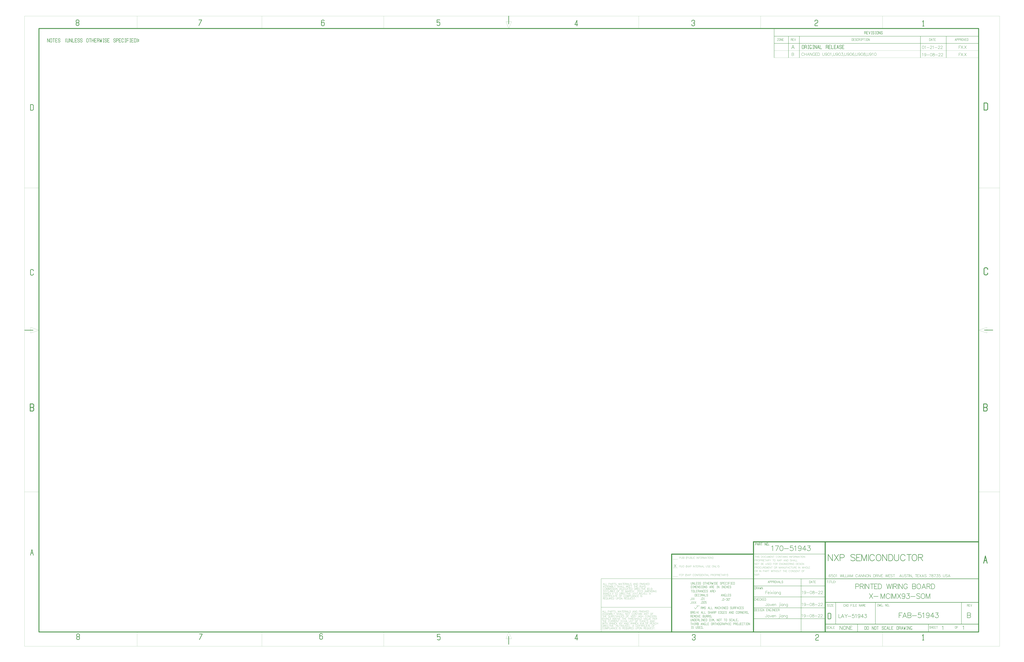
<source format=gbr>
%TF.GenerationSoftware,Altium Limited,Altium Designer,25.7.1 (20)*%
G04 Layer_Color=32768*
%FSLAX45Y45*%
%MOMM*%
%TF.SameCoordinates,1AA72D45-9F13-4BD8-B423-63960E99F270*%
%TF.FilePolarity,Positive*%
%TF.FileFunction,Other,Document*%
%TF.Part,Single*%
G01*
G75*
%TA.AperFunction,NonConductor*%
%ADD92C,0.20320*%
%ADD94C,0.15240*%
%ADD95C,0.25400*%
%ADD108C,0.02540*%
%ADD110C,0.50800*%
%ADD113C,0.11938*%
%ADD114C,0.33020*%
%ADD115C,0.27940*%
%ADD116C,0.63500*%
%ADD117C,0.76200*%
%ADD118C,0.22860*%
%ADD119C,0.88900*%
%ADD120C,0.38100*%
%ADD121C,0.33274*%
%ADD122C,0.19050*%
%ADD123C,0.23622*%
%ADD124C,0.42418*%
%ADD125C,0.17526*%
D92*
X20477734Y-21002625D02*
X20503134Y-20977225D01*
X23195534Y-22663785D02*
X23246333Y-22460585D01*
X20873975Y-23067645D02*
Y-22864445D01*
X35824414Y-22303105D02*
X35849814Y-22430106D01*
X23424133Y-22663785D02*
X23449535Y-22638385D01*
X19741135Y-20281265D02*
X19791934D01*
X19578574Y-23880444D02*
X19603973Y-23905846D01*
X19578574Y-23982045D02*
X19603973Y-23956645D01*
X22403053Y-21919565D02*
X22453854D01*
X19730974Y-23880444D02*
X19756374Y-23905846D01*
X19984975Y-22562186D02*
X20061174D01*
X21100034Y-20977225D02*
X21201634D01*
X19118834Y-24197945D02*
X19169633D01*
X27140155Y-20233005D02*
X27165555Y-20258405D01*
X34102295Y-22442805D02*
Y-22242145D01*
X19324574Y-22940645D02*
Y-22889845D01*
X22751035Y-23588345D02*
Y-23562946D01*
X22626575Y-24083646D02*
X22651974Y-24058244D01*
X20912074Y-23740746D02*
X20962874D01*
X31183835Y-22417406D02*
Y-22392004D01*
X31285434Y-22290405D02*
Y-22267545D01*
X28112973Y27724734D02*
X28214575D01*
X21252434Y-21129625D02*
X21277834D01*
X31615634Y-22442805D02*
X31717233D01*
X21844254Y-21919565D02*
X21869653D01*
X19553174Y-23204805D02*
X19603973D01*
X20759674Y-23281004D02*
X20785074Y-23306406D01*
X27960574Y27927936D02*
X28036774D01*
X20734274Y-23537544D02*
X20810474D01*
X19220435Y-24375745D02*
Y-24350345D01*
X20211034Y-20484465D02*
X20261835D01*
X21379434D02*
X21481033D01*
X20277074Y-24058244D02*
X20302473Y-24083646D01*
X20147534Y-20608925D02*
X20198334D01*
X22270975Y-22460585D02*
X22347174D01*
X20518375Y-23715344D02*
Y-23562946D01*
X31112714Y-24281766D02*
X31138113Y-24307166D01*
X20835873Y-23715344D02*
Y-23562946D01*
X19476974Y-23715344D02*
Y-23562946D01*
X21049234Y-20812125D02*
X21150835D01*
X22149054Y-21335365D02*
X22174454Y-21360765D01*
X25456134Y-20911185D02*
Y-20707985D01*
X22392894Y-20812125D02*
Y-20608925D01*
X25920953Y-20360005D02*
X25971753Y-20156805D01*
X19283934Y-20812125D02*
X19334734D01*
X20642834Y-20484465D02*
X20744434D01*
X21023834Y-20977225D02*
X21049234Y-21002625D01*
X24846535Y-20885785D02*
Y-20733385D01*
X19817334Y-20332065D02*
Y-20306665D01*
X19868134Y-20459065D02*
X19893533Y-20484465D01*
X20302473Y-23382605D02*
X20327875Y-23408005D01*
X22522433Y-23740746D02*
X22573235D01*
X20010374Y-23537544D02*
X20061174D01*
X20325334Y-20977225D02*
X20426933D01*
X25339294Y-22643465D02*
X25390094D01*
X23246333Y-22889845D02*
X23271735Y-22864445D01*
X19774155Y-21335365D02*
X19824954D01*
X42888153Y27851736D02*
Y27902536D01*
X40668195Y27724734D02*
X40769794D01*
X19258534Y-21155025D02*
Y-21002625D01*
X19766534Y-24197945D02*
X19791934Y-24223344D01*
X20485355Y-21513165D02*
Y-21487766D01*
X23347934Y-22485985D02*
X23373334Y-22460585D01*
X31138113Y-24408765D02*
X31188913D01*
X20759674Y-23281004D02*
Y-23230205D01*
X20122134Y-21180424D02*
Y-20977225D01*
X20785074Y-23408005D02*
X20835873D01*
X19070573Y-23306406D02*
X19146774D01*
X21686774Y-23880444D02*
X21737573D01*
X20912074Y-23382605D02*
X20937474D01*
X42938953Y27927936D02*
X43015155D01*
X33683194Y-22341205D02*
X33759393D01*
X19451575Y-23740746D02*
X19476974Y-23715344D01*
X24882094Y-22745065D02*
X24958295D01*
X43548553Y27724734D02*
X43624753D01*
X33429193Y-22442805D02*
X33479993D01*
X20365974Y-22663785D02*
X20391374Y-22638385D01*
X21077174Y-22864445D02*
X21153374D01*
X24211534Y-23880444D02*
X24313133Y-24083646D01*
X21392134Y-20608925D02*
X21442934D01*
X20581874Y-23982045D02*
X20658073D01*
X33954974Y27826334D02*
X34031174D01*
X25019254Y-21909406D02*
Y-21706206D01*
X22377654Y-21741765D02*
X22403053Y-21716365D01*
X20485355Y-21411565D02*
Y-21360765D01*
X21227034Y-20357465D02*
Y-20306665D01*
X43624753Y27724734D02*
X43650153Y27750134D01*
X20734274Y-23740746D02*
Y-23537544D01*
X20871434Y-20281265D02*
X20896834Y-20306665D01*
X19781773Y-23740746D02*
Y-23664545D01*
X26164795Y-22643465D02*
X26190195Y-22668864D01*
X20124673Y-23880444D02*
X20226274Y-24083646D01*
X24897334Y-20809586D02*
X24973534D01*
X20452335Y-20710526D02*
X20503134D01*
X20185634Y-20459065D02*
Y-20306665D01*
X21407375Y-22587585D02*
X21458174D01*
X19944334Y-20281265D02*
X19969734Y-20306665D01*
X24816054Y-21884006D02*
Y-21858604D01*
X31722314Y-24307166D02*
X31798514D01*
X26825195Y-22745065D02*
X26901395D01*
X20950174Y-22991444D02*
X21000974D01*
X20442174Y-22051645D02*
X20467574Y-22077045D01*
X20391374Y-22511385D02*
Y-22485985D01*
X40251633Y-24291925D02*
X40302435D01*
X25247855Y-21909406D02*
X25273254Y-21884006D01*
X20561554Y-21436964D02*
X20586954Y-21462366D01*
X20238974Y-21698586D02*
X20264374Y-21647784D01*
X34305493Y-22242145D02*
X34356293Y-22366605D01*
X19520154Y-21335365D02*
X19545554Y-21360765D01*
X22497034Y-23715344D02*
Y-23689944D01*
X20785074Y-23204805D02*
X20835873D01*
X22077934Y-23740746D02*
Y-23537544D01*
X22377654Y-21538565D02*
X22479254D01*
X34056573Y27851736D02*
Y27902536D01*
X20061174Y-22562186D02*
X20086574Y-22587585D01*
X21915375Y-23956645D02*
Y-23905846D01*
X23398734Y-22966045D02*
X23474934D01*
X21277834Y-21129625D02*
Y-21104225D01*
X19146774Y-23306406D02*
X19172174Y-23331805D01*
X20137373Y-21850986D02*
X20162775Y-21825584D01*
X22878033Y-23042245D02*
Y-22889845D01*
X19791934Y-20484465D02*
X19817334Y-20459065D01*
X20315173Y-22562186D02*
X20365974D01*
X25628854Y-21706206D02*
X25705054D01*
X20452335Y-20608925D02*
X20503134D01*
X31285434Y-22417406D02*
Y-22366605D01*
X21153374Y-22864445D02*
X21178773Y-22889845D01*
X23957533Y-23067645D02*
Y-22991444D01*
X22966934Y-22562186D02*
X22992334Y-22587585D01*
X19705574Y-22966045D02*
X19781773Y-23067645D01*
X31577533Y-20349844D02*
Y-20146645D01*
X19984975Y-21850986D02*
Y-21825584D01*
X31188913Y-24408765D02*
X31214313Y-24383365D01*
X20010374Y-22178645D02*
Y-22153246D01*
X23652734Y-22638385D02*
Y-22612985D01*
X20020534Y-21180424D02*
Y-20977225D01*
X22545294Y-20634325D02*
X22570694Y-20608925D01*
X21534373Y-24083646D02*
X21585175D01*
X21859494Y-20812125D02*
Y-20608925D01*
X34031174Y27927936D02*
X34056573Y27902536D01*
X21000974Y-24058244D02*
Y-23905846D01*
X34132773Y27724734D02*
X34183575D01*
X24729694Y-22643465D02*
X24805894D01*
X23957533Y-23880444D02*
X24008334D01*
X24744934Y-20911185D02*
Y-20707985D01*
X33345374Y27724734D02*
X33421573D01*
X23347934Y-22638385D02*
Y-22485985D01*
X21813774Y-24083646D02*
Y-23880444D01*
X25049734Y-20911185D02*
X25100534Y-20707985D01*
X19715733Y-24197945D02*
X19766534D01*
X26073355Y-20156805D02*
X26149554D01*
X31882333Y-20299045D02*
X31907733D01*
X33802573Y27902536D02*
X33827975Y27927936D01*
X22865334Y-20281265D02*
X22941534D01*
X21585175Y-23740746D02*
X21635974D01*
X20111974Y-23537544D02*
X20213574Y-23740746D01*
X20086574Y-22663785D02*
Y-22587585D01*
X25136095Y-22694266D02*
Y-22668864D01*
X23627335Y-24058244D02*
Y-23905846D01*
X34691574Y27724734D02*
X34742374D01*
X20861275Y-23382605D02*
Y-23331805D01*
X21303233Y-20281265D02*
X21328635Y-20306665D01*
X20896834Y-20357465D02*
Y-20306665D01*
X19756374Y-23537544D02*
X19781773Y-23562946D01*
X32629095Y-22417406D02*
X32654495Y-22442805D01*
X32705295D02*
X32730695Y-22417406D01*
X19563335Y-24401144D02*
X19614134D01*
X21696935Y-23067645D02*
Y-22864445D01*
X19222974Y-23067645D02*
Y-22864445D01*
X20185634Y-20459065D02*
X20211034Y-20484465D01*
X22433534Y-20382864D02*
X22535133D01*
X43624753Y27927936D02*
X43650153Y27902536D01*
X21252434Y-21053426D02*
X21277834D01*
X26149554Y-20258405D02*
X26174954Y-20233005D01*
X21100034Y-21078825D02*
X21176234D01*
X20086574Y-21647784D02*
X20137373D01*
X20467574Y-22153246D02*
Y-22077045D01*
X19527774Y-23740746D02*
X19629375D01*
X22230334Y-20484465D02*
X22255734Y-20459065D01*
X19527774Y-23639145D02*
X19603973D01*
X33530795Y-22442805D02*
Y-22242145D01*
X43713654Y-22442805D02*
Y-22242145D01*
X21762975Y-23740746D02*
Y-23537544D01*
X21331174Y-22940645D02*
Y-22889845D01*
X32806894Y-22366605D02*
X32857693D01*
X20172934Y-21002625D02*
X20198334Y-20977225D01*
X25324054Y-21909406D02*
Y-21706206D01*
X31722314Y-24408765D02*
X31823914D01*
X26520395Y-22846664D02*
Y-22643465D01*
X22270975Y-24083646D02*
Y-23880444D01*
X19299174Y-22966045D02*
X19324574Y-22940645D01*
X23652734Y-22536784D02*
X23678134Y-22562186D01*
X34920175Y27724734D02*
Y27927936D01*
X31112714Y-24230965D02*
X31138113Y-24205565D01*
X22530054Y-21741765D02*
Y-21716365D01*
X23017734Y-24083646D02*
Y-23880444D01*
X20592033Y-20484465D02*
Y-20281265D01*
X19715733Y-21180424D02*
Y-20977225D01*
X26088593Y-22821265D02*
Y-22668864D01*
X24186134Y-23093045D02*
Y-23042245D01*
X19951955Y-21538565D02*
Y-21335365D01*
X21013673Y-23740746D02*
Y-23537544D01*
X28112973Y27724734D02*
Y27927936D01*
X34767773Y27750134D02*
Y27902536D01*
X20289774Y-21975446D02*
X20315173Y-22000845D01*
X22646893Y-20786725D02*
Y-20735925D01*
X19654774Y-24083646D02*
X19730974D01*
X20147534Y-24375745D02*
X20172934D01*
X23347934Y-23042245D02*
Y-22889845D01*
X21227034Y-20306665D02*
X21252434Y-20281265D01*
X36078415Y-22404704D02*
X36103815D01*
X22545294Y-20786725D02*
X22570694Y-20812125D01*
X19146774Y-21983064D02*
X19248373Y-22186266D01*
X20759674Y-23382605D02*
X20785074Y-23408005D01*
X19944334Y-20382864D02*
X19969734Y-20408266D01*
X22474174Y-24083646D02*
Y-23880444D01*
X21049234Y-20608925D02*
X21150835D01*
X21252434Y-20382864D02*
X21303233D01*
X22636734Y-20484465D02*
Y-20281265D01*
X19245834Y-24401144D02*
X19296634D01*
X19730974Y-23408005D02*
X19781773Y-23204805D01*
X33683194Y-22242145D02*
X33784793D01*
X23271735Y-22864445D02*
X23322534D01*
X19222974Y-23740746D02*
Y-23537544D01*
X20973035Y-20710526D02*
X20998434Y-20685126D01*
X23106635Y-23639145D02*
X23182834D01*
X42786554Y27724734D02*
Y27927936D01*
X26741373Y27724734D02*
X26842975D01*
X24897334Y-20707985D02*
X24973534D01*
X19984975Y-22178645D02*
X20010374D01*
X23093935Y-23042245D02*
Y-22889845D01*
X24059134Y-24058244D02*
Y-23905846D01*
X20249133Y-20977225D02*
X20274535Y-21002625D01*
X42786554Y27927936D02*
X42862753D01*
X22865334Y-20484465D02*
Y-20281265D01*
X22712933D02*
X22811993D01*
X34234375Y27724734D02*
Y27927936D01*
X22954234Y-23740746D02*
Y-23537544D01*
X22631654Y-21513165D02*
Y-21462366D01*
X22852634Y-22864445D02*
X22878033Y-22889845D01*
X20429474Y-24083646D02*
Y-23880444D01*
X22522433Y-23639145D02*
X22573235D01*
X20172934Y-21155025D02*
X20198334Y-21180424D01*
X24059134Y-23905846D02*
X24084534Y-23880444D01*
X20835873Y-23408005D02*
X20861275Y-23382605D01*
X42641776Y-24393526D02*
Y-24291925D01*
X23259035Y-23740746D02*
Y-23715344D01*
X34386774Y27927936D02*
X34488373D01*
X28316174Y27724734D02*
X28366974Y27927936D01*
X22176994Y-20484465D02*
X22230334D01*
X19451575Y-21983064D02*
X19553174Y-22186266D01*
X20061174Y-22153246D02*
X20086574Y-22178645D01*
X40226233Y-24215726D02*
X40251633Y-24190324D01*
X31882333Y-20222845D02*
Y-20197446D01*
X20035774Y-23740746D02*
Y-23537544D01*
X24998933Y-20784184D02*
Y-20733385D01*
X20365974Y-22153246D02*
X20391374Y-22178645D01*
X42641776Y-24393526D02*
Y-24190324D01*
X20302473Y-23382605D02*
Y-23204805D01*
X21935693Y-20608925D02*
X22037294Y-20812125D01*
X22606255Y-21335365D02*
X22631654Y-21360765D01*
X21834094Y-20812125D02*
X21884894D01*
X40531033Y-24291925D02*
X40607233D01*
X19614134Y-24401144D02*
X19639534Y-24375745D01*
X34310574Y27927936D02*
X34335974Y27902536D01*
X33251395Y-22442805D02*
Y-22341205D01*
X21864574Y-22460585D02*
X21915375D01*
X31722314Y-24205565D02*
X31823914D01*
X24084534Y-23880444D02*
X24135333D01*
X19715733Y-20977225D02*
X19791934D01*
X20251674Y-23382605D02*
Y-23331805D01*
X19893533Y-20281265D02*
X19944334D01*
X19850354Y-21386165D02*
Y-21360765D01*
X22189694Y-20659724D02*
Y-20634325D01*
X20264374Y-23537544D02*
X20365974D01*
X20820634Y-21104225D02*
X20871434D01*
X34666174Y27750134D02*
Y27902536D01*
X19817334Y-21180424D02*
Y-21104225D01*
X21686774Y-24083646D02*
X21737573D01*
X20376134Y-20812125D02*
Y-20608925D01*
X26225754Y-20258405D02*
X26301953D01*
X22621494Y-20710526D02*
X22646893Y-20735925D01*
X25390094Y-22846664D02*
X25415494Y-22821265D01*
X26266394Y-22846664D02*
X26317194D01*
X43713654Y-22242145D02*
X43815253D01*
X22966934Y-22460585D02*
X22992334Y-22485985D01*
X21788374Y-22663785D02*
Y-22460585D01*
X20759674Y-23230205D02*
X20785074Y-23204805D01*
X20365974Y-22460585D02*
X20391374Y-22485985D01*
X24790654Y-21909406D02*
X24816054Y-21884006D01*
X19070573Y-23715344D02*
Y-23537544D01*
X21966174Y-22460585D02*
X22067773Y-22663785D01*
X24866853Y-21807805D02*
X24968454D01*
X22611334Y-22663785D02*
X22662134D01*
X42938953Y27826334D02*
X43015155D01*
X28112973Y27927936D02*
X28214575D01*
X22001733Y-23067645D02*
Y-22864445D01*
X35697415Y-22430106D02*
X35722815Y-22404704D01*
X23703534Y-22864445D02*
X23805135D01*
X21125433Y-20484465D02*
X21176234D01*
X23093935Y-23042245D02*
X23119334Y-23067645D01*
X42862753Y27927936D02*
X42888153Y27902536D01*
X19375374Y-23067645D02*
X19476974D01*
X20696175Y-22864445D02*
X20721574Y-22889845D01*
X20061174Y-21673186D02*
X20086574Y-21647784D01*
X33010095Y-22442805D02*
X33035495Y-22417406D01*
X21544534Y-23067645D02*
X21646133D01*
X22992334Y-22536784D02*
Y-22485985D01*
X25019254Y-21909406D02*
X25120854D01*
X32933893Y-22442805D02*
Y-22242145D01*
X20289774Y-22485985D02*
X20315173Y-22460585D01*
X24084534Y-24083646D02*
X24135333D01*
X22377654Y-21538565D02*
Y-21335365D01*
X22072855Y-21817966D02*
X22174454D01*
X22530054Y-21360765D02*
X22555453Y-21335365D01*
X42634155Y27826334D02*
X42710355D01*
X36078415Y-22430106D02*
X36103815D01*
X26037793Y-22846664D02*
Y-22643465D01*
X34305493Y-22442805D02*
Y-22242145D01*
X31196533Y-20349844D02*
Y-20146645D01*
X19502374Y-23880444D02*
X19578574D01*
X22941534Y-20484465D02*
X22966934Y-20459065D01*
X19596355Y-21436964D02*
X19672554D01*
X43662854Y-22442805D02*
Y-22366605D01*
X19443954Y-21538565D02*
X19520154D01*
X19070573Y-22186266D02*
X19095975D01*
X22403053Y-21716365D02*
X22453854D01*
X21493735Y-20608925D02*
X21595334Y-20812125D01*
X23728934Y-22663785D02*
X23754333Y-22638385D01*
X20528534Y-20659724D02*
Y-20634325D01*
X21204173Y-23880444D02*
X21305774D01*
X42634155Y27724734D02*
Y27927936D01*
X21229575Y-22966045D02*
X21305774D01*
X27165555Y-20156805D02*
X27216354D01*
X22598634Y-23715344D02*
Y-23664545D01*
X22001733Y-20484465D02*
X22103334D01*
X23347934Y-24083646D02*
X23398734D01*
X31417514Y-24408765D02*
X31468314Y-24205565D01*
X34437573Y27724734D02*
Y27927936D01*
X42938953Y27724734D02*
Y27927936D01*
X21849335Y-20484465D02*
Y-20281265D01*
X19309334Y-20812125D02*
Y-20608925D01*
X24805894Y-22846664D02*
X24831294Y-22821265D01*
X19868134Y-20710526D02*
X19918935D01*
X20561554Y-21538565D02*
X20586954Y-21513165D01*
X22088094Y-20786725D02*
Y-20634325D01*
X25324054Y-21807805D02*
X25349454D01*
X19997675Y-24007445D02*
X20048474D01*
X22230334Y-22966045D02*
X22255734Y-22991444D01*
X23220934Y-22587585D02*
X23271735D01*
X19207735Y-20459065D02*
Y-20281265D01*
X22098254Y-21335365D02*
X22149054D01*
X21768054Y-21538565D02*
X21818854Y-21335365D01*
X22250655Y-21716365D02*
X22301454D01*
X43040555Y27724734D02*
Y27800934D01*
X19070573Y-23067645D02*
X19146774D01*
X24135333Y-24083646D02*
X24160735Y-24058244D01*
X23703534Y-23880444D02*
X23728934Y-23905846D01*
X19443954Y-21335365D02*
X19520154D01*
X40302435Y-24291925D02*
X40327835Y-24317325D01*
X21920454Y-21894165D02*
X21945854Y-21919565D01*
X19222974Y-23408005D02*
Y-23204805D01*
X20111974Y-23740746D02*
Y-23537544D01*
X20238974Y-21850986D02*
X20289774D01*
X20365974Y-22077045D02*
Y-21975446D01*
X20467574D01*
X21696935Y-23067645D02*
X21773134D01*
X40226233Y-24266525D02*
Y-24215726D01*
X36002213Y-22226904D02*
X36027615Y-22252306D01*
X21696935Y-22864445D02*
X21773134D01*
X22240494Y-20812125D02*
Y-20608925D01*
X19070573Y-21858604D02*
Y-21833205D01*
X22453854Y-21716365D02*
X22479254Y-21741765D01*
X23932133Y-22966045D02*
X23957533Y-22991444D01*
X24313133Y-24083646D02*
Y-23880444D01*
X22631654Y-21386165D02*
Y-21360765D01*
X40683435Y-24393526D02*
X40785034D01*
X27147775Y27724734D02*
Y27927936D01*
X23703534Y-24083646D02*
X23728934Y-24058244D01*
X20198334Y-20608925D02*
X20223734Y-20634325D01*
X22118575Y-24083646D02*
Y-23880444D01*
X33827975Y27927936D02*
X33878775D01*
X19995134Y-24197945D02*
X20071333D01*
X22941534Y-23880444D02*
X22966934Y-23905846D01*
X21051775Y-23880444D02*
X21127974D01*
X29659833Y-20156805D02*
X29685233Y-20182205D01*
X36624515Y-22430106D02*
Y-22404704D01*
X23170134Y-24058244D02*
X23195534Y-24083646D01*
X31882333Y-20222845D02*
X31907733D01*
X20696175Y-22966045D02*
X20721574Y-22991444D01*
X20287234Y-20459065D02*
Y-20306665D01*
X21178773Y-22940645D02*
Y-22889845D01*
X20795235Y-20608925D02*
X20846034Y-20812125D01*
X19715733Y-24401144D02*
X19766534D01*
X19944334Y-20659724D02*
Y-20634325D01*
X21100034Y-21180424D02*
X21201634D01*
X20454874Y-23306406D02*
X20531075D01*
X20277074Y-23905846D02*
X20302473Y-23880444D01*
X19222974Y-23408005D02*
X19324574D01*
X34000693Y-22442805D02*
Y-22242145D01*
X27198575Y27724734D02*
Y27927936D01*
X26919174Y27724734D02*
X26969974D01*
X20198334Y-21180424D02*
X20249133D01*
X21023834Y-21078825D02*
X21049234Y-21053426D01*
X19603973Y-23204805D02*
X19629375Y-23230205D01*
X36548315Y-22430106D02*
X36573715Y-22404704D01*
X31209235Y-22341205D02*
X31260034D01*
X43167554Y27724734D02*
X43192953Y27750134D01*
X40835834Y-24190324D02*
X40937433D01*
X22225253Y-21538565D02*
X22326854D01*
X31138113Y-24205565D02*
X31188913D01*
X20896834Y-20812125D02*
Y-20608925D01*
X19817334Y-21053426D02*
Y-21002625D01*
X40668195Y27826334D02*
X40744394D01*
X25971753Y-20156805D02*
X26022552Y-20360005D01*
X22649434Y-23562946D02*
X22674834Y-23537544D01*
X42489374Y-24368124D02*
X42514774Y-24393526D01*
X20045934Y-20812125D02*
Y-20608925D01*
X26225754Y-20156805D02*
X26301953D01*
X22646893Y-20659724D02*
Y-20634325D01*
X36472113Y-22252306D02*
X36497513Y-22226904D01*
X21407375Y-23740746D02*
Y-23537544D01*
X22674834D02*
X22725633D01*
X19918935Y-20608925D02*
X19944334Y-20634325D01*
X19603973Y-24083646D02*
Y-24007445D01*
X23093935Y-23982045D02*
X23119334Y-24007445D01*
X21166074Y-23715344D02*
X21191473D01*
X21798534Y-20332065D02*
Y-20306665D01*
X22738335Y-22638385D02*
X22763734Y-22663785D01*
X21889973Y-23982045D02*
X21915375Y-24007445D01*
X22611334Y-22460585D02*
X22662134D01*
X20391374Y-22638385D02*
Y-22587585D01*
X20327875Y-23408005D02*
X20378674D01*
X19146774Y-22186266D02*
X19248373Y-21983064D01*
X22738335Y-22638385D02*
Y-22460585D01*
X21328635Y-20459065D02*
Y-20408266D01*
X19603973Y-23956645D02*
Y-23905846D01*
X25364694Y-22795865D02*
X25415494D01*
X33726373Y27927936D02*
X33751773Y27902536D01*
X40210995Y27927936D02*
X40287195D01*
X22890733Y-22460585D02*
X22966934D01*
X22179533Y-23562946D02*
X22204935Y-23537544D01*
X20510754Y-21538565D02*
X20561554D01*
X36573715Y-22404704D02*
Y-22252306D01*
X22611334Y-20484465D02*
X22662134D01*
X19299174Y-21983064D02*
X19400774Y-22186266D01*
X21191473Y-23740746D02*
Y-23715344D01*
X22176994Y-20281265D02*
X22230334D01*
X20490434Y-20382864D02*
X20592033D01*
X19563335Y-20977225D02*
X19664934D01*
X20315173Y-22153246D02*
Y-22000845D01*
X19639534Y-24375745D02*
Y-24197945D01*
X22966934Y-23956645D02*
Y-23905846D01*
X25034494Y-22821265D02*
Y-22795865D01*
X25212294Y-22846664D02*
X25263094D01*
X19918935Y-20710526D02*
X19944334Y-20735925D01*
X19070573Y-23715344D02*
X19095975Y-23740746D01*
X28036774Y27927936D02*
X28062173Y27902536D01*
X21920454Y-21335365D02*
X22022054Y-21538565D01*
X43091354Y27750134D02*
Y27902536D01*
X36624515Y-22430106D02*
X36649915D01*
X20137373Y-22460585D02*
X20188174Y-22587585D01*
X19182333Y-20812125D02*
X19207735Y-20786725D01*
X23957533Y-24083646D02*
X24008334D01*
X21559773Y-23715344D02*
Y-23562946D01*
X19766534Y-24401144D02*
X19791934Y-24375745D01*
X23652734Y-22536784D02*
Y-22485985D01*
X19705574Y-22966045D02*
X19781773Y-22864445D01*
X23474934Y-24083646D02*
X23576534D01*
X40566595Y27724734D02*
Y27927936D01*
X26893774Y27750134D02*
X26919174Y27724734D01*
X35926013Y-22404704D02*
Y-22252306D01*
X40312595Y27750134D02*
Y27902536D01*
X34158173Y27724734D02*
Y27927936D01*
X34589975Y27724734D02*
Y27927936D01*
X19106134Y-20812125D02*
Y-20608925D01*
X19324574Y-23067645D02*
Y-22991444D01*
X35621213Y-22430106D02*
Y-22226904D01*
X34691574Y27927936D02*
X34742374D01*
X21773134Y-20382864D02*
X21798534Y-20408266D01*
X21849335Y-23042245D02*
X21874734Y-23067645D01*
X20061174Y-22562186D02*
X20086574Y-22536784D01*
X31907733Y-20299045D02*
Y-20273645D01*
X27241754Y-20334605D02*
Y-20283804D01*
X20185634Y-20306665D02*
X20211034Y-20281265D01*
X21493735Y-20812125D02*
Y-20608925D01*
X22725633Y-23740746D02*
X22751035Y-23715344D01*
X21585175Y-23537544D02*
X21635974D01*
X40363394Y27724734D02*
X40414194Y27927936D01*
X22270975Y-23982045D02*
X22372574D01*
X21544534Y-22966045D02*
X21620734D01*
X19654774Y-24083646D02*
Y-23880444D01*
X20226274Y-23306406D02*
X20251674Y-23281004D01*
X40683435Y-24393526D02*
Y-24190324D01*
X25476454Y-21807805D02*
X25552654D01*
X42735754Y27851736D02*
Y27902536D01*
X19944334Y-20484465D02*
X19969734Y-20459065D01*
X19972273Y-24083646D02*
X20023074Y-23880444D01*
X31729935Y-20248245D02*
X31806134D01*
X19832574Y-23408005D02*
Y-23204805D01*
X20785074Y-23306406D02*
X20835873D01*
X19553174Y-23408005D02*
X19603973D01*
X26164795Y-22846664D02*
X26190195Y-22821265D01*
X25567894Y-22846664D02*
Y-22643465D01*
X22326854Y-21792564D02*
Y-21741765D01*
X22001733Y-20382864D02*
X22077934D01*
X19360133Y-20484465D02*
Y-20281265D01*
X22149054Y-21538565D02*
X22174454Y-21513165D01*
X31290515Y-24205565D02*
X31341315D01*
X20249133Y-21180424D02*
X20274535Y-21155025D01*
X20325334Y-21180424D02*
Y-20977225D01*
X19537933Y-20812125D02*
Y-20608925D01*
X22497034Y-23562946D02*
X22522433Y-23537544D01*
X43116754Y27927936D02*
X43167554D01*
X23398734Y-23067645D02*
Y-22864445D01*
X19690334Y-24375745D02*
X19715733Y-24401144D01*
X36472113Y-22404704D02*
Y-22252306D01*
X33904175Y27877136D02*
Y27902536D01*
X20683475Y-23204805D02*
X20708875Y-23230205D01*
X20485355Y-21513165D02*
X20510754Y-21538565D01*
X20810474Y-23740746D02*
X20835873Y-23715344D01*
X22555453Y-21436964D02*
X22606255D01*
X19106134Y-20977225D02*
X19207735D01*
X25339294Y-22846664D02*
X25390094D01*
X19527774Y-23230205D02*
X19553174Y-23204805D01*
X19545554Y-21513165D02*
Y-21360765D01*
X32654495Y-22442805D02*
X32705295D01*
X19537933Y-24375745D02*
Y-24197945D01*
X26088593Y-22668864D02*
X26113995Y-22643465D01*
X22225253Y-21767165D02*
Y-21741765D01*
X22088094Y-20786725D02*
X22113493Y-20812125D01*
X20332954Y-21538565D02*
Y-21335365D01*
X23322534Y-22864445D02*
X23347934Y-22889845D01*
X20531075Y-23204805D02*
X20556474Y-23230205D01*
X19766534Y-24299545D02*
X19791934Y-24324945D01*
X19918935Y-20812125D02*
X19944334Y-20786725D01*
X21229575Y-22864445D02*
X21305774D01*
X19730974Y-24083646D02*
X19756374Y-24058244D01*
X23703534Y-22966045D02*
X23779733D01*
X25252934Y-20784184D02*
X25278334Y-20911185D01*
X19926553Y-21538565D02*
X19977354D01*
X22433534Y-20281265D02*
X22535133D01*
X24160735Y-23067645D02*
X24186134D01*
X22555453Y-21741765D02*
Y-21716365D01*
X23398734Y-24083646D02*
X23424133Y-24058244D01*
X19172174Y-23408005D02*
Y-23331805D01*
X27960574Y27826334D02*
X28036774D01*
X36649915Y-22430106D02*
Y-22404704D01*
X21635974Y-23740746D02*
X21661374Y-23715344D01*
X30040833Y-20360005D02*
Y-20156805D01*
X21935693Y-20812125D02*
Y-20608925D01*
X20048474Y-22864445D02*
X20099274Y-23067645D01*
X19893533Y-20382864D02*
X19944334D01*
X23830534Y-24083646D02*
Y-23880444D01*
X22354794Y-20484465D02*
Y-20281265D01*
X26378156Y-20258405D02*
X26454355D01*
X35951413Y-22430106D02*
X36002213D01*
X21712173Y-24032845D02*
X21762975D01*
X21864574Y-22663785D02*
X21915375D01*
X26995374Y27750134D02*
Y27902536D01*
X21719794Y-20484465D02*
X21773134D01*
Y-23067645D02*
X21798534Y-23042245D01*
X42507153Y27800934D02*
X42557953D01*
X19680174Y-23204805D02*
X19730974Y-23408005D01*
X21559773Y-23562946D02*
X21585175Y-23537544D01*
X43396155Y27724734D02*
X43497754D01*
X23982935Y-24083646D02*
Y-23880444D01*
X21595334Y-20812125D02*
Y-20608925D01*
X27241754Y-20207605D02*
Y-20182205D01*
X19842734Y-24197945D02*
X19944334D01*
X21305774Y-22966045D02*
X21331174Y-22940645D01*
X19817334Y-20459065D02*
Y-20408266D01*
X22522433Y-23537544D02*
X22573235D01*
X25730453Y-21884006D02*
Y-21731606D01*
X19222974Y-24083646D02*
Y-23880444D01*
X22763734Y-22663785D02*
X22814534D01*
X19182333Y-20484465D02*
X19207735Y-20459065D01*
X31366714Y-24256364D02*
Y-24230965D01*
X19296634Y-24197945D02*
X19322034Y-24223344D01*
X20510754Y-21335365D02*
X20561554D01*
X20129755Y-21538565D02*
Y-21335365D01*
X24160735Y-23042245D02*
X24186134D01*
X22448775Y-24083646D02*
X22499574D01*
X22621494Y-20608925D02*
X22646893Y-20634325D01*
X43396155Y27724734D02*
Y27927936D01*
X22250655Y-21919565D02*
X22301454D01*
X33827975Y27724734D02*
X33878775D01*
X20924774Y-24083646D02*
X20975574D01*
X27140155Y-20233005D02*
Y-20182205D01*
X23119334Y-24083646D02*
Y-24007445D01*
X32730695Y-22290405D02*
Y-22267545D01*
X34203894Y-22242145D02*
X34254694Y-22442805D01*
X20028154Y-21538565D02*
Y-21335365D01*
X34056573Y27724734D02*
Y27800934D01*
X19146774Y-23204805D02*
X19172174Y-23230205D01*
X20759674Y-23382605D02*
Y-23357205D01*
X19324574Y-23740746D02*
Y-23537544D01*
X20365974Y-22077045D02*
X20391374Y-22051645D01*
X19791934Y-20281265D02*
X19817334Y-20306665D01*
X23284435Y-23740746D02*
Y-23715344D01*
X27046173Y27927936D02*
X27147775Y27724734D01*
X23246333Y-23042245D02*
Y-22889845D01*
X25628854Y-21909406D02*
Y-21706206D01*
X22651974Y-23931245D02*
Y-23905846D01*
X22530054Y-21411565D02*
Y-21360765D01*
X22342094Y-20812125D02*
Y-20608925D01*
X26469595Y-22846664D02*
Y-22643465D01*
X23474934Y-23982045D02*
X23551134D01*
X20198334Y-20977225D02*
X20249133D01*
X19146774Y-23067645D02*
X19172174Y-23042245D01*
X22992334Y-22663785D02*
Y-22587585D01*
X19070573Y-23067645D02*
Y-22864445D01*
X26454355Y-20156805D02*
X26479755Y-20182205D01*
X19715733Y-20459065D02*
X19741135Y-20484465D01*
X23855934Y-22864445D02*
X23932133D01*
X19299174Y-22186266D02*
X19400774Y-21983064D01*
X19756374Y-24058244D02*
Y-23905846D01*
X19690334Y-20812125D02*
Y-20608925D01*
X20264374Y-23639145D02*
X20340575D01*
X21696935Y-20357465D02*
Y-20306665D01*
X21996654Y-21919565D02*
X22022054Y-21894165D01*
X33446973Y27750134D02*
Y27902536D01*
X43561255Y-22442805D02*
Y-22242145D01*
X22649434Y-23715344D02*
Y-23562946D01*
X25197054Y-21706206D02*
X25247855D01*
X23119334Y-22864445D02*
X23170134D01*
X20023074Y-22991444D02*
X20073874D01*
X19375374Y-23204805D02*
X19426173Y-23331805D01*
X32629095Y-22267545D02*
X32654495Y-22242145D01*
X19791934Y-24248746D02*
Y-24223344D01*
X32933893Y-22442805D02*
X33010095D01*
X20205954Y-21462366D02*
X20256754D01*
X20975574Y-24083646D02*
X21000974Y-24058244D01*
X34132773Y27927936D02*
X34183575D01*
X31348935Y-20349844D02*
Y-20146645D01*
X19258534Y-20281265D02*
X19360133Y-20484465D01*
X21925534Y-20382864D02*
X21948393Y-20357465D01*
X29583633Y-20360005D02*
X29659833D01*
X26367993Y-22846664D02*
Y-22643465D01*
X25059894Y-22846664D02*
X25110693D01*
X19131534Y-20484465D02*
X19182333D01*
X22372574Y-24083646D02*
Y-23880444D01*
X19334734Y-21180424D02*
X19360133Y-21155025D01*
X20769833Y-20735925D02*
X20820634D01*
X21023834Y-21078825D02*
X21049234Y-21104225D01*
X23474934Y-23880444D02*
X23576534D01*
X20122134Y-20786725D02*
X20147534Y-20812125D01*
X20086574Y-22178645D02*
X20137373D01*
X19283934Y-21180424D02*
X19334734D01*
X34457895Y-22242145D02*
X34559494D01*
X21153374Y-23956645D02*
Y-23905846D01*
X21254974Y-24083646D02*
Y-23880444D01*
X25019254Y-21706206D02*
X25120854D01*
X21559773Y-22460585D02*
X21610574D01*
X21945854Y-21716365D02*
X21996654D01*
X21417534Y-20812125D02*
Y-20608925D01*
X31569913Y-24408765D02*
Y-24205565D01*
X20289774Y-22638385D02*
Y-22612985D01*
X42489374Y-24368124D02*
Y-24215726D01*
X21508974Y-24058244D02*
X21534373Y-24083646D01*
X40414194Y27927936D02*
X40464993Y27724734D01*
X20223734Y-20786725D02*
Y-20634325D01*
X19172174Y-23715344D02*
Y-23537544D01*
X21635974Y-22638385D02*
Y-22612985D01*
X43713654Y-22341205D02*
X43789853D01*
X19146774Y-22864445D02*
X19172174Y-22889845D01*
X24033734Y-22864445D02*
X24084534D01*
X32832294Y-22242145D02*
X32883093Y-22442805D01*
X19299174Y-21655405D02*
X19400774Y-21858604D01*
X21966174Y-22663785D02*
Y-22460585D01*
X22585934Y-22536784D02*
Y-22485985D01*
X19283934Y-20608925D02*
X19334734D01*
X22326854Y-21894165D02*
Y-21843365D01*
X33251395Y-22341205D02*
X33352994D01*
X33429193Y-22242145D02*
X33479993D01*
X23551134Y-22864445D02*
X23652734Y-23067645D01*
X20556474Y-23408005D02*
Y-23331805D01*
X27165555Y-20258405D02*
X27216354D01*
X22179533Y-23715344D02*
Y-23562946D01*
X19596355Y-21538565D02*
X19697954D01*
X23246333Y-22460585D02*
X23297134Y-22663785D01*
X35722815Y-22404704D02*
Y-22252306D01*
X23246333Y-23880444D02*
X23271735Y-23905846D01*
X19563335Y-20382864D02*
X19639534D01*
X31138113Y-24307166D02*
X31188913D01*
X23551134Y-23067645D02*
Y-22864445D01*
X42862753Y27826334D02*
X42888153Y27851736D01*
X23093935Y-22889845D02*
X23119334Y-22864445D01*
X21252434Y-21053426D02*
Y-21028024D01*
X25354533Y-20707985D02*
X25456134Y-20911185D01*
X21686774Y-22562186D02*
X21788374D01*
X19842734Y-20634325D02*
X19868134Y-20608925D01*
X25237694Y-22846664D02*
Y-22643465D01*
X21661374Y-23905846D02*
X21686774Y-23880444D01*
X31265115Y-24383365D02*
Y-24230965D01*
X26893774Y27902536D02*
X26919174Y27927936D01*
X19299174Y-22966045D02*
X19324574Y-22991444D01*
X43637454Y-22341205D02*
X43662854Y-22366605D01*
X23652734Y-22485985D02*
X23678134Y-22460585D01*
X43637454Y-22242145D02*
X43662854Y-22267545D01*
X20137373Y-22663785D02*
Y-22460585D01*
X24160735Y-23067645D02*
Y-23042245D01*
X22550374Y-24058244D02*
Y-23905846D01*
X20586954Y-21386165D02*
Y-21360765D01*
X22037294Y-20812125D02*
Y-20608925D01*
X26520395Y-22745065D02*
X26596594D01*
X19095975Y-23740746D02*
X19146774D01*
X23424133Y-24058244D02*
Y-23880444D01*
X42710355Y27927936D02*
X42735754Y27902536D01*
X19182333Y-20608925D02*
X19207735Y-20634325D01*
X21178773Y-23067645D02*
Y-22991444D01*
X23500334Y-22940645D02*
Y-22889845D01*
X42514774Y-24393526D02*
X42565573D01*
X20211034Y-20281265D02*
X20261835D01*
X42532553Y27927936D02*
X42583353Y27724734D01*
X22331934Y-20484465D02*
X22382735D01*
X35697415Y-22226904D02*
X35722815Y-22252306D01*
X26860754Y-20283804D02*
X26911554D01*
X19502374Y-23982045D02*
X19578574D01*
X36002213Y-22430106D02*
X36027615Y-22404704D01*
X20579333Y-21028024D02*
Y-21002625D01*
X22154134Y-20459065D02*
X22176994Y-20484465D01*
X22585934Y-22638385D02*
X22611334Y-22663785D01*
X19791934Y-21078825D02*
X19817334Y-21053426D01*
X23259035Y-23715344D02*
X23284435D01*
X23678134Y-22663785D02*
X23728934D01*
X22530054Y-21767165D02*
X22555453Y-21741765D01*
X23106635Y-23740746D02*
Y-23537544D01*
X40668195Y27724734D02*
Y27927936D01*
X26672794Y-22643465D02*
X26774393D01*
X22687534Y-22511385D02*
Y-22485985D01*
X22392894Y-20812125D02*
X22494495D01*
X23373334Y-22663785D02*
X23424133D01*
X19690334Y-24274146D02*
X19715733Y-24299545D01*
X19995134Y-24401144D02*
Y-24197945D01*
X21920454Y-21741765D02*
X21945854Y-21716365D01*
X19220435Y-24375745D02*
X19245834Y-24401144D01*
X26555954Y-20360005D02*
X26606754D01*
X19172174Y-22940645D02*
Y-22889845D01*
X33675574Y27826334D02*
X33726373D01*
X22585934Y-22536784D02*
X22611334Y-22562186D01*
X22255734Y-23740746D02*
X22281134Y-23715344D01*
X22550374Y-23905846D02*
X22575774Y-23880444D01*
X19868134Y-20357465D02*
Y-20306665D01*
X22230334Y-23067645D02*
X22255734Y-23042245D01*
X20226274Y-23204805D02*
X20251674Y-23230205D01*
X20581874Y-24083646D02*
Y-23880444D01*
X19791934Y-20812125D02*
Y-20608925D01*
X20924774Y-23067645D02*
X20975574Y-22864445D01*
X20315173Y-22460585D02*
X20365974D01*
X21696935Y-20306665D02*
X21719794Y-20281265D01*
X42786554Y27826334D02*
X42862753D01*
X27216354Y-20360005D02*
X27241754Y-20334605D01*
X21874734Y-22864445D02*
X21925534D01*
X20137373Y-22178645D02*
X20162775Y-22153246D01*
X21125433Y-20281265D02*
X21176234D01*
X24744934Y-20911185D02*
X24821133D01*
X43167554Y27927936D02*
X43192953Y27902536D01*
X26479755Y-20233005D02*
Y-20182205D01*
X40210995Y27724734D02*
X40287195D01*
X42481754D02*
X42532553Y27927936D01*
X33251395Y-22442805D02*
Y-22242145D01*
X24109933Y-22915245D02*
Y-22889845D01*
X21844254Y-21894165D02*
X21869653D01*
X26291794Y-22846664D02*
Y-22643465D01*
X23703534Y-23067645D02*
X23805135D01*
X23500334Y-22663785D02*
Y-22460585D01*
X19832574Y-23408005D02*
X19934174D01*
X19451575Y-22186266D02*
X19553174Y-21983064D01*
X21920454Y-21538565D02*
Y-21335365D01*
X42710355Y27826334D02*
X42735754Y27851736D01*
X20531075Y-23306406D02*
X20556474Y-23331805D01*
X22573235Y-23740746D02*
X22598634Y-23715344D01*
X36421313Y-22430106D02*
Y-22226904D01*
X31442914Y-24332565D02*
X31493713D01*
X24714455Y-21884006D02*
X24739854Y-21909406D01*
X34356293Y-22366605D02*
X34407095Y-22242145D01*
X20226274Y-23408005D02*
X20251674Y-23382605D01*
X23652734Y-23880444D02*
X23703534D01*
X24790654Y-21706206D02*
X24816054Y-21731606D01*
X22497034Y-23613745D02*
X22522433Y-23639145D01*
X23398734Y-22864445D02*
X23474934D01*
X23728934Y-22562186D02*
X23754333Y-22587585D01*
X19095975Y-21858604D02*
Y-21833205D01*
X28265375Y27927936D02*
X28316174Y27724734D01*
X33345374D02*
Y27927936D01*
X22433534Y-20484465D02*
Y-20382864D01*
X23500334Y-22460585D02*
X23601933D01*
X19527774Y-23382605D02*
Y-23230205D01*
X24008334Y-22889845D02*
X24033734Y-22864445D01*
X26901395Y-22745065D02*
X26926794Y-22719666D01*
X20607274Y-22663785D02*
X20658073Y-22460585D01*
X19791934Y-21078825D02*
X19817334Y-21104225D01*
X36472113Y-22404704D02*
X36497513Y-22430106D01*
X22377654Y-21436964D02*
X22453854D01*
X21925534Y-23067645D02*
X21950934Y-23042245D01*
X22154134Y-20459065D02*
Y-20306665D01*
X22179533Y-22966045D02*
X22230334D01*
X33878775Y27724734D02*
X33904175Y27750134D01*
X27165555Y-20360005D02*
X27216354D01*
X28036774Y27826334D02*
X28062173Y27800934D01*
X22570694Y-20608925D02*
X22621494D01*
X19832574Y-23204805D02*
X19934174D01*
X28062173Y27851736D02*
Y27902536D01*
X34234375Y27826334D02*
X34310574D01*
X25466293Y-22643465D02*
X25567894Y-22846664D01*
X23043134Y-22663785D02*
Y-22460585D01*
X20365974Y-22562186D02*
X20391374Y-22587585D01*
X25466293Y-22846664D02*
Y-22643465D01*
X24033734Y-23067645D02*
X24084534D01*
X20998434Y-20357465D02*
X21023834Y-20484465D01*
X22255734Y-23537544D02*
X22281134Y-23562946D01*
X22123654Y-21487766D02*
X22174454D01*
X21508974Y-23740746D02*
Y-23537544D01*
X20795235Y-21180424D02*
X20846034Y-20977225D01*
X20429474Y-24083646D02*
X20531075D01*
X20302473Y-23067645D02*
X20404074D01*
X22098254Y-21538565D02*
X22149054D01*
X31463235Y-22442805D02*
X31564835D01*
X22301454Y-21817966D02*
X22326854Y-21843365D01*
X31188913Y-24307166D02*
X31214313Y-24332565D01*
X21227034Y-20459065D02*
X21252434Y-20484465D01*
X20734274Y-23740746D02*
X20810474D01*
X19360133Y-21155025D02*
Y-21002625D01*
X23474934Y-22966045D02*
X23500334Y-22991444D01*
X35951413Y-22226904D02*
X36002213D01*
X19527774Y-23382605D02*
X19553174Y-23408005D01*
X20226274Y-23306406D02*
X20251674Y-23331805D01*
X25313895Y-22821265D02*
Y-22668864D01*
X22072855Y-21513165D02*
X22098254Y-21538565D01*
X26682953Y-20156805D02*
X26733755Y-20360005D01*
X19400774Y-24083646D02*
X19451575D01*
X34031174Y27826334D02*
X34056573Y27800934D01*
X42634155Y27927936D02*
X42710355D01*
X19172174Y-23281004D02*
Y-23230205D01*
X21920454Y-21894165D02*
Y-21741765D01*
X24739854Y-21909406D02*
X24790654D01*
X19715733Y-20357465D02*
X19741135Y-20382864D01*
X40327835Y-24368124D02*
Y-24317325D01*
X20683475Y-23306406D02*
X20708875Y-23331805D01*
X21077174Y-22966045D02*
X21153374D01*
X20078954Y-21462366D02*
X20129755Y-21335365D01*
X20619974Y-22940645D02*
Y-22889845D01*
X22555453Y-21335365D02*
X22606255D01*
X22575774Y-23880444D02*
X22626575D01*
X20238974Y-22663785D02*
Y-22460585D01*
X20503134Y-21180424D02*
X20553934D01*
X19220435Y-24274146D02*
X19245834Y-24299545D01*
X19520154Y-21538565D02*
X19545554Y-21513165D01*
X33497775Y27724734D02*
X33599374D01*
X19868134Y-20306665D02*
X19893533Y-20281265D01*
X23627335Y-24058244D02*
X23652734Y-24083646D01*
X21773134Y-20281265D02*
X21798534Y-20306665D01*
X22624034Y-22864445D02*
X22725633Y-23067645D01*
X43396155Y27826334D02*
X43472354D01*
X19070573Y-23204805D02*
X19146774D01*
X30040833Y-20258405D02*
X30117035D01*
X20416774Y-23740746D02*
Y-23537544D01*
X34310574Y27826334D02*
X34335974Y27851736D01*
X22497034Y-22991444D02*
X22547833D01*
X21991574Y-24007445D02*
X22042374D01*
X19106134Y-20812125D02*
X19182333D01*
X24866853Y-21909406D02*
Y-21706206D01*
X20912074Y-23537544D02*
X20962874D01*
X22118575Y-22663785D02*
Y-22460585D01*
X19832574Y-23740746D02*
X19934174D01*
X26893774Y27750134D02*
Y27902536D01*
X19984975Y-22460585D02*
X20061174D01*
X33421573Y27724734D02*
X33446973Y27750134D01*
X21049234Y-21053426D02*
Y-21002625D01*
X19690334Y-24375745D02*
Y-24350345D01*
X20353275Y-24083646D02*
X20378674Y-24058244D01*
X21818854Y-21335365D02*
X21869653Y-21538565D01*
X26073355Y-20360005D02*
Y-20156805D01*
X33675574Y27724734D02*
X33726373D01*
X33251395Y-22242145D02*
X33352994D01*
X23093935Y-23982045D02*
X23119334Y-23956645D01*
X21305774Y-22864445D02*
X21331174Y-22889845D01*
X23855934Y-23067645D02*
Y-22864445D01*
X26606754Y-20360005D02*
X26632153Y-20334605D01*
X40210995Y27724734D02*
Y27927936D01*
X20492973Y-23537544D02*
X20518375Y-23562946D01*
X22001733Y-20281265D02*
X22103334D01*
X36497513Y-22430106D02*
X36548315D01*
X20937474Y-23408005D02*
Y-23382605D01*
X35799014Y-22430106D02*
X35824414Y-22303105D01*
X25783795Y-22643465D02*
X25885394D01*
X40378635Y-24393526D02*
Y-24190324D01*
X21153374Y-22966045D02*
X21178773Y-22991444D01*
X35621213Y-22430106D02*
X35697415D01*
X20137373Y-21975446D02*
X20162775Y-22000845D01*
X20150073Y-23067645D02*
Y-22864445D01*
X31361633Y-22242145D02*
X31412433D01*
X19944334Y-20786725D02*
Y-20735925D01*
X19741135Y-20484465D02*
X19791934D01*
X20835873Y-23204805D02*
X20861275Y-23230205D01*
X26454355Y-20258405D02*
X26479755Y-20233005D01*
X40683435Y-24190324D02*
X40785034D01*
X20150073Y-23408005D02*
Y-23204805D01*
X20556474Y-23281004D02*
Y-23230205D01*
X36497513Y-22226904D02*
X36548315D01*
X20912074Y-22663785D02*
Y-22460585D01*
X19146774Y-22966045D02*
X19172174Y-22940645D01*
X20274535Y-21155025D02*
Y-21129625D01*
X21392134Y-20812125D02*
X21442934D01*
X19146774Y-22966045D02*
X19172174Y-22991444D01*
X20658073Y-22460585D02*
X20708875Y-22663785D01*
X19842734Y-20685126D02*
Y-20634325D01*
X19791934Y-24375745D02*
Y-24324945D01*
X20150073Y-23067645D02*
X20251674D01*
X25019254Y-21807805D02*
X25095454D01*
X31290515Y-24408765D02*
X31341315D01*
X43294553Y27724734D02*
X43345355Y27927936D01*
X22164294Y-20812125D02*
X22189694Y-20786725D01*
X29659833Y-20360005D02*
X29685233Y-20334605D01*
X31260034Y-22341205D02*
X31285434Y-22366605D01*
X31577533Y-20349844D02*
X31679135D01*
X24831294Y-22821265D02*
Y-22668864D01*
X19868134Y-20608925D02*
X19918935D01*
X20795235Y-20281265D02*
X20871434D01*
X20861275Y-23255605D02*
Y-23230205D01*
X31188913Y-24205565D02*
X31214313Y-24230965D01*
X20289774Y-22536784D02*
X20315173Y-22562186D01*
X34666174Y27902536D02*
X34691574Y27927936D01*
X25059894Y-22745065D02*
X25110693D01*
X19603973Y-23408005D02*
X19629375Y-23382605D01*
X21381973Y-22663785D02*
X21432774Y-22460585D01*
X31265115Y-24230965D02*
X31290515Y-24205565D01*
X21051775Y-24083646D02*
Y-23880444D01*
X22649434Y-23715344D02*
X22674834Y-23740746D01*
X22347174Y-22663785D02*
X22372574Y-22638385D01*
X20172934Y-24401144D02*
Y-24375745D01*
X19715733Y-20459065D02*
Y-20433665D01*
X23195534Y-23880444D02*
X23246333D01*
X22067773Y-22663785D02*
Y-22460585D01*
X34234375Y27927936D02*
X34310574D01*
X22530054Y-21513165D02*
Y-21487766D01*
X22154134Y-23042245D02*
X22179533Y-23067645D01*
X22585934Y-22485985D02*
X22611334Y-22460585D01*
X26520395Y-22643465D02*
X26621994D01*
X20010374Y-23740746D02*
X20061174D01*
X31729935Y-20349844D02*
X31831534D01*
X19748753Y-21360765D02*
X19774155Y-21335365D01*
X22573235Y-23639145D02*
X22598634Y-23664545D01*
X22377654Y-21894165D02*
X22403053Y-21919565D01*
X20619974Y-23042245D02*
Y-23016846D01*
X26672794Y-22745065D02*
X26748993D01*
X21849335Y-20382864D02*
X21925534D01*
X20442174Y-22178645D02*
X20467574Y-22153246D01*
X20289774Y-22178645D02*
X20315173Y-22153246D01*
X20607274Y-23306406D02*
X20683475D01*
X19222974Y-22864445D02*
X19299174D01*
X25075134Y-20834985D02*
X25125934D01*
X40531033Y-24393526D02*
Y-24190324D01*
X20325334Y-21078825D02*
X20401534D01*
X20086574Y-22536784D02*
Y-22485985D01*
X21798534Y-20459065D02*
Y-20408266D01*
X20213574Y-22153246D02*
Y-22000845D01*
X22751035Y-23715344D02*
Y-23689944D01*
X27198575Y27724734D02*
X27300174D01*
X23271735Y-24058244D02*
Y-23905846D01*
X22712933Y-20484465D02*
Y-20281265D01*
X34457895Y-22442805D02*
X34559494D01*
X20188174Y-22587585D02*
X20238974Y-22460585D01*
X23246333Y-23042245D02*
X23271735Y-23067645D01*
X21900134Y-23016846D02*
X21950934D01*
X20388834Y-20484465D02*
Y-20281265D01*
X35849814Y-22430106D02*
X35875214Y-22226904D01*
X31209235Y-22242145D02*
X31260034D01*
X26901395Y-22643465D02*
X26926794Y-22668864D01*
X22072855Y-21513165D02*
Y-21360765D01*
X20172934Y-21155025D02*
Y-21002625D01*
X27216354Y-20258405D02*
X27241754Y-20283804D01*
X20122134Y-20634325D02*
X20147534Y-20608925D01*
X24160735Y-24058244D02*
Y-23905846D01*
X21077174Y-23067645D02*
Y-22864445D01*
X20162775Y-22153246D02*
Y-22000845D01*
X20231354Y-21335365D02*
X20282153Y-21538565D01*
X20896834Y-20608925D02*
X20973035D01*
X20028154Y-21335365D02*
X20078954Y-21462366D01*
X20198334Y-20812125D02*
X20223734Y-20786725D01*
X19375374Y-23740746D02*
X19451575D01*
X40302435Y-24190324D02*
X40327835Y-24215726D01*
X20912074Y-23408005D02*
Y-23382605D01*
X20277074Y-24058244D02*
Y-23905846D01*
X20553934Y-21078825D02*
X20579333Y-21104225D01*
X19410934Y-20484465D02*
X19512534D01*
X22230334Y-22864445D02*
X22255734Y-22889845D01*
X31468314Y-24205565D02*
X31519113Y-24408765D01*
X20947633Y-20281265D02*
X20973035Y-20484465D01*
X20645374Y-22966045D02*
X20696175D01*
X23259035Y-23740746D02*
X23284435D01*
X19997675Y-23067645D02*
X20048474Y-22864445D01*
X25349454Y-21807805D02*
X25425655Y-21706206D01*
X22240494Y-20710526D02*
X22342094D01*
X25313895Y-22821265D02*
X25339294Y-22846664D01*
X23779733Y-23880444D02*
X23881334D01*
X23170134Y-24058244D02*
Y-23905846D01*
X31615634Y-22341205D02*
X31691833D01*
X33751773Y27750134D02*
Y27800934D01*
X22890733Y-22663785D02*
Y-22460585D01*
X25946353Y-20283804D02*
X25997153D01*
X22725633Y-23537544D02*
X22751035Y-23562946D01*
X22890733Y-22562186D02*
X22966934D01*
X31265115Y-24383365D02*
X31290515Y-24408765D01*
X20924774Y-23880444D02*
X20975574D01*
X21874734Y-23067645D02*
X21925534D01*
X20645374Y-22864445D02*
X20696175D01*
X21925534D02*
X21950934Y-22889845D01*
X19070573Y-22160864D02*
X19095975D01*
X21544534Y-22864445D02*
X21646133D01*
X33345374Y27927936D02*
X33421573D01*
X22573235Y-23537544D02*
X22598634Y-23562946D01*
X21227034Y-20459065D02*
Y-20433665D01*
X25059894Y-22643465D02*
X25110693D01*
X21661374Y-24058244D02*
X21686774Y-24083646D01*
X19756374Y-23639145D02*
X19781773Y-23664545D01*
X19596355Y-21335365D02*
X19697954D01*
X25273254Y-21884006D02*
Y-21858604D01*
X19918935Y-20977225D02*
X19969734Y-21180424D01*
X19146774Y-23306406D02*
X19172174Y-23281004D01*
X19283934Y-20977225D02*
X19334734D01*
X19426173Y-23331805D02*
X19476974Y-23204805D01*
X22712933Y-20382864D02*
X22789134D01*
X20378674Y-23408005D02*
X20404074Y-23382605D01*
X31183835Y-22315805D02*
X31209235Y-22341205D01*
X29786835Y-20156805D02*
X29837634Y-20360005D01*
X21303233Y-20382864D02*
X21328635Y-20408266D01*
X22194774Y-23982045D02*
X22220174Y-23956645D01*
X36078415Y-22430106D02*
Y-22404704D01*
X32654495Y-22242145D02*
X32705295D01*
X34564575Y27927936D02*
X34615375D01*
X21889973Y-22663785D02*
Y-22460585D01*
X33954974Y27724734D02*
Y27927936D01*
X27140155Y-20334605D02*
Y-20309206D01*
X22621494Y-20812125D02*
X22646893Y-20786725D01*
X42565573Y-24190324D02*
X42590973Y-24215726D01*
X24744934Y-20707985D02*
X24821133D01*
X20899374Y-23905846D02*
X20924774Y-23880444D01*
X21379434Y-20382864D02*
X21455634D01*
X22611334Y-20281265D02*
X22662134D01*
X19868134Y-20357465D02*
X19893533Y-20382864D01*
X21889973Y-23880444D02*
X21915375Y-23905846D01*
X20607274Y-23204805D02*
X20683475D01*
X33650174Y27902536D02*
X33675574Y27927936D01*
X20619974Y-22940645D02*
X20645374Y-22966045D01*
X26672794Y-22846664D02*
Y-22643465D01*
X22255734Y-20332065D02*
Y-20306665D01*
X21773134Y-20484465D02*
X21798534Y-20459065D01*
X20426933Y-20685126D02*
X20452335Y-20710526D01*
X26113995Y-22846664D02*
X26164795D01*
X22448775Y-23880444D02*
X22499574D01*
X31214313Y-24383365D02*
Y-24332565D01*
X22022054Y-21894165D02*
Y-21741765D01*
X20759674Y-22663785D02*
Y-22460585D01*
X24998933Y-20911185D02*
Y-20834985D01*
X33497775Y27927936D02*
X33599374D01*
X22301454Y-21919565D02*
X22326854Y-21894165D01*
X23119334Y-23956645D02*
Y-23905846D01*
X20454874Y-23408005D02*
Y-23204805D01*
X40683435Y-24291925D02*
X40759634D01*
X32781494Y-22442805D02*
X32832294Y-22242145D01*
X20871434Y-20382864D02*
X20896834Y-20408266D01*
X20632674Y-22587585D02*
X20683475D01*
X21166074Y-23740746D02*
X21191473D01*
X19070573Y-22966045D02*
X19146774D01*
X22118575Y-22663785D02*
X22220174D01*
X20020534Y-20608925D02*
X20071333D01*
X24805894Y-22643465D02*
X24831294Y-22668864D01*
X31112714Y-24281766D02*
Y-24230965D01*
X21229575Y-22460585D02*
X21280374Y-22587585D01*
X43650153Y27750134D02*
Y27902536D01*
X28062173Y27724734D02*
Y27800934D01*
X27140155Y-20334605D02*
X27165555Y-20360005D01*
X33454593Y-22442805D02*
Y-22242145D01*
X33650174Y27750134D02*
X33675574Y27724734D01*
X43561255Y-22341205D02*
X43637454D01*
X19705574Y-23880444D02*
X19756374Y-24083646D01*
X31569913Y-24408765D02*
X31671515D01*
X21534373Y-23880444D02*
X21585175D01*
X19553174Y-22991444D02*
X19603973D01*
X23195534Y-23042245D02*
Y-23016846D01*
X19070573Y-23408005D02*
Y-23204805D01*
X20607274Y-23408005D02*
Y-23204805D01*
X19984975Y-22178645D02*
Y-22153246D01*
X20071333Y-24401144D02*
X20096735Y-24375745D01*
X19842734Y-24401144D02*
X19944334D01*
X20503134Y-20812125D02*
X20528534Y-20786725D01*
X33421573Y27927936D02*
X33446973Y27902536D01*
X26741373Y27927936D02*
X26842975D01*
X19070573Y-21833205D02*
X19095975D01*
X23017734Y-23880444D02*
X23093935D01*
X24739854Y-21706206D02*
X24790654D01*
X21737573Y-23880444D02*
X21762975Y-23905846D01*
X31463235Y-22442805D02*
X31564835Y-22242145D01*
X30040833Y-20156805D02*
X30142435D01*
X22301454Y-21716365D02*
X22326854Y-21741765D01*
X19969734Y-20459065D02*
Y-20408266D01*
X19222974Y-23204805D02*
X19324574D01*
X23754333Y-22638385D02*
Y-22587585D01*
X19410934Y-21180424D02*
X19512534D01*
X19451575Y-23537544D02*
X19476974Y-23562946D01*
X25476454Y-21909406D02*
Y-21706206D01*
X22154134Y-22940645D02*
X22179533Y-22966045D01*
X24059134Y-24058244D02*
X24084534Y-24083646D01*
X26520395Y-22846664D02*
X26621994D01*
X23170134Y-22864445D02*
X23195534Y-22889845D01*
X22545294Y-20786725D02*
Y-20761325D01*
X34000693Y-22242145D02*
X34102295Y-22442805D01*
X20261835Y-20484465D02*
X20287234Y-20459065D01*
X43396155Y27927936D02*
X43497754D01*
X20061174Y-21825584D02*
Y-21673186D01*
X34031174Y27826334D02*
X34056573Y27851736D01*
X20503134Y-20710526D02*
X20528534Y-20735925D01*
X20772374Y-23067645D02*
Y-22864445D01*
X27198575Y27826334D02*
X27274774D01*
X19324574Y-24083646D02*
Y-23880444D01*
X22606255Y-21538565D02*
X22631654Y-21513165D01*
X19832574Y-23740746D02*
Y-23537544D01*
X24882094Y-22846664D02*
X24983694D01*
X33650174Y27851736D02*
X33675574Y27826334D01*
X22331934Y-20281265D02*
X22382735D01*
X29583633Y-20360005D02*
Y-20156805D01*
X24084534Y-22966045D02*
X24109933Y-22991444D01*
X22585934Y-22638385D02*
Y-22612985D01*
X20274535Y-20812125D02*
Y-20608925D01*
X21127974Y-23982045D02*
X21153374Y-23956645D01*
X20645374Y-23067645D02*
X20696175D01*
X36319714Y-22226904D02*
X36421313Y-22430106D01*
X20477734Y-21155025D02*
Y-21129625D01*
X25313895Y-22668864D02*
X25339294Y-22643465D01*
X42514774Y-24190324D02*
X42565573D01*
X33751773Y27877136D02*
Y27902536D01*
X20696175Y-23067645D02*
X20721574Y-23042245D01*
X19375374Y-22966045D02*
X19451575D01*
X20061174Y-22000845D02*
X20086574Y-21975446D01*
X21379434Y-20484465D02*
Y-20281265D01*
X20503134Y-21078825D02*
X20553934D01*
X22497034Y-23613745D02*
Y-23562946D01*
X24084534Y-23067645D02*
X24109933Y-23042245D01*
X22725633Y-23067645D02*
Y-22864445D01*
X32705295Y-22242145D02*
X32730695Y-22267545D01*
X22001733Y-22966045D02*
X22077934D01*
X43866055Y-22242145D02*
X43916855Y-22442805D01*
X31361633D02*
X31412433D01*
X31882333Y-20273645D02*
X31907733D01*
X20020534Y-20812125D02*
X20071333D01*
X33530795Y-22442805D02*
X33632394D01*
X23703534Y-23067645D02*
Y-22864445D01*
X20274535Y-20608925D02*
X20376134Y-20812125D01*
X23754333Y-22511385D02*
Y-22485985D01*
X19443954Y-21538565D02*
Y-21335365D01*
X33878775Y27927936D02*
X33904175Y27902536D01*
X23728934Y-22460585D02*
X23754333Y-22485985D01*
X20289774Y-22638385D02*
X20315173Y-22663785D01*
X22674834Y-23740746D02*
X22725633D01*
X22001733Y-22864445D02*
X22103334D01*
X22852634Y-23537544D02*
X22903435Y-23740746D01*
X26987753Y-20360005D02*
Y-20156805D01*
X22626575Y-23880444D02*
X22651974Y-23905846D01*
X25278334Y-20911185D02*
X25303734Y-20707985D01*
X19741135Y-20382864D02*
X19791934D01*
X20096735Y-24375745D02*
Y-24223344D01*
X21049234Y-20710526D02*
X21125433D01*
X29888434Y-20156805D02*
X29990033D01*
X19791934Y-20382864D02*
X19817334Y-20408266D01*
X25171654Y-21731606D02*
X25197054Y-21706206D01*
X25936194Y-22846664D02*
Y-22643465D01*
X21252434Y-20484465D02*
X21303233D01*
X20721574Y-23042245D02*
Y-22991444D01*
X34335974Y27851736D02*
Y27902536D01*
X19926553Y-21335365D02*
X19977354D01*
X20274535Y-21028024D02*
Y-21002625D01*
X20213574Y-22153246D02*
X20238974Y-22178645D01*
X31729935Y-20349844D02*
Y-20146645D01*
X22522433Y-22864445D02*
X22573235Y-23067645D01*
X27140155Y-20182205D02*
X27165555Y-20156805D01*
X31183835Y-22315805D02*
Y-22267545D01*
X40668195Y27927936D02*
X40769794D01*
X22453854Y-21919565D02*
X22479254Y-21894165D01*
X42641776Y-24291925D02*
X42743375D01*
X26555954Y-20156805D02*
X26606754D01*
X24008334Y-23042245D02*
X24033734Y-23067645D01*
X21229575D02*
Y-22864445D01*
X22497034Y-23715344D02*
X22522433Y-23740746D01*
X31260034Y-22442805D02*
X31285434Y-22417406D01*
X19385535Y-20812125D02*
Y-20608925D01*
X26378156Y-20360005D02*
Y-20156805D01*
X20147534Y-20812125D02*
X20198334D01*
X21849335Y-20281265D02*
X21925534D01*
X26632153Y-20334605D02*
Y-20182205D01*
X24084534Y-22864445D02*
X24109933Y-22889845D01*
X19410934Y-21180424D02*
Y-20977225D01*
X24973534Y-20809586D02*
X24998933Y-20834985D01*
X22016974Y-23880444D02*
X22067773Y-24083646D01*
X22154134Y-23042245D02*
Y-23016846D01*
X34457895Y-22442805D02*
Y-22242145D01*
X20810474Y-23537544D02*
X20835873Y-23562946D01*
X22570694Y-20812125D02*
X22621494D01*
X36548315Y-22226904D02*
X36573715Y-22252306D01*
X20327875Y-24032845D02*
X20378674D01*
X24729694Y-22846664D02*
X24805894D01*
X21696935Y-20357465D02*
X21719794Y-20382864D01*
X22281134Y-23715344D02*
Y-23562946D01*
X19172174Y-23042245D02*
Y-22991444D01*
X20416774Y-23537544D02*
X20492973D01*
X22164294Y-20608925D02*
X22189694Y-20634325D01*
X26139395Y-22795865D02*
X26190195D01*
X31112714Y-24383365D02*
X31138113Y-24408765D01*
X20896834Y-20484465D02*
Y-20408266D01*
X22118575Y-22562186D02*
X22194774D01*
X19654774Y-23880444D02*
X19730974D01*
X20391374Y-22178645D02*
X20442174D01*
X22801834Y-23740746D02*
X22852634Y-23537544D01*
X34666174Y27750134D02*
X34691574Y27724734D01*
X23043134Y-22460585D02*
X23144734D01*
X31183835Y-22417406D02*
X31209235Y-22442805D01*
X19375374Y-22864445D02*
X19476974D01*
X20378674Y-24058244D02*
Y-24032845D01*
X19537933Y-20812125D02*
X19639534D01*
X22301454Y-21817966D02*
X22326854Y-21792564D01*
X23627335Y-23905846D02*
X23652734Y-23880444D01*
X19156934Y-21180424D02*
Y-20977225D01*
X20302473Y-23880444D02*
X20353275D01*
X22204935Y-23537544D02*
X22255734D01*
X20642834Y-20484465D02*
Y-20281265D01*
X36027615Y-22404704D02*
Y-22379305D01*
X21049234Y-21180424D02*
Y-21104225D01*
X22174454Y-21513165D02*
Y-21487766D01*
X29583633Y-20156805D02*
X29659833D01*
X19824954Y-21335365D02*
X19850354Y-21360765D01*
X34564575Y27724734D02*
X34615375D01*
X34742374Y27927936D02*
X34767773Y27902536D01*
X22377654Y-21894165D02*
Y-21741765D01*
X19222974Y-23982045D02*
X19324574D01*
X22598634Y-23588345D02*
Y-23562946D01*
X25349454Y-21807805D02*
X25425655Y-21909406D01*
X21948393Y-20357465D02*
Y-20306665D01*
X24882094Y-22846664D02*
Y-22643465D01*
X19118834Y-24401144D02*
X19169633D01*
X23322534Y-23067645D02*
X23347934Y-23042245D01*
X20642834Y-20382864D02*
X20719034D01*
X21100034Y-21180424D02*
Y-20977225D01*
X20416774Y-23740746D02*
X20492973D01*
X22966934Y-20459065D02*
Y-20306665D01*
X43637454Y-22341205D02*
X43662854Y-22315805D01*
X33904175Y27750134D02*
Y27775534D01*
X21661374Y-23715344D02*
Y-23562946D01*
X21508974Y-24058244D02*
Y-23905846D01*
X20586954Y-21513165D02*
Y-21462366D01*
X40287195Y27927936D02*
X40312595Y27902536D01*
X24897334Y-20911185D02*
Y-20707985D01*
X43116754Y27724734D02*
X43167554D01*
X22001733Y-23067645D02*
X22103334D01*
X22471634D02*
X22522433Y-22864445D01*
X22776434Y-23067645D02*
X22852634D01*
X33726373Y27724734D02*
X33751773Y27750134D01*
X19756374Y-23639145D02*
X19781773Y-23613745D01*
X21696935Y-20459065D02*
X21719794Y-20484465D01*
X22088094Y-20634325D02*
X22113493Y-20608925D01*
X23119334Y-23067645D02*
X23170134D01*
X19146774Y-21655405D02*
X19248373Y-21858604D01*
X19245834Y-24299545D02*
X19296634D01*
X25212294Y-22643465D02*
X25263094D01*
X22776434Y-22864445D02*
X22852634D01*
X19690334Y-24223344D02*
X19715733Y-24197945D01*
X23043134Y-22663785D02*
Y-22562186D01*
X20238974Y-21975446D02*
X20289774D01*
X20492973Y-23740746D02*
X20518375Y-23715344D01*
X36103815Y-22430106D02*
Y-22404704D01*
X20871434Y-20382864D02*
X20896834Y-20357465D01*
X20020534Y-20977225D02*
X20122134Y-21180424D01*
X22839934Y-22638385D02*
Y-22460585D01*
X20947633Y-21078825D02*
X21023834D01*
X23500334Y-23067645D02*
Y-22991444D01*
X19748753Y-21513165D02*
Y-21360765D01*
X21635974Y-23537544D02*
X21661374Y-23562946D01*
X19832574Y-23306406D02*
X19908774D01*
X33683194Y-22442805D02*
X33784793D01*
X19563335Y-21180424D02*
Y-20977225D01*
X20264374Y-21850986D02*
Y-21647784D01*
X19375374Y-23408005D02*
Y-23204805D01*
X24135333Y-23880444D02*
X24160735Y-23905846D01*
X19842734Y-24299545D02*
X19918935D01*
X22154134Y-20306665D02*
X22176994Y-20281265D01*
X43243753Y27927936D02*
X43294553Y27724734D01*
X26987753Y-20360005D02*
X27089355D01*
X21508974Y-23905846D02*
X21534373Y-23880444D01*
X19842734Y-20685126D02*
X19868134Y-20710526D01*
X36319714Y-22430106D02*
Y-22226904D01*
X19969734Y-20332065D02*
Y-20306665D01*
X20912074Y-23408005D02*
X20937474D01*
X26225754Y-20360005D02*
Y-20156805D01*
X20485355Y-21411565D02*
X20510754Y-21436964D01*
X43015155Y27927936D02*
X43040555Y27902536D01*
X20490434Y-20484465D02*
Y-20281265D01*
X21544534Y-23067645D02*
Y-22864445D01*
X26088593Y-22821265D02*
X26113995Y-22846664D01*
X21773134Y-22864445D02*
X21798534Y-22889845D01*
X20315173Y-22663785D02*
X20365974D01*
X22530054Y-21741765D02*
X22555453D01*
X19222974Y-22966045D02*
X19299174D01*
X24033734D02*
X24084534D01*
X22479254Y-21894165D02*
Y-21741765D01*
X25705054Y-21706206D02*
X25730453Y-21731606D01*
X20975574Y-22864445D02*
X21026373Y-23067645D01*
X22118575Y-23880444D02*
X22194774D01*
X21849335Y-23042245D02*
Y-22889845D01*
X20503134Y-20608925D02*
X20528534Y-20634325D01*
X31425134Y-20146645D02*
X31526733D01*
X19850354Y-21513165D02*
Y-21487766D01*
X21798534Y-23042245D02*
Y-22889845D01*
X22865334Y-23880444D02*
X22941534D01*
X24968454Y-21909406D02*
Y-21706206D01*
X20683475Y-23306406D02*
X20708875Y-23281004D01*
X22776434Y-23067645D02*
Y-22864445D01*
X21328635Y-20332065D02*
Y-20306665D01*
X20759674Y-22663785D02*
X20861275D01*
X34407095Y-22442805D02*
Y-22242145D01*
X19245834Y-24197945D02*
X19296634D01*
X19748753Y-21513165D02*
X19774155Y-21538565D01*
X22530054Y-21411565D02*
X22555453Y-21436964D01*
X19842734Y-20786725D02*
Y-20761325D01*
Y-20786725D02*
X19868134Y-20812125D01*
X23449535Y-22638385D02*
Y-22612985D01*
X21252434Y-21028024D02*
X21277834D01*
X19680174Y-22966045D02*
X19705574D01*
X33683194Y-22442805D02*
Y-22242145D01*
X22712933Y-20484465D02*
X22811993D01*
X20772374Y-22966045D02*
X20873975D01*
X19984975Y-22663785D02*
Y-22460585D01*
X31722314Y-24408765D02*
Y-24205565D01*
X25100534Y-20707985D02*
X25151334Y-20911185D01*
X20137373Y-21647784D02*
X20162775Y-21673186D01*
X19070573Y-21858604D02*
X19095975D01*
X21762975Y-24058244D02*
Y-24032845D01*
X21407375Y-23537544D02*
X21508974Y-23740746D01*
X22865334Y-24083646D02*
Y-23880444D01*
X21356573Y-23982045D02*
X21458174D01*
X21229575Y-22663785D02*
Y-22460585D01*
X19375374Y-23067645D02*
Y-22864445D01*
X22687534Y-22638385D02*
Y-22587585D01*
X19070573Y-22864445D02*
X19146774D01*
X22179533Y-23067645D02*
X22230334D01*
X21635974Y-22511385D02*
Y-22485985D01*
X26969974Y27724734D02*
X26995374Y27750134D01*
X25476454Y-21909406D02*
X25578053D01*
X24882094Y-22643465D02*
X24983694D01*
X19476974Y-23408005D02*
Y-23204805D01*
X19680174Y-23740746D02*
Y-23537544D01*
X24973534Y-20809586D02*
X24998933Y-20784184D01*
X22545294Y-20685126D02*
Y-20634325D01*
X23017734Y-23982045D02*
X23093935D01*
X26378156Y-20156805D02*
X26454355D01*
X40886633Y-24393526D02*
Y-24190324D01*
X19868134Y-20812125D02*
X19918935D01*
X19563335Y-21180424D02*
X19664934D01*
X20325334D02*
X20426933D01*
X25705054Y-21909406D02*
X25730453Y-21884006D01*
X21277834Y-21053426D02*
Y-21028024D01*
X22662134Y-22663785D02*
X22687534Y-22638385D01*
X26301953Y-20156805D02*
X26327353Y-20182205D01*
Y-20233005D02*
Y-20182205D01*
X22555453Y-21538565D02*
X22606255D01*
X19629375Y-23382605D02*
Y-23230205D01*
X19222974Y-23537544D02*
X19324574Y-23740746D01*
X20426933Y-20786725D02*
X20452335Y-20812125D01*
X22372574Y-22638385D02*
Y-22485985D01*
X21686774Y-22663785D02*
Y-22460585D01*
X22022054Y-21538565D02*
Y-21335365D01*
X43662854Y-22315805D02*
Y-22267545D01*
X26886154Y-20156805D02*
X26936954Y-20360005D01*
X34818573Y27724734D02*
Y27927936D01*
X22530054Y-21716365D02*
X22555453D01*
X21966174Y-24083646D02*
X22016974Y-23880444D01*
X25390094Y-22643465D02*
X25415494Y-22668864D01*
X19296634Y-24401144D02*
X19322034Y-24375745D01*
X22225253Y-21894165D02*
X22250655Y-21919565D01*
X26190195Y-22821265D02*
Y-22795865D01*
X21064474Y-23664545D02*
X21115274Y-23537544D01*
X40302435Y-24393526D02*
X40327835Y-24368124D01*
X22651974Y-24058244D02*
Y-24032845D01*
X20899374Y-24058244D02*
X20924774Y-24083646D01*
X24821133Y-20911185D02*
X24846535Y-20885785D01*
X31615634Y-22442805D02*
Y-22242145D01*
X22204935Y-23740746D02*
X22255734D01*
X31112714Y-24383365D02*
Y-24357965D01*
X21925534Y-20281265D02*
X21948393Y-20306665D01*
X19715733Y-21078825D02*
X19791934D01*
X31907733Y-20222845D02*
Y-20197446D01*
X42641776Y-24190324D02*
X42743375D01*
X29736035Y-20360005D02*
X29786835Y-20156805D01*
X43091354Y27902536D02*
X43116754Y27927936D01*
X25110693Y-22643465D02*
X25136095Y-22668864D01*
X19146774Y-21858604D02*
X19248373Y-21655405D01*
X27216354Y-20156805D02*
X27241754Y-20182205D01*
X30040833Y-20360005D02*
X30142435D01*
X22230334Y-20281265D02*
X22255734Y-20306665D01*
X21534373Y-22638385D02*
X21559773Y-22663785D01*
X21610574D02*
X21635974Y-22638385D01*
X20528534Y-20786725D02*
Y-20735925D01*
X33802573Y27750134D02*
Y27902536D01*
X21585175Y-23880444D02*
X21610574Y-23905846D01*
X21950934Y-23042245D02*
Y-23016846D01*
X23106635Y-23537544D02*
X23208234D01*
X22611334Y-22562186D02*
X22662134D01*
X20947633Y-21180424D02*
Y-20977225D01*
X22072855Y-21360765D02*
X22098254Y-21335365D01*
X22392894Y-20710526D02*
X22469093D01*
X25171654Y-21884006D02*
X25197054Y-21909406D01*
X21051775Y-23982045D02*
X21127974D01*
X20581874Y-23880444D02*
X20683475D01*
X20338034Y-20281265D02*
X20439635D01*
X22433534Y-20484465D02*
Y-20281265D01*
X24714455Y-21731606D02*
X24739854Y-21706206D01*
X24008334Y-22940645D02*
Y-22889845D01*
X19106134Y-20459065D02*
X19131534Y-20484465D01*
X20426933Y-20685126D02*
Y-20634325D01*
X19563335Y-20484465D02*
X19664934D01*
X20264374Y-23740746D02*
Y-23537544D01*
X21252434Y-21104225D02*
X21277834D01*
X25034494Y-22719666D02*
Y-22668864D01*
X19715733Y-20357465D02*
Y-20306665D01*
X40251633Y-24393526D02*
X40302435D01*
X21996654Y-21716365D02*
X22022054Y-21741765D01*
X19436334Y-20735925D02*
X19487134Y-20608925D01*
X33675574Y27927936D02*
X33726373D01*
X25110693Y-22846664D02*
X25136095Y-22821265D01*
X20795235Y-20484465D02*
Y-20281265D01*
X19487134Y-20812125D02*
Y-20608925D01*
X21559773Y-23715344D02*
X21585175Y-23740746D01*
X20619974Y-22889845D02*
X20645374Y-22864445D01*
X26919174Y27927936D02*
X26969974D01*
X22276054Y-21817966D02*
X22301454D01*
X24816054Y-21757005D02*
Y-21731606D01*
X20086574Y-21850986D02*
X20137373D01*
X21252434Y-21129625D02*
Y-21104225D01*
X25136095Y-22821265D02*
Y-22770465D01*
X21737573Y-24083646D02*
X21762975Y-24058244D01*
X33497775Y27724734D02*
Y27927936D01*
X21610574Y-24058244D02*
Y-23905846D01*
X24109933Y-23042245D02*
Y-22991444D01*
X22941534Y-20281265D02*
X22966934Y-20306665D01*
X22113493Y-20812125D02*
X22164294D01*
X19824954Y-21538565D02*
X19850354Y-21513165D01*
X21813774Y-23880444D02*
X21889973D01*
X22255734Y-20459065D02*
Y-20433665D01*
X19144234Y-24401144D02*
Y-24197945D01*
X21712173Y-23537544D02*
X21813774D01*
X23195534Y-24083646D02*
X23246333D01*
X23271735Y-23067645D02*
X23322534D01*
Y-24058244D02*
Y-24032845D01*
X23957533Y-22940645D02*
Y-22889845D01*
X20124673Y-24083646D02*
Y-23880444D01*
X20071333Y-24197945D02*
X20096735Y-24223344D01*
X33650174Y27750134D02*
Y27775534D01*
X19502374Y-24083646D02*
Y-23880444D01*
X20213574Y-22000845D02*
X20238974Y-21975446D01*
X21379434Y-20281265D02*
X21481033D01*
X19537933Y-20710526D02*
X19614134D01*
X20150073Y-23204805D02*
X20226274D01*
X21303233Y-20484465D02*
X21328635Y-20459065D01*
X31209235Y-22442805D02*
X31260034D01*
X25171654Y-21884006D02*
Y-21731606D01*
X19222974Y-23306406D02*
X19299174D01*
X20477734Y-21053426D02*
X20503134Y-21078825D01*
X40515793Y27927936D02*
X40617395D01*
X40531033Y-24190324D02*
X40632635D01*
X42489374Y-24215726D02*
X42514774Y-24190324D01*
X22113493Y-20608925D02*
X22164294D01*
X19715733Y-20306665D02*
X19741135Y-20281265D01*
X25783795Y-22846664D02*
X25885394D01*
X28036774Y27826334D02*
X28062173Y27851736D01*
X22255734Y-23042245D02*
Y-22991444D01*
X21458174Y-24083646D02*
Y-23880444D01*
X19220435Y-24223344D02*
X19245834Y-24197945D01*
X40287195Y27724734D02*
X40312595Y27750134D01*
X23932133Y-22966045D02*
X23957533Y-22940645D01*
X25034494Y-22821265D02*
X25059894Y-22846664D01*
X34457895Y-22341205D02*
X34534094D01*
X20061174Y-21825584D02*
X20086574Y-21850986D01*
X26530554Y-20334605D02*
X26555954Y-20360005D01*
X21049234Y-20812125D02*
Y-20608925D01*
X19842734Y-24401144D02*
Y-24197945D01*
X19774155Y-21538565D02*
X19824954D01*
X25783795Y-22745065D02*
X25859995D01*
X26835355Y-20360005D02*
X26886154Y-20156805D01*
X21719794Y-20382864D02*
X21773134D01*
X21813774Y-23982045D02*
X21889973D01*
X26901395Y-22745065D02*
X26926794Y-22770465D01*
X19578574Y-23982045D02*
X19603973Y-24007445D01*
X20264374Y-23740746D02*
X20365974D01*
X21719794Y-20281265D02*
X21773134D01*
X22941534Y-23982045D02*
X22966934Y-23956645D01*
X31323535Y-20349844D02*
X31374335D01*
X40251633Y-24190324D02*
X40302435D01*
X31387033Y-22442805D02*
Y-22242145D01*
X35621213Y-22226904D02*
X35697415D01*
X26266394Y-22643465D02*
X26317194D01*
X34178494Y-22366605D02*
X34229294D01*
X20302473Y-23067645D02*
Y-22864445D01*
X23474934Y-22966045D02*
X23500334Y-22940645D01*
X21432774Y-22460585D02*
X21483574Y-22663785D01*
X19258534Y-21155025D02*
X19283934Y-21180424D01*
X19893533Y-21104225D02*
X19944334D01*
X20744434Y-20812125D02*
X20795235Y-20608925D01*
X33802573Y27750134D02*
X33827975Y27724734D01*
X20975574Y-23880444D02*
X21000974Y-23905846D01*
X20896834Y-20710526D02*
X20973035D01*
X19121375Y-24083646D02*
Y-23880444D01*
X19296634Y-24299545D02*
X19322034Y-24324945D01*
X26073355Y-20258405D02*
X26149554D01*
X19527774Y-23740746D02*
Y-23537544D01*
X20579333Y-21155025D02*
Y-21104225D01*
X23728934Y-24058244D02*
Y-24032845D01*
X20973035Y-20608925D02*
X20998434Y-20634325D01*
X20180554Y-21538565D02*
X20231354Y-21335365D01*
X19680174Y-23537544D02*
X19756374D01*
X23170134Y-23067645D02*
X23195534Y-23042245D01*
X25783795Y-22846664D02*
Y-22643465D01*
X36624515Y-22404704D02*
X36649915D01*
X31341315Y-24205565D02*
X31366714Y-24230965D01*
X19375374Y-23740746D02*
Y-23537544D01*
X24714455Y-21884006D02*
Y-21731606D01*
X23043134Y-22562186D02*
X23144734D01*
X22662134Y-22460585D02*
X22687534Y-22485985D01*
X20147534Y-24401144D02*
X20172934D01*
X22570694Y-20710526D02*
X22621494D01*
X24211534Y-24083646D02*
Y-23880444D01*
X31323535Y-20146645D02*
X31374335D01*
X31463235Y-22242145D02*
X31564835D01*
X23195534Y-22915245D02*
Y-22889845D01*
X20485355Y-21360765D02*
X20510754Y-21335365D01*
X21915375Y-24083646D02*
Y-24007445D01*
X31882333Y-20299045D02*
Y-20273645D01*
X33726373Y27826334D02*
X33751773Y27800934D01*
X20289774Y-22536784D02*
Y-22485985D01*
X24008334Y-23042245D02*
Y-23016846D01*
X43015155Y27826334D02*
X43040555Y27800934D01*
X19258534Y-20484465D02*
Y-20281265D01*
X40378635Y-24291925D02*
X40480234D01*
X22001733Y-20484465D02*
Y-20281265D01*
X20150073Y-23408005D02*
X20226274D01*
X21849335Y-22889845D02*
X21874734Y-22864445D01*
X22530054Y-21513165D02*
X22555453Y-21538565D01*
X20973035Y-20710526D02*
X20998434Y-20735925D01*
X20426933Y-20786725D02*
Y-20761325D01*
X43561255Y-22242145D02*
X43637454D01*
X23106635Y-23740746D02*
X23208234D01*
X19070573Y-23880444D02*
X19172174D01*
X22194774D02*
X22220174Y-23905846D01*
X20150073Y-23306406D02*
X20226274D01*
X22377654Y-21335365D02*
X22479254D01*
X43040555Y27851736D02*
Y27902536D01*
X26149554Y-20156805D02*
X26174954Y-20182205D01*
X22270975Y-22663785D02*
Y-22460585D01*
X21793454Y-21462366D02*
X21844254D01*
X19527774Y-23537544D02*
X19629375D01*
X21331174Y-22663785D02*
Y-22460585D01*
X22255734Y-22915245D02*
Y-22889845D01*
X20721574Y-22915245D02*
Y-22889845D01*
X31729935Y-20146645D02*
X31831534D01*
X25110693Y-22745065D02*
X25136095Y-22770465D01*
X19781773Y-23613745D02*
Y-23562946D01*
X20391374Y-22051645D02*
X20442174D01*
X34818573Y27927936D02*
X34920175Y27724734D01*
X20899374Y-24058244D02*
Y-23905846D01*
X19868134Y-20459065D02*
Y-20433665D01*
X20642834Y-20281265D02*
X20744434D01*
X21166074Y-23740746D02*
Y-23715344D01*
X19220435Y-24274146D02*
Y-24223344D01*
X20973035Y-20484465D02*
X20998434Y-20357465D01*
X20251674Y-23281004D02*
Y-23230205D01*
X22550374Y-24058244D02*
X22575774Y-24083646D01*
X19563335Y-20281265D02*
X19664934D01*
X23932133Y-22864445D02*
X23957533Y-22889845D01*
X20122134Y-20786725D02*
Y-20634325D01*
X22392894Y-20608925D02*
X22494495D01*
X25476454Y-21706206D02*
X25578053D01*
X20147534Y-24401144D02*
Y-24375745D01*
X20086574Y-21975446D02*
X20137373D01*
X40531033Y-24393526D02*
X40632635D01*
X24973534Y-20707985D02*
X24998933Y-20733385D01*
X22954234Y-23740746D02*
X23055833D01*
X19322034Y-24248746D02*
Y-24223344D01*
X19984975Y-22153246D02*
X20010374D01*
X23728934Y-23931245D02*
Y-23905846D01*
X34742374Y27724734D02*
X34767773Y27750134D01*
X21127974Y-23982045D02*
X21153374Y-24007445D01*
X35976813Y-22379305D02*
X36027615D01*
X19106134Y-20459065D02*
Y-20281265D01*
X22545294Y-20685126D02*
X22570694Y-20710526D01*
X19537933Y-24375745D02*
X19563335Y-24401144D01*
X23652734Y-23067645D02*
Y-22864445D01*
X19207735Y-20786725D02*
Y-20634325D01*
X19995134Y-24401144D02*
X20071333D01*
X25628854Y-21909406D02*
X25705054D01*
X19715733Y-24299545D02*
X19766534D01*
X22852634Y-23067645D02*
X22878033Y-23042245D01*
X22827234Y-23664545D02*
X22878033D01*
X26926794Y-22846664D02*
Y-22770465D01*
X21356573Y-24083646D02*
Y-23880444D01*
X27046173Y27724734D02*
Y27927936D01*
X20708875Y-23408005D02*
Y-23331805D01*
X20619974Y-23042245D02*
X20645374Y-23067645D01*
X20510754Y-21436964D02*
X20561554D01*
X20353275Y-23880444D02*
X20378674Y-23905846D01*
X21023834Y-20484465D02*
X21049234Y-20281265D01*
X26733755Y-20360005D02*
X26784555Y-20156805D01*
X21834094Y-20608925D02*
X21884894D01*
X27198575Y27927936D02*
X27300174D01*
X19385535Y-20608925D02*
X19436334Y-20735925D01*
X26741373Y27724734D02*
X26842975Y27927936D01*
X31615634Y-22242145D02*
X31717233D01*
X20213574Y-23740746D02*
Y-23537544D01*
X19095975Y-22186266D02*
Y-22160864D01*
X20581874Y-24083646D02*
X20683475D01*
X19106134Y-20608925D02*
X19182333D01*
X20561554Y-21335365D02*
X20586954Y-21360765D01*
X23678134Y-22460585D02*
X23728934D01*
X26606754Y-20156805D02*
X26632153Y-20182205D01*
X21153374Y-24083646D02*
Y-24007445D01*
X23246333Y-24083646D02*
X23271735Y-24058244D01*
X28112973Y27826334D02*
X28189175D01*
X19410934Y-20484465D02*
Y-20281265D01*
X26530554Y-20182205D02*
X26555954Y-20156805D01*
X20261835Y-20281265D02*
X20287234Y-20306665D01*
X22179533Y-23715344D02*
X22204935Y-23740746D01*
X31183835Y-22267545D02*
X31209235Y-22242145D01*
X21227034Y-20357465D02*
X21252434Y-20382864D01*
X23652734Y-22638385D02*
X23678134Y-22663785D01*
X19426173Y-24083646D02*
Y-23880444D01*
X23373334Y-22460585D02*
X23424133D01*
X26825195Y-22643465D02*
X26901395D01*
X19690334Y-24274146D02*
Y-24223344D01*
X32730695Y-22417406D02*
Y-22392004D01*
X31145734Y-20146645D02*
X31247333D01*
X20452335Y-20812125D02*
X20503134D01*
X21696935Y-20459065D02*
Y-20433665D01*
X21661374Y-24058244D02*
Y-23905846D01*
X20023074Y-23880444D02*
X20073874Y-24083646D01*
X22118575Y-23982045D02*
X22194774D01*
X21150835Y-20484465D02*
Y-20281265D01*
X42565573Y-24393526D02*
X42590973Y-24368124D01*
X40327835Y-24241125D02*
Y-24215726D01*
X24821133Y-20707985D02*
X24846535Y-20733385D01*
X26174954Y-20233005D02*
Y-20182205D01*
X31341315Y-24408765D02*
X31366714Y-24383365D01*
X23855934Y-22966045D02*
X23932133D01*
X20846034Y-20977225D02*
X20896834Y-21180424D01*
X32629095Y-22417406D02*
Y-22267545D01*
X21013673Y-23537544D02*
X21064474Y-23664545D01*
X19375374Y-23537544D02*
X19451575D01*
X22814534Y-22663785D02*
X22839934Y-22638385D01*
X25202135Y-20707985D02*
X25227534Y-20911185D01*
X20302473Y-24083646D02*
X20353275D01*
X33497775Y27826334D02*
X33573975D01*
X22966934Y-22562186D02*
X22992334Y-22536784D01*
X22189694Y-20786725D02*
Y-20761325D01*
X43916855Y-22442805D02*
X43967654Y-22242145D01*
X21945854Y-21919565D02*
X21996654D01*
X23170134Y-23905846D02*
X23195534Y-23880444D01*
X26479755Y-20360005D02*
Y-20283804D01*
X26530554Y-20334605D02*
Y-20182205D01*
X35926013Y-22404704D02*
X35951413Y-22430106D01*
X25034494Y-22668864D02*
X25059894Y-22643465D01*
X19146774Y-23740746D02*
X19172174Y-23715344D01*
X24729694Y-22846664D02*
Y-22643465D01*
X21534373Y-22485985D02*
X21559773Y-22460585D01*
X26825195Y-22846664D02*
Y-22643465D01*
X25354533Y-20911185D02*
Y-20707985D01*
X19680174Y-23067645D02*
Y-22864445D01*
X23652734Y-24083646D02*
X23703534D01*
X20061174Y-22153246D02*
Y-22000845D01*
X22220174Y-23956645D02*
Y-23905846D01*
X24008334Y-22940645D02*
X24033734Y-22966045D01*
X22225253Y-21894165D02*
Y-21868765D01*
X19322034Y-24375745D02*
Y-24324945D01*
X23500334Y-22663785D02*
X23601933D01*
X22154134Y-22940645D02*
Y-22889845D01*
X20708875Y-23281004D02*
Y-23230205D01*
X19527774Y-23067645D02*
X19578574Y-22864445D01*
X22606255Y-21436964D02*
X22631654Y-21462366D01*
X21280374Y-22587585D02*
X21331174Y-22460585D01*
X22575774Y-24083646D02*
X22626575D01*
X19680174Y-23639145D02*
X19756374D01*
X22225253Y-21538565D02*
Y-21335365D01*
X20477734Y-21155025D02*
X20503134Y-21180424D01*
X22662134Y-22562186D02*
X22687534Y-22587585D01*
X20454874Y-23204805D02*
X20531075D01*
X20947633Y-20977225D02*
X21023834D01*
X19070573Y-22186266D02*
Y-22160864D01*
X20477734Y-21053426D02*
Y-21002625D01*
X21559773Y-22663785D02*
X21610574D01*
X33954974Y27927936D02*
X34031174D01*
X31260034Y-22242145D02*
X31285434Y-22267545D01*
X21585175Y-24083646D02*
X21610574Y-24058244D01*
X19299174Y-22864445D02*
X19324574Y-22889845D01*
X21889973Y-23982045D02*
X21915375Y-23956645D01*
X26454355Y-20258405D02*
X26479755Y-20283804D01*
X29939233Y-20360005D02*
Y-20156805D01*
X43548553Y27927936D02*
X43624753D01*
X31882333Y-20197446D02*
X31907733D01*
X23474934Y-24083646D02*
Y-23880444D01*
X22624034Y-23067645D02*
Y-22864445D01*
X43015155Y27826334D02*
X43040555Y27851736D01*
X26301953Y-20258405D02*
X26327353Y-20233005D01*
X21153374Y-22966045D02*
X21178773Y-22940645D01*
X20937474Y-23740746D02*
Y-23537544D01*
X20531075Y-23306406D02*
X20556474Y-23281004D01*
X20162775Y-21825584D02*
Y-21673186D01*
X22347174Y-22460585D02*
X22372574Y-22485985D01*
X20998434Y-20812125D02*
Y-20735925D01*
X23500334Y-22562186D02*
X23576534D01*
X19596355Y-21538565D02*
Y-21335365D01*
X29685233Y-20334605D02*
Y-20182205D01*
X31366714Y-24383365D02*
Y-24357965D01*
X32933893Y-22242145D02*
X33010095D01*
X22865334Y-20484465D02*
X22941534D01*
X21610574Y-22460585D02*
X21635974Y-22485985D01*
X19984975Y-21825584D02*
X20010374D01*
X22270975Y-22663785D02*
X22347174D01*
X20503134Y-20977225D02*
X20553934D01*
X19893533Y-20484465D02*
X19944334D01*
X29761435Y-20283804D02*
X29812234D01*
X23474934Y-22864445D02*
X23500334Y-22889845D01*
X43548553Y27724734D02*
Y27927936D01*
X40226233Y-24266525D02*
X40251633Y-24291925D01*
X22225253Y-21741765D02*
X22250655Y-21716365D01*
X21534373Y-22638385D02*
Y-22485985D01*
X23093935Y-23880444D02*
X23119334Y-23905846D01*
X20795235Y-20382864D02*
X20871434D01*
X26113995Y-22643465D02*
X26164795D01*
X25247855Y-21706206D02*
X25273254Y-21731606D01*
X20226274Y-24083646D02*
Y-23880444D01*
X25034494Y-22719666D02*
X25059894Y-22745065D01*
X20553934Y-20977225D02*
X20579333Y-21002625D01*
X22154134Y-22889845D02*
X22179533Y-22864445D01*
X43091354Y27750134D02*
X43116754Y27724734D01*
X23424133Y-22460585D02*
X23449535Y-22485985D01*
X19537933Y-20608925D02*
X19639534D01*
X42590973Y-24368124D02*
Y-24215726D01*
X25273254Y-21757005D02*
Y-21731606D01*
X35773615Y-22226904D02*
X35799014Y-22430106D01*
X43192953Y27750134D02*
Y27902536D01*
X21869653Y-21919565D02*
Y-21894165D01*
X19984975Y-21850986D02*
X20010374D01*
X26926794Y-22719666D02*
Y-22668864D01*
X21252434Y-20281265D02*
X21303233D01*
X23449535Y-22511385D02*
Y-22485985D01*
X27960574Y27724734D02*
Y27927936D01*
X33650174Y27851736D02*
Y27902536D01*
X20998434Y-20685126D02*
Y-20634325D01*
X23678134Y-22562186D02*
X23728934D01*
X20553934Y-21180424D02*
X20579333Y-21155025D01*
X40480234Y-24393526D02*
Y-24190324D01*
X35926013Y-22252306D02*
X35951413Y-22226904D01*
X20010374Y-21850986D02*
Y-21825584D01*
X19400774Y-23880444D02*
X19451575D01*
X34153094Y-22442805D02*
X34203894Y-22242145D01*
X22179533Y-22864445D02*
X22230334D01*
X20912074Y-22663785D02*
X21013673D01*
X31214313Y-24256364D02*
Y-24230965D01*
X19791934Y-20977225D02*
X19817334Y-21002625D01*
X19868134Y-21180424D02*
X19918935Y-20977225D01*
X26367993Y-22643465D02*
X26469595Y-22846664D01*
X26672794D02*
X26774393D01*
X33010095Y-22242145D02*
X33035495Y-22267545D01*
X19690334Y-20608925D02*
X19791934Y-20812125D01*
X33035495Y-22417406D02*
Y-22267545D01*
X40226233Y-24368124D02*
Y-24342725D01*
X20332954Y-21538565D02*
X20434554D01*
X20426933Y-20634325D02*
X20452335Y-20608925D01*
X20061174Y-22460585D02*
X20086574Y-22485985D01*
X22865334Y-23982045D02*
X22941534D01*
X20404074Y-23382605D02*
Y-23204805D01*
X21844254Y-21919565D02*
Y-21894165D01*
X20835873Y-23306406D02*
X20861275Y-23331805D01*
X21127974Y-23880444D02*
X21153374Y-23905846D01*
X22118575Y-22460585D02*
X22220174D01*
X19563335Y-21078825D02*
X19639534D01*
X40226233Y-24368124D02*
X40251633Y-24393526D01*
X25936194Y-22643465D02*
X26037793Y-22846664D01*
X21115274Y-23740746D02*
Y-23537544D01*
X19563335Y-20484465D02*
Y-20281265D01*
X40388794Y27800934D02*
X40439594D01*
X23347934Y-22638385D02*
X23373334Y-22663785D01*
X25227534Y-20911185D02*
X25252934Y-20784184D01*
X25415494Y-22821265D02*
Y-22795865D01*
X19258534Y-21002625D02*
X19283934Y-20977225D01*
X26969974Y27927936D02*
X26995374Y27902536D01*
X43713654Y-22442805D02*
X43815253D01*
X20238974Y-22178645D02*
X20289774D01*
X31475934Y-20349844D02*
Y-20146645D01*
X19334734Y-20977225D02*
X19360133Y-21002625D01*
X23322534Y-24058244D02*
X23347934Y-24083646D01*
X22027135Y-23537544D02*
X22128734D01*
X25197054Y-21909406D02*
X25247855D01*
X19299174Y-21858604D02*
X19400774Y-21655405D01*
D94*
X19586194Y-22386925D02*
X19865594D01*
X19400774Y-22526625D02*
X19494754Y-22663785D01*
X19725894Y-22386925D01*
X11145393Y-24697411D02*
Y-19973010D01*
Y-22513011D02*
X17342993D01*
X11145393Y-19973010D02*
X17342993D01*
D95*
X28849573Y-24718645D02*
Y-19971385D01*
X34462973Y28435934D02*
X34559494D01*
X35542474Y28341956D02*
X35575494Y28308936D01*
X34843973Y28562936D02*
X34907474Y28308936D01*
X36019995Y28562936D02*
X36050473Y28532455D01*
X35923474Y28468954D02*
Y28532455D01*
X35859973Y28308936D02*
Y28562936D01*
X39415973Y26226135D02*
Y27496136D01*
X41701974Y26861136D02*
Y28131134D01*
X35923474Y28341956D02*
X35956494Y28308936D01*
X33853375Y-24693245D02*
Y-24002365D01*
X35575494Y28562936D02*
X35638995D01*
X36050473Y28341956D02*
Y28405453D01*
X35542474Y28341956D02*
Y28532455D01*
X28697174Y26226135D02*
Y27496136D01*
X34559494Y28435934D02*
X34589975Y28468954D01*
X26461975Y28131134D02*
X44572174D01*
X35956494Y28308936D02*
X36019995D01*
X26461975Y26861136D02*
Y28766135D01*
Y27496136D02*
X44572174D01*
X34462973Y28308936D02*
Y28562936D01*
X35194495Y28468954D02*
Y28532455D01*
X35224973Y28308936D02*
X35288474D01*
Y28562936D02*
X35321494Y28532455D01*
X35923474Y28341956D02*
Y28372437D01*
X31912814Y-23982045D02*
Y-22077045D01*
X35194495Y28341956D02*
Y28372437D01*
X41701974Y26226135D02*
Y27496136D01*
X35194495Y28468954D02*
X35224973Y28435934D01*
X35067493Y28562936D02*
X35130994D01*
X35321494Y28341956D02*
Y28405453D01*
X34589975Y28308936D02*
Y28405453D01*
X35542474Y28532455D02*
X35575494Y28562936D01*
X35956494D02*
X36019995D01*
X35224973Y28435934D02*
X35288474D01*
X36019995Y28308936D02*
X36050473Y28341956D01*
X34653473Y28435934D02*
X34749994D01*
X27731973Y26226135D02*
Y27496136D01*
X35669473Y28341956D02*
Y28532455D01*
X24633174Y-22554565D02*
X30970474D01*
X35097974Y28308936D02*
Y28562936D01*
X34559494D02*
X34589975Y28532455D01*
X43048175Y-23982045D02*
Y-22077045D01*
X35425635Y-23982045D02*
Y-22077045D01*
X35067493Y28308936D02*
X35130994D01*
X39415973Y26861136D02*
Y28131134D01*
X36019995Y28435934D02*
X36050473Y28405453D01*
X35194495Y28532455D02*
X35224973Y28562936D01*
X35288474Y28435934D02*
X35321494Y28405453D01*
X35575494Y28308936D02*
X35638995D01*
X24648415Y-17786984D02*
X30998413D01*
X34559494Y28435934D02*
X34589975Y28405453D01*
X36050473Y28499435D02*
Y28532455D01*
X35732974Y28308936D02*
Y28562936D01*
X28697174Y26861136D02*
Y28131134D01*
X35224973Y28562936D02*
X35288474D01*
X34653473Y28308936D02*
Y28562936D01*
X35732974D02*
X35859973Y28308936D01*
X35288474D02*
X35321494Y28341956D01*
X27731973Y26861136D02*
Y28131134D01*
X34653473Y28562936D02*
X34780475D01*
X24633174Y-21589365D02*
X30970474D01*
X35638995Y28308936D02*
X35669473Y28341956D01*
X35321494Y28499435D02*
Y28532455D01*
X40127173Y-24693245D02*
Y-24002365D01*
X35194495Y28341956D02*
X35224973Y28308936D01*
X34653473D02*
X34780475D01*
X24648415Y-20616545D02*
X30998413D01*
X35448495Y28308936D02*
Y28562936D01*
X26461975Y26226135D02*
Y28131134D01*
X35415475Y28308936D02*
X35478973D01*
X24633174Y-23519765D02*
X30970474D01*
X35923474Y28532455D02*
X35956494Y28562936D01*
X34589975Y28468954D02*
Y28532455D01*
X28849573Y-24718645D02*
Y-19971385D01*
X17389095Y-19976465D02*
X18709894D01*
X17389095D02*
X30983173D01*
X34907474Y28308936D02*
X34970975Y28562936D01*
X35415475D02*
X35478973D01*
X35638995D02*
X35669473Y28532455D01*
X35956494Y28435934D02*
X36019995D01*
X34462973Y28562936D02*
X34559494D01*
X35923474Y28468954D02*
X35956494Y28435934D01*
D108*
X2961894Y28816934D02*
X3213354Y29421454D01*
X2710434D02*
X2961894Y28816934D01*
X2710434Y29421454D02*
X3213354D01*
X2710434Y-25297765D02*
X3213354D01*
X2961894Y-24693245D02*
X3213354Y-25297765D01*
X2710434D02*
X2961894Y-24693245D01*
X26461975Y26861136D02*
X44587415D01*
X36063174Y-25963245D02*
Y-24693245D01*
X2710434Y-25297765D02*
X3213354D01*
X2710434D02*
X2961894Y-24693245D01*
X3213354Y-25297765D01*
X-8107426Y-25963245D02*
Y-24693245D01*
X25268175Y28816934D02*
Y29916754D01*
X-39926007Y14676755D02*
X-38648386D01*
X-29951425Y-25963245D02*
Y-24693245D01*
X36063174Y28816934D02*
Y29916754D01*
X44572174Y2063115D02*
X45311313Y1811655D01*
X44572174Y2063115D02*
X45311313Y2314575D01*
Y1811655D02*
Y2314575D01*
X-8107426Y28816934D02*
Y29916754D01*
X2710434Y29421454D02*
X3213354D01*
X2961894Y28816934D02*
X3213354Y29421454D01*
X2710434D02*
X2961894Y28816934D01*
X-18902426Y-25963245D02*
Y-24693245D01*
X14473174Y-25963245D02*
Y-24693245D01*
X44572174Y-12272645D02*
X46433994D01*
X25268175Y-25963245D02*
Y-24693245D01*
X45311313Y1811655D02*
Y2314575D01*
X44572174Y2063115D02*
X45311313Y2314575D01*
X44572174Y2063115D02*
X45311313Y1811655D01*
X-39387527D02*
X-38648386Y2063115D01*
X-39387527Y1811655D02*
Y2314575D01*
X-38648386Y2063115D01*
X26461975Y26226135D02*
X44587415D01*
X-8107426Y28816934D02*
Y29916754D01*
X-18902426Y28816934D02*
Y29916754D01*
X-29951425Y28816934D02*
Y29916754D01*
X-39387527Y1811655D02*
Y2314575D01*
Y1811655D02*
X-38648386Y2063115D01*
X-39387527Y2314575D02*
X-38648386Y2063115D01*
X-39926007Y-25963245D02*
X46433994D01*
Y29916754D01*
X-39926007D02*
X46433994D01*
X-39926007Y-25963245D02*
Y29916754D01*
X14473174Y28816934D02*
Y29916754D01*
X44572174Y14676755D02*
X46433994D01*
X-39926007Y-12272645D02*
X-38648386D01*
D110*
X-3362706Y-25343484D02*
X-3299206Y-25406985D01*
X30076395Y29497656D02*
X30139893Y29561154D01*
X30205933Y-25241885D02*
X30332935Y-25178384D01*
X39680133Y29020135D02*
Y29528134D01*
X-3362706Y-25152985D02*
X-3299206Y-25089485D01*
X-35112708Y-25373965D02*
X-35049207Y-25310464D01*
Y-25183466D01*
X-35239706Y-25373965D02*
X-35112708D01*
X-13784326Y-25285065D02*
Y-24904065D01*
X30332935Y-25178384D02*
X30396432Y-25114885D01*
X-3139186Y29134436D02*
Y29324936D01*
X19410934Y-25168225D02*
X19474434Y-25231725D01*
X-39329105Y6932295D02*
X-39202106D01*
X-35112708Y-25119965D02*
X-35049207Y-25183466D01*
X-13784326Y-25285065D02*
X-13720827Y-25348566D01*
X-35303207Y-25183466D02*
X-35239706Y-25119965D01*
X-35303207Y-25056465D02*
X-35239706Y-25119965D01*
X-39265607Y-17385664D02*
X-39138605Y-17893665D01*
X-13560806Y29053156D02*
X-13433806D01*
X-13530325Y-25285065D02*
Y-25094565D01*
X31427673Y-23037164D02*
X31491174Y-23100665D01*
X-13433806Y29053156D02*
X-13370306Y29116656D01*
X-39202106Y22065614D02*
X-39138605Y22002115D01*
X-39395145Y6995795D02*
Y7376795D01*
X-3108706Y-25343484D02*
Y-25152985D01*
X-39202106Y6932295D02*
X-39138605Y6995795D01*
X-13593826Y-25031065D02*
X-13530325Y-25094565D01*
X-3172206Y-25089485D02*
X-3108706Y-25152985D01*
X30142435Y-25432385D02*
Y-25305385D01*
X-13593826Y-25348566D02*
X-13530325Y-25285065D01*
X-3299206Y-25089485D02*
X-3172206D01*
X-13433806Y29370654D02*
X-13370306Y29307156D01*
X19365215Y29299536D02*
X19428714Y29236035D01*
X30076395Y29434155D02*
Y29497656D01*
X19220435Y-25358725D02*
Y-25295226D01*
X30076395Y29053156D02*
X30330396D01*
X-13720827Y-25031065D02*
X-13593826D01*
X-3362706Y-25152985D02*
Y-24898985D01*
X-39202106Y21557616D02*
X-39138605Y21621115D01*
Y22002115D01*
X-39395145Y-17893665D02*
X-39265607Y-17385664D01*
X-39138605Y6995795D02*
Y7059295D01*
X19301714Y29299536D02*
X19365215D01*
X19238214Y29553534D02*
X19365215D01*
X-39908224Y2058035D02*
X-39161465D01*
X-39329105Y-17703165D02*
X-39202106D01*
X-35356546Y29515436D02*
X-35293045Y29578934D01*
X-35166046Y29324936D02*
X-35102545Y29261435D01*
X31491174Y-23481665D02*
Y-23100665D01*
X-35303207Y-25056465D02*
Y-24929465D01*
X30139893Y29243655D02*
X30266895Y29307156D01*
X45085254Y2065655D02*
X45832013D01*
X19410934Y-25422224D02*
X19474434Y-25358725D01*
X-13433806Y29561154D02*
X-13370306Y29497656D01*
X-13784326Y-24904065D02*
X-13720827Y-24840565D01*
X-3329686Y29070935D02*
X-3202686D01*
X-24480266D02*
X-24226266Y29578934D01*
X19283934Y-24914224D02*
X19410934D01*
X19220435Y-25041225D02*
Y-24977725D01*
X30266895Y29307156D02*
X30330396Y29370654D01*
X19410934Y-25168225D02*
X19474434Y-25104726D01*
X-13560806Y29561154D02*
X-13433806D01*
X-13624306Y29116656D02*
X-13560806Y29053156D01*
X-35102545Y29134436D02*
Y29261435D01*
X-39395145Y21557616D02*
Y22065614D01*
X-35166046Y29578934D02*
X-35102545Y29515436D01*
X-13720827Y-25348566D02*
X-13593826D01*
X19174715Y29426535D02*
Y29490036D01*
X-39395145Y22065614D02*
X-39202106D01*
X-35303207Y-25310464D02*
Y-25183466D01*
X-39395145Y7376795D02*
X-39329105Y7440295D01*
X-3299206Y-25406985D02*
X-3172206D01*
X-3393186Y29324936D02*
X-3329686Y29388434D01*
X19220435Y-24977725D02*
X19283934Y-24914224D01*
X19474434Y-25358725D02*
Y-25231725D01*
X39616635Y29020135D02*
X39743634D01*
X-3202686Y29070935D02*
X-3139186Y29134436D01*
X19174715Y29109036D02*
Y29172534D01*
X30266895Y29561154D02*
X30330396Y29497656D01*
X31427673Y-23545164D02*
X31491174Y-23481665D01*
X-3393186Y29134436D02*
X-3329686Y29070935D01*
X-39395145Y21557616D02*
X-39202106D01*
X30396432Y-25114885D02*
Y-24987885D01*
X19238214Y29045535D02*
X19365215D01*
X-3202686Y29388434D02*
X-3139186Y29324936D01*
X19365215Y29299536D02*
X19428714Y29363034D01*
X-3393186Y29324936D02*
Y29578934D01*
X39603934Y-25038686D02*
X39667435Y-24911685D01*
X-35293045Y29324936D02*
X-35166046D01*
X19347433Y-25168225D02*
X19410934D01*
X-39329105Y7440295D02*
X-39202106D01*
X30076395Y29180154D02*
X30139893Y29243655D01*
X-35303207Y-25310464D02*
X-35239706Y-25373965D01*
X-24480266Y29578934D02*
X-24226266D01*
X-39202106Y7440295D02*
X-39138605Y7376795D01*
X30142435Y-24987885D02*
X30205933Y-24924385D01*
X-35293045Y29070935D02*
X-35166046D01*
X9012174Y-25427306D02*
Y-24919305D01*
X-35166046Y29324936D02*
X-35102545Y29388434D01*
X-35356546D02*
X-35293045Y29324936D01*
X30330396Y29370654D02*
Y29497656D01*
X-35293045Y29578934D02*
X-35166046D01*
X30142435Y-25051385D02*
Y-24987885D01*
X-13784326Y-25094565D02*
X-13720827Y-25031065D01*
X19220435Y-25358725D02*
X19283934Y-25422224D01*
X-13624306Y29307156D02*
X-13560806Y29370654D01*
X30142435Y-25305385D02*
X30205933Y-25241885D01*
X-35239706Y-24865965D02*
X-35112708D01*
X-13720827Y-24840565D02*
X-13593826D01*
X31237173Y-23037164D02*
X31427673D01*
X2961894Y29210635D02*
Y29916754D01*
X-13593826Y-24840565D02*
X-13530325Y-24904065D01*
X39616635Y29401135D02*
X39680133Y29528134D01*
X39603934Y-25419685D02*
X39730933D01*
X30205933Y-24924385D02*
X30332935D01*
X8814054Y29149677D02*
X9004554Y29530676D01*
X-3393186Y29578934D02*
X-3139186D01*
X-35239706Y-25119965D02*
X-35112708D01*
X-35356546Y29134436D02*
Y29261435D01*
X19428714Y29109036D02*
Y29236035D01*
X-24434546Y-24876125D02*
X-24180547D01*
X-13370306Y29116656D02*
Y29307156D01*
X31237173Y-23545164D02*
Y-23037164D01*
Y-23545164D02*
X31427673D01*
X-13624306Y29116656D02*
Y29497656D01*
X-35303207Y-24929465D02*
X-35239706Y-24865965D01*
X-35356546Y29134436D02*
X-35293045Y29070935D01*
X30076395Y29053156D02*
Y29180154D01*
X8821674Y-25300305D02*
X9075674D01*
X-13560806Y29370654D02*
X-13433806D01*
X39667435Y-25419685D02*
Y-24911685D01*
X2961894Y-25793066D02*
Y-25084406D01*
X-3172206Y-25406985D02*
X-3108706Y-25343484D01*
X19410934Y-24914224D02*
X19474434Y-24977725D01*
X8814054Y29149677D02*
X9068054D01*
X-39395145Y6995795D02*
X-39329105Y6932295D01*
X9004554Y29022675D02*
Y29530676D01*
X-24434546Y-25384125D02*
X-24180547Y-24876125D01*
X8821674Y-25300305D02*
X9012174Y-24919305D01*
X19283934Y-25422224D02*
X19410934D01*
X-39138605Y7313295D02*
Y7376795D01*
X-3329686Y29388434D02*
X-3202686D01*
X30332935Y-24924385D02*
X30396432Y-24987885D01*
X-13624306Y29497656D02*
X-13560806Y29561154D01*
X-35356546Y29261435D02*
X-35293045Y29324936D01*
X-35166046Y29070935D02*
X-35102545Y29134436D01*
X-35112708Y-24865965D02*
X-35049207Y-24929465D01*
X-35356546Y29388434D02*
Y29515436D01*
X19365215Y29045535D02*
X19428714Y29109036D01*
X19474434Y-25104726D02*
Y-24977725D01*
X19174715Y29490036D02*
X19238214Y29553534D01*
X-35049207Y-25056465D02*
Y-24929465D01*
X19428714Y29363034D02*
Y29490036D01*
X-35112708Y-25119965D02*
X-35049207Y-25056465D01*
X30142435Y-25432385D02*
X30396432D01*
X-35102545Y29388434D02*
Y29515436D01*
X-3362706Y-24898985D02*
X-3108706D01*
X30139893Y29561154D02*
X30266895D01*
X19174715Y29109036D02*
X19238214Y29045535D01*
X19365215Y29553534D02*
X19428714Y29490036D01*
D113*
X24742393Y-18985881D02*
X24810959D01*
X24833813Y-18978262D01*
X24841434Y-18970645D01*
X24849051Y-18955408D01*
Y-18932553D01*
X24841434Y-18917316D01*
X24833813Y-18909698D01*
X24810959Y-18902078D01*
X24742393D01*
Y-19062065D01*
X24884859Y-18902078D02*
Y-19062065D01*
Y-18902078D02*
X24953423D01*
X24976279Y-18909698D01*
X24983896Y-18917316D01*
X24991515Y-18932553D01*
Y-18947789D01*
X24983896Y-18963026D01*
X24976279Y-18970645D01*
X24953423Y-18978262D01*
X24884859D01*
X24938187D02*
X24991515Y-19062065D01*
X25073032Y-18902078D02*
X25057794Y-18909698D01*
X25042558Y-18924934D01*
X25034940Y-18940170D01*
X25027321Y-18963026D01*
Y-19001118D01*
X25034940Y-19023973D01*
X25042558Y-19039211D01*
X25057794Y-19054446D01*
X25073032Y-19062065D01*
X25103505D01*
X25118741Y-19054446D01*
X25133978Y-19039211D01*
X25141597Y-19023973D01*
X25149216Y-19001118D01*
Y-18963026D01*
X25141597Y-18940170D01*
X25133978Y-18924934D01*
X25118741Y-18909698D01*
X25103505Y-18902078D01*
X25073032D01*
X25300821Y-18940170D02*
X25293202Y-18924934D01*
X25277965Y-18909698D01*
X25262729Y-18902078D01*
X25232256D01*
X25217018Y-18909698D01*
X25201782Y-18924934D01*
X25194164Y-18940170D01*
X25186545Y-18963026D01*
Y-19001118D01*
X25194164Y-19023973D01*
X25201782Y-19039211D01*
X25217018Y-19054446D01*
X25232256Y-19062065D01*
X25262729D01*
X25277965Y-19054446D01*
X25293202Y-19039211D01*
X25300821Y-19023973D01*
X25345769Y-18902078D02*
Y-19016354D01*
X25353387Y-19039211D01*
X25368623Y-19054446D01*
X25391479Y-19062065D01*
X25406715D01*
X25429572Y-19054446D01*
X25444807Y-19039211D01*
X25452426Y-19016354D01*
Y-18902078D01*
X25496613D02*
Y-19062065D01*
Y-18902078D02*
X25565178D01*
X25588033Y-18909698D01*
X25595651Y-18917316D01*
X25603271Y-18932553D01*
Y-18947789D01*
X25595651Y-18963026D01*
X25588033Y-18970645D01*
X25565178Y-18978262D01*
X25496613D01*
X25549940D02*
X25603271Y-19062065D01*
X25738116Y-18902078D02*
X25639075D01*
Y-19062065D01*
X25738116D01*
X25639075Y-18978262D02*
X25700024D01*
X25764780Y-18902078D02*
Y-19062065D01*
Y-18902078D02*
X25825726Y-19062065D01*
X25886673Y-18902078D02*
X25825726Y-19062065D01*
X25886673Y-18902078D02*
Y-19062065D01*
X26031421Y-18902078D02*
X25932382D01*
Y-19062065D01*
X26031421D01*
X25932382Y-18978262D02*
X25993332D01*
X26058087Y-18902078D02*
Y-19062065D01*
Y-18902078D02*
X26164743Y-19062065D01*
Y-18902078D02*
Y-19062065D01*
X26262259Y-18902078D02*
Y-19062065D01*
X26208929Y-18902078D02*
X26315588D01*
X26506046D02*
X26490811Y-18909698D01*
X26475574Y-18924934D01*
X26467953Y-18940170D01*
X26460336Y-18963026D01*
Y-19001118D01*
X26467953Y-19023973D01*
X26475574Y-19039211D01*
X26490811Y-19054446D01*
X26506046Y-19062065D01*
X26536520D01*
X26551758Y-19054446D01*
X26566995Y-19039211D01*
X26574612Y-19023973D01*
X26582230Y-19001118D01*
Y-18963026D01*
X26574612Y-18940170D01*
X26566995Y-18924934D01*
X26551758Y-18909698D01*
X26536520Y-18902078D01*
X26506046D01*
X26619559D02*
Y-19062065D01*
Y-18902078D02*
X26688126D01*
X26710980Y-18909698D01*
X26718600Y-18917316D01*
X26726218Y-18932553D01*
Y-18947789D01*
X26718600Y-18963026D01*
X26710980Y-18970645D01*
X26688126Y-18978262D01*
X26619559D01*
X26672888D02*
X26726218Y-19062065D01*
X26887726Y-18902078D02*
Y-19062065D01*
Y-18902078D02*
X26948672Y-19062065D01*
X27009622Y-18902078D02*
X26948672Y-19062065D01*
X27009622Y-18902078D02*
Y-19062065D01*
X27177225D02*
X27116278Y-18902078D01*
X27055331Y-19062065D01*
X27078186Y-19008736D02*
X27154370D01*
X27214554Y-18902078D02*
Y-19062065D01*
Y-18902078D02*
X27321213Y-19062065D01*
Y-18902078D02*
Y-19062065D01*
X27365399Y-18902078D02*
Y-19016354D01*
X27373016Y-19039211D01*
X27388254Y-19054446D01*
X27411108Y-19062065D01*
X27426346D01*
X27449200Y-19054446D01*
X27464438Y-19039211D01*
X27472055Y-19016354D01*
Y-18902078D01*
X27516245D02*
Y-19062065D01*
Y-18902078D02*
X27615280D01*
X27516245Y-18978262D02*
X27577191D01*
X27755460Y-19062065D02*
X27694513Y-18902078D01*
X27633566Y-19062065D01*
X27656421Y-19008736D02*
X27732605D01*
X27907065Y-18940170D02*
X27899448Y-18924934D01*
X27884210Y-18909698D01*
X27868973Y-18902078D01*
X27838501D01*
X27823264Y-18909698D01*
X27808026Y-18924934D01*
X27800409Y-18940170D01*
X27792789Y-18963026D01*
Y-19001118D01*
X27800409Y-19023973D01*
X27808026Y-19039211D01*
X27823264Y-19054446D01*
X27838501Y-19062065D01*
X27868973D01*
X27884210Y-19054446D01*
X27899448Y-19039211D01*
X27907065Y-19023973D01*
X28005341Y-18902078D02*
Y-19062065D01*
X27952014Y-18902078D02*
X28058670D01*
X28077716D02*
Y-19016354D01*
X28085336Y-19039211D01*
X28100571Y-19054446D01*
X28123428Y-19062065D01*
X28138663D01*
X28161517Y-19054446D01*
X28176755Y-19039211D01*
X28184375Y-19016354D01*
Y-18902078D01*
X28228561D02*
Y-19062065D01*
Y-18902078D02*
X28297125D01*
X28319980Y-18909698D01*
X28327600Y-18917316D01*
X28335217Y-18932553D01*
Y-18947789D01*
X28327600Y-18963026D01*
X28319980Y-18970645D01*
X28297125Y-18978262D01*
X28228561D01*
X28281888D02*
X28335217Y-19062065D01*
X28470062Y-18902078D02*
X28371024D01*
Y-19062065D01*
X28470062D01*
X28371024Y-18978262D02*
X28431970D01*
X28622430Y-18902078D02*
Y-19062065D01*
X28655951Y-18902078D02*
Y-19062065D01*
Y-18902078D02*
X28762607Y-19062065D01*
Y-18902078D02*
Y-19062065D01*
X28932498Y-18902078D02*
X28970590Y-19062065D01*
X29008682Y-18902078D02*
X28970590Y-19062065D01*
X29008682Y-18902078D02*
X29046774Y-19062065D01*
X29084866Y-18902078D02*
X29046774Y-19062065D01*
X29116861Y-18902078D02*
Y-19062065D01*
X29223520Y-18902078D02*
Y-19062065D01*
X29116861Y-18978262D02*
X29223520D01*
X29313416Y-18902078D02*
X29298178Y-18909698D01*
X29282941Y-18924934D01*
X29275323Y-18940170D01*
X29267706Y-18963026D01*
Y-19001118D01*
X29275323Y-19023973D01*
X29282941Y-19039211D01*
X29298178Y-19054446D01*
X29313416Y-19062065D01*
X29343890D01*
X29359125Y-19054446D01*
X29374362Y-19039211D01*
X29381982Y-19023973D01*
X29389600Y-19001118D01*
Y-18963026D01*
X29381982Y-18940170D01*
X29374362Y-18924934D01*
X29359125Y-18909698D01*
X29343890Y-18902078D01*
X29313416D01*
X29426929D02*
Y-19062065D01*
X29518350D01*
X29634912Y-18902078D02*
X29535873D01*
Y-19062065D01*
X29634912D01*
X29535873Y-18978262D02*
X29596820D01*
X11356189Y-24318977D02*
X11348570Y-24303740D01*
X11333333Y-24288503D01*
X11318097Y-24280885D01*
X11287623D01*
X11272386Y-24288503D01*
X11257150Y-24303740D01*
X11249531Y-24318977D01*
X11241913Y-24341832D01*
Y-24379924D01*
X11249531Y-24402779D01*
X11257150Y-24418015D01*
X11272386Y-24433252D01*
X11287623Y-24440871D01*
X11318097D01*
X11333333Y-24433252D01*
X11348570Y-24418015D01*
X11356189Y-24402779D01*
X11446847Y-24280885D02*
X11431610Y-24288503D01*
X11416374Y-24303740D01*
X11408755Y-24318977D01*
X11401137Y-24341832D01*
Y-24379924D01*
X11408755Y-24402779D01*
X11416374Y-24418015D01*
X11431610Y-24433252D01*
X11446847Y-24440871D01*
X11477321D01*
X11492557Y-24433252D01*
X11507794Y-24418015D01*
X11515413Y-24402779D01*
X11523031Y-24379924D01*
Y-24341832D01*
X11515413Y-24318977D01*
X11507794Y-24303740D01*
X11492557Y-24288503D01*
X11477321Y-24280885D01*
X11446847D01*
X11560361D02*
Y-24440871D01*
Y-24280885D02*
X11621308Y-24440871D01*
X11682255Y-24280885D02*
X11621308Y-24440871D01*
X11682255Y-24280885D02*
Y-24440871D01*
X11727965Y-24364687D02*
X11796530D01*
X11819386Y-24357069D01*
X11827004Y-24349451D01*
X11834622Y-24334213D01*
Y-24311359D01*
X11827004Y-24296123D01*
X11819386Y-24288503D01*
X11796530Y-24280885D01*
X11727965D01*
Y-24440871D01*
X11870429Y-24280885D02*
Y-24440871D01*
X11961849D01*
X11979371Y-24280885D02*
Y-24440871D01*
X12134786D02*
X12073839Y-24280885D01*
X12012892Y-24440871D01*
X12035747Y-24387543D02*
X12111931D01*
X12172116Y-24280885D02*
Y-24440871D01*
Y-24280885D02*
X12278773Y-24440871D01*
Y-24280885D02*
Y-24440871D01*
X12437235Y-24318977D02*
X12429617Y-24303740D01*
X12414380Y-24288503D01*
X12399144Y-24280885D01*
X12368670D01*
X12353433Y-24288503D01*
X12338197Y-24303740D01*
X12330578Y-24318977D01*
X12322960Y-24341832D01*
Y-24379924D01*
X12330578Y-24402779D01*
X12338197Y-24418015D01*
X12353433Y-24433252D01*
X12368670Y-24440871D01*
X12399144D01*
X12414380Y-24433252D01*
X12429617Y-24418015D01*
X12437235Y-24402779D01*
X12581222Y-24280885D02*
X12482184D01*
Y-24440871D01*
X12581222D01*
X12482184Y-24357069D02*
X12543131D01*
X12733590Y-24280885D02*
Y-24440871D01*
X12873769Y-24303740D02*
X12858531Y-24288503D01*
X12835677Y-24280885D01*
X12805203D01*
X12782348Y-24288503D01*
X12767111Y-24303740D01*
Y-24318977D01*
X12774729Y-24334213D01*
X12782348Y-24341832D01*
X12797584Y-24349451D01*
X12843295Y-24364687D01*
X12858531Y-24372305D01*
X12866150Y-24379924D01*
X12873769Y-24395161D01*
Y-24418015D01*
X12858531Y-24433252D01*
X12835677Y-24440871D01*
X12805203D01*
X12782348Y-24433252D01*
X12767111Y-24418015D01*
X13035277Y-24280885D02*
Y-24440871D01*
Y-24280885D02*
X13103844D01*
X13126698Y-24288503D01*
X13134315Y-24296123D01*
X13141936Y-24311359D01*
Y-24326595D01*
X13134315Y-24341832D01*
X13126698Y-24349451D01*
X13103844Y-24357069D01*
X13035277D01*
X13088606D02*
X13141936Y-24440871D01*
X13276781Y-24280885D02*
X13177740D01*
Y-24440871D01*
X13276781D01*
X13177740Y-24357069D02*
X13238689D01*
X13349155Y-24280885D02*
X13333917Y-24288503D01*
X13318681Y-24303740D01*
X13311063Y-24318977D01*
X13303444Y-24341832D01*
Y-24379924D01*
X13311063Y-24402779D01*
X13318681Y-24418015D01*
X13333917Y-24433252D01*
X13349155Y-24440871D01*
X13379628D01*
X13394864Y-24433252D01*
X13410101Y-24418015D01*
X13417720Y-24402779D01*
X13425339Y-24379924D01*
Y-24341832D01*
X13417720Y-24318977D01*
X13410101Y-24303740D01*
X13394864Y-24288503D01*
X13379628Y-24280885D01*
X13349155D01*
X13372009Y-24410397D02*
X13417720Y-24456107D01*
X13462668Y-24280885D02*
Y-24395161D01*
X13470287Y-24418015D01*
X13485522Y-24433252D01*
X13508379Y-24440871D01*
X13523615D01*
X13546471Y-24433252D01*
X13561707Y-24418015D01*
X13569325Y-24395161D01*
Y-24280885D01*
X13613512D02*
Y-24440871D01*
X13647034Y-24280885D02*
Y-24440871D01*
Y-24280885D02*
X13715598D01*
X13738454Y-24288503D01*
X13746071Y-24296123D01*
X13753690Y-24311359D01*
Y-24326595D01*
X13746071Y-24341832D01*
X13738454Y-24349451D01*
X13715598Y-24357069D01*
X13647034D01*
X13700362D02*
X13753690Y-24440871D01*
X13888535Y-24280885D02*
X13789496D01*
Y-24440871D01*
X13888535D01*
X13789496Y-24357069D02*
X13850443D01*
X13915199Y-24280885D02*
Y-24440871D01*
Y-24280885D02*
X13968529D01*
X13991383Y-24288503D01*
X14006619Y-24303740D01*
X14014238Y-24318977D01*
X14021857Y-24341832D01*
Y-24379924D01*
X14014238Y-24402779D01*
X14006619Y-24418015D01*
X13991383Y-24433252D01*
X13968529Y-24440871D01*
X13915199D01*
X14183366Y-24280885D02*
Y-24395161D01*
X14190984Y-24418015D01*
X14206221Y-24433252D01*
X14229076Y-24440871D01*
X14244313D01*
X14267168Y-24433252D01*
X14282405Y-24418015D01*
X14290022Y-24395161D01*
Y-24280885D01*
X14334210Y-24364687D02*
X14402776D01*
X14425630Y-24357069D01*
X14433247Y-24349451D01*
X14440868Y-24334213D01*
Y-24311359D01*
X14433247Y-24296123D01*
X14425630Y-24288503D01*
X14402776Y-24280885D01*
X14334210D01*
Y-24440871D01*
X14522383Y-24280885D02*
X14507146Y-24288503D01*
X14491910Y-24303740D01*
X14484293Y-24318977D01*
X14476672Y-24341832D01*
Y-24379924D01*
X14484293Y-24402779D01*
X14491910Y-24418015D01*
X14507146Y-24433252D01*
X14522383Y-24440871D01*
X14552856D01*
X14568094Y-24433252D01*
X14583330Y-24418015D01*
X14590948Y-24402779D01*
X14598567Y-24379924D01*
Y-24341832D01*
X14590948Y-24318977D01*
X14583330Y-24303740D01*
X14568094Y-24288503D01*
X14552856Y-24280885D01*
X14522383D01*
X14635896D02*
Y-24440871D01*
Y-24280885D02*
X14742554Y-24440871D01*
Y-24280885D02*
Y-24440871D01*
X14912444Y-24280885D02*
Y-24440871D01*
Y-24280885D02*
X14981009D01*
X15003864Y-24288503D01*
X15011482Y-24296123D01*
X15019101Y-24311359D01*
Y-24326595D01*
X15011482Y-24341832D01*
X15003864Y-24349451D01*
X14981009Y-24357069D01*
X14912444D01*
X14965771D02*
X15019101Y-24440871D01*
X15153946Y-24280885D02*
X15054907D01*
Y-24440871D01*
X15153946D01*
X15054907Y-24357069D02*
X15115854D01*
X15226321Y-24280885D02*
X15211084Y-24288503D01*
X15195847Y-24303740D01*
X15188229Y-24318977D01*
X15180611Y-24341832D01*
Y-24379924D01*
X15188229Y-24402779D01*
X15195847Y-24418015D01*
X15211084Y-24433252D01*
X15226321Y-24440871D01*
X15256795D01*
X15272031Y-24433252D01*
X15287268Y-24418015D01*
X15294885Y-24402779D01*
X15302504Y-24379924D01*
Y-24341832D01*
X15294885Y-24318977D01*
X15287268Y-24303740D01*
X15272031Y-24288503D01*
X15256795Y-24280885D01*
X15226321D01*
X15249176Y-24410397D02*
X15294885Y-24456107D01*
X15339835Y-24280885D02*
Y-24395161D01*
X15347453Y-24418015D01*
X15362691Y-24433252D01*
X15385545Y-24440871D01*
X15400781D01*
X15423636Y-24433252D01*
X15438873Y-24418015D01*
X15446492Y-24395161D01*
Y-24280885D01*
X15589717D02*
X15490678D01*
Y-24440871D01*
X15589717D01*
X15490678Y-24357069D02*
X15551625D01*
X15723038Y-24303740D02*
X15707802Y-24288503D01*
X15684947Y-24280885D01*
X15654472D01*
X15631618Y-24288503D01*
X15616380Y-24303740D01*
Y-24318977D01*
X15624001Y-24334213D01*
X15631618Y-24341832D01*
X15646855Y-24349451D01*
X15692564Y-24364687D01*
X15707802Y-24372305D01*
X15715421Y-24379924D01*
X15723038Y-24395161D01*
Y-24418015D01*
X15707802Y-24433252D01*
X15684947Y-24440871D01*
X15654472D01*
X15631618Y-24433252D01*
X15616380Y-24418015D01*
X15812173Y-24280885D02*
Y-24440871D01*
X15758846Y-24280885D02*
X15865501D01*
X15892166Y-24425633D02*
X15884547Y-24433252D01*
X15892166Y-24440871D01*
X15899785Y-24433252D01*
X15892166Y-24425633D01*
X17516093Y-18251794D02*
X17637988D01*
X17658559D02*
X17780450D01*
X17801021D02*
X17922916D01*
X18069188Y-18122281D02*
X18137753D01*
X18160608Y-18114664D01*
X18168227Y-18107045D01*
X18175845Y-18091808D01*
Y-18068953D01*
X18168227Y-18053716D01*
X18160608Y-18046098D01*
X18137753Y-18038480D01*
X18069188D01*
Y-18198465D01*
X18211652Y-18038480D02*
Y-18152756D01*
X18219270Y-18175610D01*
X18234506Y-18190846D01*
X18257361Y-18198465D01*
X18272598D01*
X18295453Y-18190846D01*
X18310690Y-18175610D01*
X18318307Y-18152756D01*
Y-18038480D01*
X18362495D02*
Y-18198465D01*
Y-18038480D02*
X18431059D01*
X18453915Y-18046098D01*
X18461534Y-18053716D01*
X18469151Y-18068953D01*
Y-18084189D01*
X18461534Y-18099426D01*
X18453915Y-18107045D01*
X18431059Y-18114664D01*
X18362495D02*
X18431059D01*
X18453915Y-18122281D01*
X18461534Y-18129900D01*
X18469151Y-18145135D01*
Y-18167992D01*
X18461534Y-18183228D01*
X18453915Y-18190846D01*
X18431059Y-18198465D01*
X18362495D01*
X18504958Y-18038480D02*
Y-18198465D01*
X18717511Y-18008006D02*
X18702274Y-18023244D01*
X18687038Y-18046098D01*
X18671802Y-18076572D01*
X18664182Y-18114664D01*
Y-18145135D01*
X18671802Y-18183228D01*
X18687038Y-18213702D01*
X18702274Y-18236557D01*
X18717511Y-18251794D01*
X18702274Y-18023244D02*
X18687038Y-18053716D01*
X18679419Y-18076572D01*
X18671802Y-18114664D01*
Y-18145135D01*
X18679419Y-18183228D01*
X18687038Y-18206084D01*
X18702274Y-18236557D01*
X18747984Y-18122281D02*
X18816550D01*
X18839404Y-18114664D01*
X18847023Y-18107045D01*
X18854642Y-18091808D01*
Y-18068953D01*
X18847023Y-18053716D01*
X18839404Y-18046098D01*
X18816550Y-18038480D01*
X18747984D01*
Y-18198465D01*
X18890448Y-18038480D02*
Y-18152756D01*
X18898067Y-18175610D01*
X18913303Y-18190846D01*
X18936159Y-18198465D01*
X18951395D01*
X18974249Y-18190846D01*
X18989487Y-18175610D01*
X18997105Y-18152756D01*
Y-18038480D01*
X19041292D02*
Y-18198465D01*
Y-18038480D02*
X19109857D01*
X19132712Y-18046098D01*
X19140331Y-18053716D01*
X19147949Y-18068953D01*
Y-18084189D01*
X19140331Y-18099426D01*
X19132712Y-18107045D01*
X19109857Y-18114664D01*
X19041292D02*
X19109857D01*
X19132712Y-18122281D01*
X19140331Y-18129900D01*
X19147949Y-18145135D01*
Y-18167992D01*
X19140331Y-18183228D01*
X19132712Y-18190846D01*
X19109857Y-18198465D01*
X19041292D01*
X19183755Y-18038480D02*
Y-18198465D01*
X19275175D01*
X19292699Y-18038480D02*
Y-18198465D01*
X19440494Y-18076572D02*
X19432877Y-18061334D01*
X19417639Y-18046098D01*
X19402402Y-18038480D01*
X19371928D01*
X19356693Y-18046098D01*
X19341455Y-18061334D01*
X19333836Y-18076572D01*
X19326219Y-18099426D01*
Y-18137518D01*
X19333836Y-18160373D01*
X19341455Y-18175610D01*
X19356693Y-18190846D01*
X19371928Y-18198465D01*
X19402402D01*
X19417639Y-18190846D01*
X19432877Y-18175610D01*
X19440494Y-18160373D01*
X19611147Y-18038480D02*
Y-18198465D01*
X19644667Y-18038480D02*
Y-18198465D01*
Y-18038480D02*
X19751324Y-18198465D01*
Y-18038480D02*
Y-18198465D01*
X19795509Y-18038480D02*
Y-18198465D01*
Y-18038480D02*
X19894550D01*
X19795509Y-18114664D02*
X19856458D01*
X19958543Y-18038480D02*
X19943307Y-18046098D01*
X19928070Y-18061334D01*
X19920451Y-18076572D01*
X19912833Y-18099426D01*
Y-18137518D01*
X19920451Y-18160373D01*
X19928070Y-18175610D01*
X19943307Y-18190846D01*
X19958543Y-18198465D01*
X19989017D01*
X20004254Y-18190846D01*
X20019490Y-18175610D01*
X20027109Y-18160373D01*
X20034727Y-18137518D01*
Y-18099426D01*
X20027109Y-18076572D01*
X20019490Y-18061334D01*
X20004254Y-18046098D01*
X19989017Y-18038480D01*
X19958543D01*
X20072057D02*
Y-18198465D01*
Y-18038480D02*
X20140622D01*
X20163478Y-18046098D01*
X20171095Y-18053716D01*
X20178714Y-18068953D01*
Y-18084189D01*
X20171095Y-18099426D01*
X20163478Y-18107045D01*
X20140622Y-18114664D01*
X20072057D01*
X20125386D02*
X20178714Y-18198465D01*
X20214520Y-18038480D02*
Y-18198465D01*
Y-18038480D02*
X20275468Y-18198465D01*
X20336414Y-18038480D02*
X20275468Y-18198465D01*
X20336414Y-18038480D02*
Y-18198465D01*
X20504019D02*
X20443073Y-18038480D01*
X20382124Y-18198465D01*
X20404980Y-18145135D02*
X20481165D01*
X20594678Y-18038480D02*
Y-18198465D01*
X20541348Y-18038480D02*
X20648006D01*
X20667052D02*
Y-18198465D01*
X20746283Y-18038480D02*
X20731046Y-18046098D01*
X20715810Y-18061334D01*
X20708191Y-18076572D01*
X20700574Y-18099426D01*
Y-18137518D01*
X20708191Y-18160373D01*
X20715810Y-18175610D01*
X20731046Y-18190846D01*
X20746283Y-18198465D01*
X20776756D01*
X20791994Y-18190846D01*
X20807230Y-18175610D01*
X20814848Y-18160373D01*
X20822467Y-18137518D01*
Y-18099426D01*
X20814848Y-18076572D01*
X20807230Y-18061334D01*
X20791994Y-18046098D01*
X20776756Y-18038480D01*
X20746283D01*
X20859798D02*
Y-18198465D01*
Y-18038480D02*
X20966454Y-18198465D01*
Y-18038480D02*
Y-18198465D01*
X21010640Y-18008006D02*
X21025877Y-18023244D01*
X21041113Y-18046098D01*
X21056351Y-18076572D01*
X21063969Y-18114664D01*
Y-18145135D01*
X21056351Y-18183228D01*
X21041113Y-18213702D01*
X21025877Y-18236557D01*
X21010640Y-18251794D01*
X21025877Y-18023244D02*
X21041113Y-18053716D01*
X21048732Y-18076572D01*
X21056351Y-18114664D01*
Y-18145135D01*
X21048732Y-18183228D01*
X21041113Y-18206084D01*
X21025877Y-18236557D01*
X11363807Y-23173412D02*
X11302860Y-23013425D01*
X11241913Y-23173412D01*
X11264768Y-23120082D02*
X11340952D01*
X11507794Y-23036279D02*
X11492557Y-23021043D01*
X11469702Y-23013425D01*
X11439229D01*
X11416374Y-23021043D01*
X11401137Y-23036279D01*
Y-23051517D01*
X11408755Y-23066753D01*
X11416374Y-23074371D01*
X11431610Y-23081990D01*
X11477321Y-23097227D01*
X11492557Y-23104845D01*
X11500176Y-23112463D01*
X11507794Y-23127701D01*
Y-23150555D01*
X11492557Y-23165791D01*
X11469702Y-23173412D01*
X11439229D01*
X11416374Y-23165791D01*
X11401137Y-23150555D01*
X11650258Y-23036279D02*
X11635021Y-23021043D01*
X11612166Y-23013425D01*
X11581692D01*
X11558837Y-23021043D01*
X11543600Y-23036279D01*
Y-23051517D01*
X11551219Y-23066753D01*
X11558837Y-23074371D01*
X11574074Y-23081990D01*
X11619784Y-23097227D01*
X11635021Y-23104845D01*
X11642639Y-23112463D01*
X11650258Y-23127701D01*
Y-23150555D01*
X11635021Y-23165791D01*
X11612166Y-23173412D01*
X11581692D01*
X11558837Y-23165791D01*
X11543600Y-23150555D01*
X11785103Y-23013425D02*
X11686064D01*
Y-23173412D01*
X11785103D01*
X11686064Y-23089609D02*
X11747011D01*
X11811767Y-23013425D02*
Y-23173412D01*
Y-23013425D02*
X11872714Y-23173412D01*
X11933661Y-23013425D02*
X11872714Y-23173412D01*
X11933661Y-23013425D02*
Y-23173412D01*
X11979371Y-23013425D02*
Y-23173412D01*
Y-23013425D02*
X12047937D01*
X12070792Y-23021043D01*
X12078410Y-23028662D01*
X12086028Y-23043898D01*
Y-23059135D01*
X12078410Y-23074371D01*
X12070792Y-23081990D01*
X12047937Y-23089609D01*
X11979371D02*
X12047937D01*
X12070792Y-23097227D01*
X12078410Y-23104845D01*
X12086028Y-23120082D01*
Y-23142937D01*
X12078410Y-23158174D01*
X12070792Y-23165791D01*
X12047937Y-23173412D01*
X11979371D01*
X12121835Y-23013425D02*
Y-23173412D01*
X12213255D01*
X12230777Y-23013425D02*
X12291724Y-23089609D01*
Y-23173412D01*
X12352671Y-23013425D02*
X12291724Y-23089609D01*
X12605601Y-23036279D02*
X12590364Y-23021043D01*
X12567509Y-23013425D01*
X12537036D01*
X12514181Y-23021043D01*
X12498944Y-23036279D01*
Y-23051517D01*
X12506562Y-23066753D01*
X12514181Y-23074371D01*
X12529417Y-23081990D01*
X12575128Y-23097227D01*
X12590364Y-23104845D01*
X12597983Y-23112463D01*
X12605601Y-23127701D01*
Y-23150555D01*
X12590364Y-23165791D01*
X12567509Y-23173412D01*
X12537036D01*
X12514181Y-23165791D01*
X12498944Y-23150555D01*
X12641408Y-23013425D02*
Y-23173412D01*
X12748065Y-23013425D02*
Y-23173412D01*
X12641408Y-23089609D02*
X12748065D01*
X12914145Y-23173412D02*
X12853198Y-23013425D01*
X12792251Y-23173412D01*
X12815106Y-23120082D02*
X12891290D01*
X12951476Y-23013425D02*
Y-23173412D01*
X13042896D01*
X13060419Y-23013425D02*
Y-23173412D01*
X13151839D01*
X13295064Y-23013425D02*
Y-23173412D01*
Y-23013425D02*
X13401721Y-23173412D01*
Y-23013425D02*
Y-23173412D01*
X13491617Y-23013425D02*
X13476381Y-23021043D01*
X13461143Y-23036279D01*
X13453526Y-23051517D01*
X13445908Y-23074371D01*
Y-23112463D01*
X13453526Y-23135320D01*
X13461143Y-23150555D01*
X13476381Y-23165791D01*
X13491617Y-23173412D01*
X13522092D01*
X13537328Y-23165791D01*
X13552563Y-23150555D01*
X13560184Y-23135320D01*
X13567801Y-23112463D01*
Y-23074371D01*
X13560184Y-23051517D01*
X13552563Y-23036279D01*
X13537328Y-23021043D01*
X13522092Y-23013425D01*
X13491617D01*
X13658459D02*
Y-23173412D01*
X13605132Y-23013425D02*
X13711787D01*
X13970813Y-23051517D02*
X13963194Y-23036279D01*
X13947958Y-23021043D01*
X13932721Y-23013425D01*
X13902248D01*
X13887012Y-23021043D01*
X13871774Y-23036279D01*
X13864156Y-23051517D01*
X13856537Y-23074371D01*
Y-23112463D01*
X13864156Y-23135320D01*
X13871774Y-23150555D01*
X13887012Y-23165791D01*
X13902248Y-23173412D01*
X13932721D01*
X13947958Y-23165791D01*
X13963194Y-23150555D01*
X13970813Y-23135320D01*
X14061472Y-23013425D02*
X14046236Y-23021043D01*
X14030998Y-23036279D01*
X14023380Y-23051517D01*
X14015761Y-23074371D01*
Y-23112463D01*
X14023380Y-23135320D01*
X14030998Y-23150555D01*
X14046236Y-23165791D01*
X14061472Y-23173412D01*
X14091945D01*
X14107182Y-23165791D01*
X14122420Y-23150555D01*
X14130037Y-23135320D01*
X14137656Y-23112463D01*
Y-23074371D01*
X14130037Y-23051517D01*
X14122420Y-23036279D01*
X14107182Y-23021043D01*
X14091945Y-23013425D01*
X14061472D01*
X14174985D02*
Y-23173412D01*
Y-23013425D02*
X14281644Y-23173412D01*
Y-23013425D02*
Y-23173412D01*
X14379158Y-23013425D02*
Y-23173412D01*
X14325829Y-23013425D02*
X14432486D01*
X14573425Y-23173412D02*
X14512479Y-23013425D01*
X14451532Y-23173412D01*
X14474387Y-23120082D02*
X14550571D01*
X14610756Y-23013425D02*
Y-23173412D01*
X14644276Y-23013425D02*
Y-23173412D01*
Y-23013425D02*
X14750934Y-23173412D01*
Y-23013425D02*
Y-23173412D01*
X15042719D02*
X14981770Y-23013425D01*
X14920824Y-23173412D01*
X14943678Y-23120082D02*
X15019862D01*
X15080048Y-23013425D02*
Y-23173412D01*
Y-23013425D02*
X15186705Y-23173412D01*
Y-23013425D02*
Y-23173412D01*
X15230891Y-23013425D02*
X15291840Y-23089609D01*
Y-23173412D01*
X15352785Y-23013425D02*
X15291840Y-23089609D01*
X15544768Y-23013425D02*
X15529532Y-23021043D01*
X15514294Y-23036279D01*
X15506677Y-23051517D01*
X15499059Y-23074371D01*
Y-23112463D01*
X15506677Y-23135320D01*
X15514294Y-23150555D01*
X15529532Y-23165791D01*
X15544768Y-23173412D01*
X15575243D01*
X15590479Y-23165791D01*
X15605714Y-23150555D01*
X15613335Y-23135320D01*
X15620952Y-23112463D01*
Y-23074371D01*
X15613335Y-23051517D01*
X15605714Y-23036279D01*
X15590479Y-23021043D01*
X15575243Y-23013425D01*
X15544768D01*
X15658282D02*
Y-23173412D01*
Y-23013425D02*
X15757321D01*
X15658282Y-23089609D02*
X15719229D01*
X11417149Y-20829018D02*
X11409530Y-20813780D01*
X11394293Y-20798543D01*
X11379057Y-20790926D01*
X11348583D01*
X11333346Y-20798543D01*
X11318110Y-20813780D01*
X11310491Y-20829018D01*
X11302873Y-20851872D01*
Y-20889964D01*
X11310491Y-20912819D01*
X11318110Y-20928055D01*
X11333346Y-20943292D01*
X11348583Y-20950911D01*
X11379057D01*
X11394293Y-20943292D01*
X11409530Y-20928055D01*
X11417149Y-20912819D01*
X11507807Y-20790926D02*
X11492570Y-20798543D01*
X11477334Y-20813780D01*
X11469715Y-20829018D01*
X11462097Y-20851872D01*
Y-20889964D01*
X11469715Y-20912819D01*
X11477334Y-20928055D01*
X11492570Y-20943292D01*
X11507807Y-20950911D01*
X11538281D01*
X11553517Y-20943292D01*
X11568754Y-20928055D01*
X11576373Y-20912819D01*
X11583991Y-20889964D01*
Y-20851872D01*
X11576373Y-20829018D01*
X11568754Y-20813780D01*
X11553517Y-20798543D01*
X11538281Y-20790926D01*
X11507807D01*
X11621321D02*
Y-20950911D01*
Y-20790926D02*
X11682268Y-20950911D01*
X11743215Y-20790926D02*
X11682268Y-20950911D01*
X11743215Y-20790926D02*
Y-20950911D01*
X11788925Y-20790926D02*
Y-20950911D01*
Y-20790926D02*
X11849872Y-20950911D01*
X11910819Y-20790926D02*
X11849872Y-20950911D01*
X11910819Y-20790926D02*
Y-20950911D01*
X11956529Y-20790926D02*
Y-20950911D01*
X12096707Y-20813780D02*
X12081471Y-20798543D01*
X12058615Y-20790926D01*
X12028142D01*
X12005287Y-20798543D01*
X11990050Y-20813780D01*
Y-20829018D01*
X11997669Y-20844254D01*
X12005287Y-20851872D01*
X12020524Y-20859489D01*
X12066234Y-20874727D01*
X12081471Y-20882346D01*
X12089089Y-20889964D01*
X12096707Y-20905202D01*
Y-20928055D01*
X12081471Y-20943292D01*
X12058615Y-20950911D01*
X12028142D01*
X12005287Y-20943292D01*
X11990050Y-20928055D01*
X12239171Y-20813780D02*
X12223934Y-20798543D01*
X12201079Y-20790926D01*
X12170606D01*
X12147750Y-20798543D01*
X12132514Y-20813780D01*
Y-20829018D01*
X12140132Y-20844254D01*
X12147750Y-20851872D01*
X12162987Y-20859489D01*
X12208697Y-20874727D01*
X12223934Y-20882346D01*
X12231552Y-20889964D01*
X12239171Y-20905202D01*
Y-20928055D01*
X12223934Y-20943292D01*
X12201079Y-20950911D01*
X12170606D01*
X12147750Y-20943292D01*
X12132514Y-20928055D01*
X12274977Y-20790926D02*
Y-20950911D01*
X12354208Y-20790926D02*
X12338972Y-20798543D01*
X12323735Y-20813780D01*
X12316117Y-20829018D01*
X12308498Y-20851872D01*
Y-20889964D01*
X12316117Y-20912819D01*
X12323735Y-20928055D01*
X12338972Y-20943292D01*
X12354208Y-20950911D01*
X12384682D01*
X12399919Y-20943292D01*
X12415155Y-20928055D01*
X12422774Y-20912819D01*
X12430392Y-20889964D01*
Y-20851872D01*
X12422774Y-20829018D01*
X12415155Y-20813780D01*
X12399919Y-20798543D01*
X12384682Y-20790926D01*
X12354208D01*
X12467722D02*
Y-20950911D01*
Y-20790926D02*
X12574379Y-20950911D01*
Y-20790926D02*
Y-20950911D01*
X12744269Y-20790926D02*
Y-20950911D01*
Y-20790926D02*
X12797597D01*
X12820453Y-20798543D01*
X12835689Y-20813780D01*
X12843307Y-20829018D01*
X12850926Y-20851872D01*
Y-20889964D01*
X12843307Y-20912819D01*
X12835689Y-20928055D01*
X12820453Y-20943292D01*
X12797597Y-20950911D01*
X12744269D01*
X12985771Y-20790926D02*
X12886732D01*
Y-20950911D01*
X12985771D01*
X12886732Y-20867110D02*
X12947679D01*
X13012434Y-20790926D02*
Y-20950911D01*
X13103856D01*
X13220416Y-20790926D02*
X13121378D01*
Y-20950911D01*
X13220416D01*
X13121378Y-20867110D02*
X13182326D01*
X13361357Y-20829018D02*
X13353738Y-20813780D01*
X13338503Y-20798543D01*
X13323265Y-20790926D01*
X13292792D01*
X13277554Y-20798543D01*
X13262318Y-20813780D01*
X13254700Y-20829018D01*
X13247081Y-20851872D01*
Y-20889964D01*
X13254700Y-20912819D01*
X13262318Y-20928055D01*
X13277554Y-20943292D01*
X13292792Y-20950911D01*
X13323265D01*
X13338503Y-20943292D01*
X13353738Y-20928055D01*
X13361357Y-20912819D01*
Y-20889964D01*
X13323265D02*
X13361357D01*
X13519820Y-20950911D02*
X13458871Y-20790926D01*
X13397925Y-20950911D01*
X13420779Y-20897581D02*
X13496964D01*
X13610477Y-20790926D02*
Y-20950911D01*
X13557149Y-20790926D02*
X13663806D01*
X13781891D02*
X13682852D01*
Y-20950911D01*
X13781891D01*
X13682852Y-20867110D02*
X13743799D01*
X13808556Y-20790926D02*
Y-20950911D01*
Y-20790926D02*
X13861884D01*
X13884740Y-20798543D01*
X13899976Y-20813780D01*
X13907594Y-20829018D01*
X13915211Y-20851872D01*
Y-20889964D01*
X13907594Y-20912819D01*
X13899976Y-20928055D01*
X13884740Y-20943292D01*
X13861884Y-20950911D01*
X13808556D01*
X14076723Y-20790926D02*
Y-20950911D01*
Y-20790926D02*
X14130051D01*
X14152905Y-20798543D01*
X14168143Y-20813780D01*
X14175760Y-20829018D01*
X14183379Y-20851872D01*
Y-20889964D01*
X14175760Y-20912819D01*
X14168143Y-20928055D01*
X14152905Y-20943292D01*
X14130051Y-20950911D01*
X14076723D01*
X14219185Y-20790926D02*
Y-20950911D01*
X14252705Y-20790926D02*
Y-20950911D01*
Y-20790926D02*
X14321271D01*
X14344127Y-20798543D01*
X14351746Y-20806161D01*
X14359363Y-20821397D01*
Y-20836635D01*
X14351746Y-20851872D01*
X14344127Y-20859489D01*
X14321271Y-20867110D01*
X14252705D01*
X14306035D02*
X14359363Y-20950911D01*
X14494208Y-20790926D02*
X14395171D01*
Y-20950911D01*
X14494208D01*
X14395171Y-20867110D02*
X14456117D01*
X14635149Y-20829018D02*
X14627530Y-20813780D01*
X14612292Y-20798543D01*
X14597057Y-20790926D01*
X14566583D01*
X14551346Y-20798543D01*
X14536108Y-20813780D01*
X14528491Y-20829018D01*
X14520872Y-20851872D01*
Y-20889964D01*
X14528491Y-20912819D01*
X14536108Y-20928055D01*
X14551346Y-20943292D01*
X14566583Y-20950911D01*
X14597057D01*
X14612292Y-20943292D01*
X14627530Y-20928055D01*
X14635149Y-20912819D01*
X14733424Y-20790926D02*
Y-20950911D01*
X14680096Y-20790926D02*
X14786754D01*
X14805800D02*
Y-20950911D01*
X14839320Y-20790926D02*
X14900269Y-20950911D01*
X14961214Y-20790926D02*
X14900269Y-20950911D01*
X15080823Y-20790926D02*
X14981784D01*
Y-20950911D01*
X15080823D01*
X14981784Y-20867110D02*
X15042731D01*
X15286519Y-20760451D02*
X15271281Y-20775688D01*
X15256046Y-20798543D01*
X15240810Y-20829018D01*
X15233189Y-20867110D01*
Y-20897581D01*
X15240810Y-20935674D01*
X15256046Y-20966147D01*
X15271281Y-20989001D01*
X15286519Y-21004239D01*
X15271281Y-20775688D02*
X15256046Y-20806161D01*
X15248427Y-20829018D01*
X15240810Y-20867110D01*
Y-20897581D01*
X15248427Y-20935674D01*
X15256046Y-20958530D01*
X15271281Y-20989001D01*
X15416031Y-20790926D02*
X15316992D01*
Y-20950911D01*
X15416031D01*
X15316992Y-20867110D02*
X15377939D01*
X15442696Y-20790926D02*
Y-20905202D01*
X15450314Y-20928055D01*
X15465550Y-20943292D01*
X15488405Y-20950911D01*
X15503642D01*
X15526497Y-20943292D01*
X15541734Y-20928055D01*
X15549352Y-20905202D01*
Y-20790926D01*
X15593539Y-20760451D02*
X15608775Y-20775688D01*
X15624013Y-20798543D01*
X15639249Y-20829018D01*
X15646867Y-20867110D01*
Y-20897581D01*
X15639249Y-20935674D01*
X15624013Y-20966147D01*
X15608775Y-20989001D01*
X15593539Y-21004239D01*
X15608775Y-20775688D02*
X15624013Y-20806161D01*
X15631631Y-20829018D01*
X15639249Y-20867110D01*
Y-20897581D01*
X15631631Y-20935674D01*
X15624013Y-20958530D01*
X15608775Y-20989001D01*
X11424767Y-21377631D02*
X11363820Y-21217645D01*
X11302873Y-21377631D01*
X11325728Y-21324303D02*
X11401912D01*
X11462097Y-21217645D02*
Y-21377631D01*
Y-21217645D02*
X11568754Y-21377631D01*
Y-21217645D02*
Y-21377631D01*
X11612941Y-21217645D02*
Y-21377631D01*
Y-21217645D02*
X11719598Y-21377631D01*
Y-21217645D02*
Y-21377631D01*
X11862823Y-21217645D02*
X11763784D01*
Y-21377631D01*
X11862823D01*
X11763784Y-21293829D02*
X11824731D01*
X11889488Y-21217645D02*
X11996145Y-21377631D01*
Y-21217645D02*
X11889488Y-21377631D01*
X12157654Y-21217645D02*
Y-21377631D01*
X12191175Y-21217645D02*
Y-21377631D01*
X12403728Y-21217645D02*
Y-21377631D01*
X12350399Y-21217645D02*
X12457056D01*
X12521812D02*
X12506575Y-21225262D01*
X12491339Y-21240500D01*
X12483721Y-21255737D01*
X12476102Y-21278592D01*
Y-21316684D01*
X12483721Y-21339539D01*
X12491339Y-21354774D01*
X12506575Y-21370012D01*
X12521812Y-21377631D01*
X12552286D01*
X12567522Y-21370012D01*
X12582759Y-21354774D01*
X12590378Y-21339539D01*
X12597996Y-21316684D01*
Y-21278592D01*
X12590378Y-21255737D01*
X12582759Y-21240500D01*
X12567522Y-21225262D01*
X12552286Y-21217645D01*
X12521812D01*
X12761029D02*
Y-21377631D01*
Y-21217645D02*
X12814359D01*
X12837213Y-21225262D01*
X12852451Y-21240500D01*
X12860068Y-21255737D01*
X12867686Y-21278592D01*
Y-21316684D01*
X12860068Y-21339539D01*
X12852451Y-21354774D01*
X12837213Y-21370012D01*
X12814359Y-21377631D01*
X12761029D01*
X12903493Y-21217645D02*
Y-21377631D01*
X12937013Y-21217645D02*
Y-21377631D01*
Y-21217645D02*
X13005579D01*
X13028435Y-21225262D01*
X13036052Y-21232883D01*
X13043671Y-21248119D01*
Y-21263354D01*
X13036052Y-21278592D01*
X13028435Y-21286211D01*
X13005579Y-21293829D01*
X12937013D01*
X12990343D02*
X13043671Y-21377631D01*
X13178516Y-21217645D02*
X13079477D01*
Y-21377631D01*
X13178516D01*
X13079477Y-21293829D02*
X13140424D01*
X13319456Y-21255737D02*
X13311836Y-21240500D01*
X13296600Y-21225262D01*
X13281364Y-21217645D01*
X13250890D01*
X13235654Y-21225262D01*
X13220416Y-21240500D01*
X13212799Y-21255737D01*
X13205180Y-21278592D01*
Y-21316684D01*
X13212799Y-21339539D01*
X13220416Y-21354774D01*
X13235654Y-21370012D01*
X13250890Y-21377631D01*
X13281364D01*
X13296600Y-21370012D01*
X13311836Y-21354774D01*
X13319456Y-21339539D01*
X13417732Y-21217645D02*
Y-21377631D01*
X13364404Y-21217645D02*
X13471062D01*
X13490108D02*
Y-21377631D01*
X13523628Y-21217645D02*
X13584575Y-21377631D01*
X13645522Y-21217645D02*
X13584575Y-21377631D01*
X13765131Y-21217645D02*
X13666092D01*
Y-21377631D01*
X13765131D01*
X13666092Y-21293829D02*
X13727039D01*
X13925116Y-21255737D02*
Y-21248119D01*
X13932735Y-21232883D01*
X13940353Y-21225262D01*
X13955589Y-21217645D01*
X13986063D01*
X14001300Y-21225262D01*
X14008919Y-21232883D01*
X14016536Y-21248119D01*
Y-21263354D01*
X14008919Y-21278592D01*
X13993681Y-21301447D01*
X13917497Y-21377631D01*
X14024155D01*
X14105672Y-21217645D02*
X14082816Y-21225262D01*
X14067580Y-21248119D01*
X14059961Y-21286211D01*
Y-21309065D01*
X14067580Y-21347157D01*
X14082816Y-21370012D01*
X14105672Y-21377631D01*
X14120908D01*
X14143764Y-21370012D01*
X14159000Y-21347157D01*
X14166618Y-21309065D01*
Y-21286211D01*
X14159000Y-21248119D01*
X14143764Y-21225262D01*
X14120908Y-21217645D01*
X14105672D01*
X14202425Y-21248119D02*
X14217661Y-21240500D01*
X14240517Y-21217645D01*
Y-21377631D01*
X14319748Y-21248119D02*
X14334984Y-21240500D01*
X14357838Y-21217645D01*
Y-21377631D01*
X14437070Y-21400487D02*
X14543729Y-21217645D01*
X14645815Y-21240500D02*
X14638194Y-21225262D01*
X14615340Y-21217645D01*
X14600104D01*
X14577248Y-21225262D01*
X14562012Y-21248119D01*
X14554393Y-21286211D01*
Y-21324303D01*
X14562012Y-21354774D01*
X14577248Y-21370012D01*
X14600104Y-21377631D01*
X14607722D01*
X14630577Y-21370012D01*
X14645815Y-21354774D01*
X14653432Y-21331921D01*
Y-21324303D01*
X14645815Y-21301447D01*
X14630577Y-21286211D01*
X14607722Y-21278592D01*
X14600104D01*
X14577248Y-21286211D01*
X14562012Y-21301447D01*
X14554393Y-21324303D01*
X14779897Y-21217645D02*
X14703712D01*
X14696095Y-21286211D01*
X14703712Y-21278592D01*
X14726569Y-21270973D01*
X14749425D01*
X14772279Y-21278592D01*
X14787515Y-21293829D01*
X14795134Y-21316684D01*
Y-21331921D01*
X14787515Y-21354774D01*
X14772279Y-21370012D01*
X14749425Y-21377631D01*
X14726569D01*
X14703712Y-21370012D01*
X14696095Y-21362395D01*
X14688477Y-21347157D01*
X14830940Y-21400487D02*
X14937598Y-21217645D01*
X15047302D02*
X14948264D01*
Y-21377631D01*
X15047302D01*
X14948264Y-21293829D02*
X15009210D01*
X15073965Y-21217645D02*
Y-21331921D01*
X15081586Y-21354774D01*
X15096822Y-21370012D01*
X15119676Y-21377631D01*
X15134914D01*
X15157768Y-21370012D01*
X15173006Y-21354774D01*
X15180623Y-21331921D01*
Y-21217645D01*
X15232428Y-21362395D02*
X15224809Y-21370012D01*
X15232428Y-21377631D01*
X15240047Y-21370012D01*
X15232428Y-21362395D01*
X15522688Y-21377631D02*
X15461742Y-21217645D01*
X15400793Y-21377631D01*
X15423650Y-21324303D02*
X15499834D01*
X11424767Y-20737550D02*
X11363820Y-20577565D01*
X11302873Y-20737550D01*
X11325728Y-20684222D02*
X11401912D01*
X11568754Y-20600420D02*
X11553517Y-20585184D01*
X11530662Y-20577565D01*
X11500189D01*
X11477334Y-20585184D01*
X11462097Y-20600420D01*
Y-20615657D01*
X11469715Y-20630893D01*
X11477334Y-20638512D01*
X11492570Y-20646130D01*
X11538281Y-20661366D01*
X11553517Y-20668985D01*
X11561136Y-20676604D01*
X11568754Y-20691841D01*
Y-20714696D01*
X11553517Y-20729932D01*
X11530662Y-20737550D01*
X11500189D01*
X11477334Y-20729932D01*
X11462097Y-20714696D01*
X11711218Y-20600420D02*
X11695981Y-20585184D01*
X11673126Y-20577565D01*
X11642652D01*
X11619797Y-20585184D01*
X11604560Y-20600420D01*
Y-20615657D01*
X11612179Y-20630893D01*
X11619797Y-20638512D01*
X11635034Y-20646130D01*
X11680744Y-20661366D01*
X11695981Y-20668985D01*
X11703599Y-20676604D01*
X11711218Y-20691841D01*
Y-20714696D01*
X11695981Y-20729932D01*
X11673126Y-20737550D01*
X11642652D01*
X11619797Y-20729932D01*
X11604560Y-20714696D01*
X11846063Y-20577565D02*
X11747024D01*
Y-20737550D01*
X11846063D01*
X11747024Y-20653749D02*
X11807971D01*
X11872727Y-20577565D02*
Y-20737550D01*
Y-20577565D02*
X11933674Y-20737550D01*
X11994621Y-20577565D02*
X11933674Y-20737550D01*
X11994621Y-20577565D02*
Y-20737550D01*
X12040331Y-20577565D02*
Y-20737550D01*
Y-20577565D02*
X12108897D01*
X12131752Y-20585184D01*
X12139370Y-20592802D01*
X12146988Y-20608038D01*
Y-20623276D01*
X12139370Y-20638512D01*
X12131752Y-20646130D01*
X12108897Y-20653749D01*
X12040331D02*
X12108897D01*
X12131752Y-20661366D01*
X12139370Y-20668985D01*
X12146988Y-20684222D01*
Y-20707077D01*
X12139370Y-20722314D01*
X12131752Y-20729932D01*
X12108897Y-20737550D01*
X12040331D01*
X12182795Y-20577565D02*
Y-20737550D01*
X12274215D01*
X12291737Y-20577565D02*
X12352684Y-20653749D01*
Y-20737550D01*
X12413631Y-20577565D02*
X12352684Y-20653749D01*
X12666561Y-20600420D02*
X12651324Y-20585184D01*
X12628469Y-20577565D01*
X12597996D01*
X12575141Y-20585184D01*
X12559904Y-20600420D01*
Y-20615657D01*
X12567522Y-20630893D01*
X12575141Y-20638512D01*
X12590377Y-20646130D01*
X12636088Y-20661366D01*
X12651324Y-20668985D01*
X12658943Y-20676604D01*
X12666561Y-20691841D01*
Y-20714696D01*
X12651324Y-20729932D01*
X12628469Y-20737550D01*
X12597996D01*
X12575141Y-20729932D01*
X12559904Y-20714696D01*
X12702368Y-20577565D02*
Y-20737550D01*
X12809026Y-20577565D02*
Y-20737550D01*
X12702368Y-20653749D02*
X12809026D01*
X12975105Y-20737550D02*
X12914159Y-20577565D01*
X12853210Y-20737550D01*
X12876067Y-20684222D02*
X12952251D01*
X13012434Y-20577565D02*
Y-20737550D01*
X13103856D01*
X13121378Y-20577565D02*
Y-20737550D01*
X13212798D01*
X13356024Y-20577565D02*
Y-20737550D01*
Y-20577565D02*
X13416971Y-20737550D01*
X13477917Y-20577565D02*
X13416971Y-20737550D01*
X13477917Y-20577565D02*
Y-20737550D01*
X13622665Y-20577565D02*
X13523628D01*
Y-20737550D01*
X13622665D01*
X13523628Y-20653749D02*
X13584575D01*
X13748370Y-20577565D02*
X13649332D01*
Y-20737550D01*
X13748370D01*
X13649332Y-20653749D02*
X13710278D01*
X13828362Y-20577565D02*
Y-20737550D01*
X13775034Y-20577565D02*
X13881691D01*
X14079768D02*
Y-20737550D01*
X14026440Y-20577565D02*
X14133096D01*
X14152142D02*
Y-20737550D01*
X14258800Y-20577565D02*
Y-20737550D01*
X14152142Y-20653749D02*
X14258800D01*
X14402026Y-20577565D02*
X14302988D01*
Y-20737550D01*
X14402026D01*
X14302988Y-20653749D02*
X14363934D01*
X14554393Y-20577565D02*
Y-20737550D01*
Y-20577565D02*
X14622958D01*
X14645813Y-20585184D01*
X14653432Y-20592802D01*
X14661050Y-20608038D01*
Y-20623276D01*
X14653432Y-20638512D01*
X14645813Y-20646130D01*
X14622958Y-20653749D01*
X14554393D01*
X14607722D02*
X14661050Y-20737550D01*
X14734949Y-20630893D02*
X14719711Y-20638512D01*
X14704475Y-20653749D01*
X14696857Y-20676604D01*
Y-20691841D01*
X14704475Y-20714696D01*
X14719711Y-20729932D01*
X14734949Y-20737550D01*
X14757803D01*
X14773039Y-20729932D01*
X14788277Y-20714696D01*
X14795895Y-20691841D01*
Y-20676604D01*
X14788277Y-20653749D01*
X14773039Y-20638512D01*
X14757803Y-20630893D01*
X14734949D01*
X14830940Y-20577565D02*
Y-20737550D01*
X14937598Y-20577565D02*
Y-20737550D01*
X14830940Y-20653749D02*
X14937598D01*
X15088441Y-20600420D02*
X15073204Y-20585184D01*
X15050349Y-20577565D01*
X15019875D01*
X14997020Y-20585184D01*
X14981784Y-20600420D01*
Y-20615657D01*
X14989401Y-20630893D01*
X14997020Y-20638512D01*
X15012257Y-20646130D01*
X15057967Y-20661366D01*
X15073204Y-20668985D01*
X15080823Y-20676604D01*
X15088441Y-20691841D01*
Y-20714696D01*
X15073204Y-20729932D01*
X15050349Y-20737550D01*
X15019875D01*
X14997020Y-20729932D01*
X14981784Y-20714696D01*
X11363807Y-22960051D02*
X11302860Y-22800066D01*
X11241913Y-22960051D01*
X11264768Y-22906721D02*
X11340952D01*
X11401137Y-22800066D02*
Y-22960051D01*
X11492557D01*
X11510080Y-22800066D02*
Y-22960051D01*
X11601500D01*
X11744725Y-22883867D02*
X11813291D01*
X11836146Y-22876250D01*
X11843764Y-22868629D01*
X11851382Y-22853394D01*
Y-22830537D01*
X11843764Y-22815302D01*
X11836146Y-22807683D01*
X11813291Y-22800066D01*
X11744725D01*
Y-22960051D01*
X12009083D02*
X11948136Y-22800066D01*
X11887189Y-22960051D01*
X11910044Y-22906721D02*
X11986227D01*
X12046413Y-22800066D02*
Y-22960051D01*
Y-22800066D02*
X12114978D01*
X12137833Y-22807683D01*
X12145451Y-22815302D01*
X12153070Y-22830537D01*
Y-22845775D01*
X12145451Y-22861012D01*
X12137833Y-22868629D01*
X12114978Y-22876250D01*
X12046413D01*
X12099741D02*
X12153070Y-22960051D01*
X12242205Y-22800066D02*
Y-22960051D01*
X12188876Y-22800066D02*
X12295533D01*
X12421237Y-22822920D02*
X12406000Y-22807683D01*
X12383145Y-22800066D01*
X12352671D01*
X12329816Y-22807683D01*
X12314579Y-22822920D01*
Y-22838158D01*
X12322198Y-22853394D01*
X12329816Y-22861012D01*
X12345053Y-22868629D01*
X12390763Y-22883867D01*
X12406000Y-22891486D01*
X12413618Y-22899104D01*
X12421237Y-22914342D01*
Y-22937195D01*
X12406000Y-22952432D01*
X12383145Y-22960051D01*
X12352671D01*
X12329816Y-22952432D01*
X12314579Y-22937195D01*
X12472280Y-22952432D02*
X12464661Y-22960051D01*
X12457043Y-22952432D01*
X12464661Y-22944814D01*
X12472280Y-22952432D01*
Y-22967670D01*
X12464661Y-22982906D01*
X12457043Y-22990524D01*
X12633027Y-22800066D02*
Y-22960051D01*
Y-22800066D02*
X12693974Y-22960051D01*
X12754921Y-22800066D02*
X12693974Y-22960051D01*
X12754921Y-22800066D02*
Y-22960051D01*
X12922525D02*
X12861578Y-22800066D01*
X12800632Y-22960051D01*
X12823486Y-22906721D02*
X12899670D01*
X13013184Y-22800066D02*
Y-22960051D01*
X12959856Y-22800066D02*
X13066513D01*
X13184596D02*
X13085559D01*
Y-22960051D01*
X13184596D01*
X13085559Y-22876250D02*
X13146506D01*
X13211263Y-22800066D02*
Y-22960051D01*
Y-22800066D02*
X13279826D01*
X13302682Y-22807683D01*
X13310300Y-22815302D01*
X13317918Y-22830537D01*
Y-22845775D01*
X13310300Y-22861012D01*
X13302682Y-22868629D01*
X13279826Y-22876250D01*
X13211263D01*
X13264590D02*
X13317918Y-22960051D01*
X13353725Y-22800066D02*
Y-22960051D01*
X13509140D02*
X13448193Y-22800066D01*
X13387247Y-22960051D01*
X13410101Y-22906721D02*
X13486285D01*
X13546471Y-22800066D02*
Y-22960051D01*
X13637891D01*
X13762070Y-22822920D02*
X13746832Y-22807683D01*
X13723978Y-22800066D01*
X13693504D01*
X13670650Y-22807683D01*
X13655412Y-22822920D01*
Y-22838158D01*
X13663031Y-22853394D01*
X13670650Y-22861012D01*
X13685886Y-22868629D01*
X13731596Y-22883867D01*
X13746832Y-22891486D01*
X13754451Y-22899104D01*
X13762070Y-22914342D01*
Y-22937195D01*
X13746832Y-22952432D01*
X13723978Y-22960051D01*
X13693504D01*
X13670650Y-22952432D01*
X13655412Y-22937195D01*
X14045473Y-22960051D02*
X13984526Y-22800066D01*
X13923579Y-22960051D01*
X13946434Y-22906721D02*
X14022618D01*
X14082803Y-22800066D02*
Y-22960051D01*
Y-22800066D02*
X14189461Y-22960051D01*
Y-22800066D02*
Y-22960051D01*
X14233647Y-22800066D02*
Y-22960051D01*
Y-22800066D02*
X14286975D01*
X14309831Y-22807683D01*
X14325067Y-22822920D01*
X14332686Y-22838158D01*
X14340305Y-22861012D01*
Y-22899104D01*
X14332686Y-22921959D01*
X14325067Y-22937195D01*
X14309831Y-22952432D01*
X14286975Y-22960051D01*
X14233647D01*
X14501814Y-22800066D02*
Y-22960051D01*
Y-22800066D02*
X14600851D01*
X14501814Y-22876250D02*
X14562761D01*
X14619136Y-22800066D02*
Y-22960051D01*
X14652657Y-22800066D02*
Y-22960051D01*
Y-22800066D02*
X14759314Y-22960051D01*
Y-22800066D02*
Y-22960051D01*
X14803500Y-22800066D02*
Y-22960051D01*
X14943678Y-22822920D02*
X14928442Y-22807683D01*
X14905586Y-22800066D01*
X14875114D01*
X14852258Y-22807683D01*
X14837022Y-22822920D01*
Y-22838158D01*
X14844640Y-22853394D01*
X14852258Y-22861012D01*
X14867496Y-22868629D01*
X14913206Y-22883867D01*
X14928442Y-22891486D01*
X14936061Y-22899104D01*
X14943678Y-22914342D01*
Y-22937195D01*
X14928442Y-22952432D01*
X14905586Y-22960051D01*
X14875114D01*
X14852258Y-22952432D01*
X14837022Y-22937195D01*
X14979485Y-22800066D02*
Y-22960051D01*
X15086143Y-22800066D02*
Y-22960051D01*
X14979485Y-22876250D02*
X15086143D01*
X15229369Y-22800066D02*
X15130328D01*
Y-22960051D01*
X15229369D01*
X15130328Y-22876250D02*
X15191277D01*
X15256032Y-22800066D02*
Y-22960051D01*
Y-22800066D02*
X15309361D01*
X15332216Y-22807683D01*
X15347453Y-22822920D01*
X15355070Y-22838158D01*
X15362689Y-22861012D01*
Y-22899104D01*
X15355070Y-22921959D01*
X15347453Y-22937195D01*
X15332216Y-22952432D01*
X15309361Y-22960051D01*
X15256032D01*
X24742393Y-18350880D02*
X24810959D01*
X24833813Y-18343263D01*
X24841434Y-18335645D01*
X24849051Y-18320409D01*
Y-18297552D01*
X24841434Y-18282317D01*
X24833813Y-18274698D01*
X24810959Y-18267079D01*
X24742393D01*
Y-18427065D01*
X24884859Y-18267079D02*
Y-18427065D01*
Y-18267079D02*
X24953423D01*
X24976279Y-18274698D01*
X24983896Y-18282317D01*
X24991515Y-18297552D01*
Y-18312788D01*
X24983896Y-18328026D01*
X24976279Y-18335645D01*
X24953423Y-18343263D01*
X24884859D01*
X24938187D02*
X24991515Y-18427065D01*
X25073032Y-18267079D02*
X25057794Y-18274698D01*
X25042558Y-18289934D01*
X25034940Y-18305171D01*
X25027321Y-18328026D01*
Y-18366118D01*
X25034940Y-18388972D01*
X25042558Y-18404210D01*
X25057794Y-18419447D01*
X25073032Y-18427065D01*
X25103505D01*
X25118741Y-18419447D01*
X25133978Y-18404210D01*
X25141597Y-18388972D01*
X25149216Y-18366118D01*
Y-18328026D01*
X25141597Y-18305171D01*
X25133978Y-18289934D01*
X25118741Y-18274698D01*
X25103505Y-18267079D01*
X25073032D01*
X25186545Y-18350880D02*
X25255110D01*
X25277965Y-18343263D01*
X25285583Y-18335645D01*
X25293202Y-18320409D01*
Y-18297552D01*
X25285583Y-18282317D01*
X25277965Y-18274698D01*
X25255110Y-18267079D01*
X25186545D01*
Y-18427065D01*
X25329008Y-18267079D02*
Y-18427065D01*
Y-18267079D02*
X25397574D01*
X25420428Y-18274698D01*
X25428047Y-18282317D01*
X25435666Y-18297552D01*
Y-18312788D01*
X25428047Y-18328026D01*
X25420428Y-18335645D01*
X25397574Y-18343263D01*
X25329008D01*
X25382336D02*
X25435666Y-18427065D01*
X25471472Y-18267079D02*
Y-18427065D01*
X25604031Y-18267079D02*
X25504993D01*
Y-18427065D01*
X25604031D01*
X25504993Y-18343263D02*
X25565939D01*
X25684024Y-18267079D02*
Y-18427065D01*
X25630695Y-18267079D02*
X25737354D01*
X25878293Y-18427065D02*
X25817346Y-18267079D01*
X25756400Y-18427065D01*
X25779254Y-18373737D02*
X25855438D01*
X25915622Y-18267079D02*
Y-18427065D01*
Y-18267079D02*
X25984189D01*
X26007043Y-18274698D01*
X26014661Y-18282317D01*
X26022281Y-18297552D01*
Y-18312788D01*
X26014661Y-18328026D01*
X26007043Y-18335645D01*
X25984189Y-18343263D01*
X25915622D01*
X25968951D02*
X26022281Y-18427065D01*
X26058087Y-18267079D02*
X26119034Y-18343263D01*
Y-18427065D01*
X26179980Y-18267079D02*
X26119034Y-18343263D01*
X26379581Y-18267079D02*
Y-18427065D01*
X26326254Y-18267079D02*
X26432910D01*
X26497665D02*
X26482431Y-18274698D01*
X26467194Y-18289934D01*
X26459576Y-18305171D01*
X26451956Y-18328026D01*
Y-18366118D01*
X26459576Y-18388972D01*
X26467194Y-18404210D01*
X26482431Y-18419447D01*
X26497665Y-18427065D01*
X26528140D01*
X26543378Y-18419447D01*
X26558612Y-18404210D01*
X26566232Y-18388972D01*
X26573849Y-18366118D01*
Y-18328026D01*
X26566232Y-18305171D01*
X26558612Y-18289934D01*
X26543378Y-18274698D01*
X26528140Y-18267079D01*
X26497665D01*
X26736884D02*
Y-18427065D01*
Y-18267079D02*
X26843539Y-18427065D01*
Y-18267079D02*
Y-18427065D01*
X26887726Y-18267079D02*
X26994385Y-18427065D01*
Y-18267079D02*
X26887726Y-18427065D01*
X27030191Y-18350880D02*
X27098755D01*
X27121609Y-18343263D01*
X27129230Y-18335645D01*
X27136847Y-18320409D01*
Y-18297552D01*
X27129230Y-18282317D01*
X27121609Y-18274698D01*
X27098755Y-18267079D01*
X27030191D01*
Y-18427065D01*
X27420251D02*
X27359305Y-18267079D01*
X27298358Y-18427065D01*
X27321213Y-18373737D02*
X27397397D01*
X27457581Y-18267079D02*
Y-18427065D01*
Y-18267079D02*
X27564240Y-18427065D01*
Y-18267079D02*
Y-18427065D01*
X27608426Y-18267079D02*
Y-18427065D01*
Y-18267079D02*
X27661752D01*
X27684610Y-18274698D01*
X27699844Y-18289934D01*
X27707465Y-18305171D01*
X27715082Y-18328026D01*
Y-18366118D01*
X27707465Y-18388972D01*
X27699844Y-18404210D01*
X27684610Y-18419447D01*
X27661752Y-18427065D01*
X27608426D01*
X27983249Y-18289934D02*
X27968011Y-18274698D01*
X27945157Y-18267079D01*
X27914682D01*
X27891827Y-18274698D01*
X27876590Y-18289934D01*
Y-18305171D01*
X27884210Y-18320409D01*
X27891827Y-18328026D01*
X27907065Y-18335645D01*
X27952774Y-18350880D01*
X27968011Y-18358501D01*
X27975629Y-18366118D01*
X27983249Y-18381355D01*
Y-18404210D01*
X27968011Y-18419447D01*
X27945157Y-18427065D01*
X27914682D01*
X27891827Y-18419447D01*
X27876590Y-18404210D01*
X28019055Y-18267079D02*
Y-18427065D01*
X28125711Y-18267079D02*
Y-18427065D01*
X28019055Y-18343263D02*
X28125711D01*
X28291794Y-18427065D02*
X28230847Y-18267079D01*
X28169901Y-18427065D01*
X28192755Y-18373737D02*
X28268936D01*
X28329123Y-18267079D02*
Y-18427065D01*
X28420544D01*
X28438065Y-18267079D02*
Y-18427065D01*
X28529486D01*
X11424767Y-20524191D02*
X11363820Y-20364204D01*
X11302873Y-20524191D01*
X11325728Y-20470862D02*
X11401912D01*
X11462097Y-20364204D02*
Y-20524191D01*
X11553517D01*
X11571040Y-20364204D02*
Y-20524191D01*
X11662460D01*
X11805685Y-20448007D02*
X11874251D01*
X11897106Y-20440388D01*
X11904724Y-20432770D01*
X11912342Y-20417532D01*
Y-20394678D01*
X11904724Y-20379442D01*
X11897106Y-20371823D01*
X11874251Y-20364204D01*
X11805685D01*
Y-20524191D01*
X12070043D02*
X12009096Y-20364204D01*
X11948149Y-20524191D01*
X11971004Y-20470862D02*
X12047187D01*
X12107373Y-20364204D02*
Y-20524191D01*
Y-20364204D02*
X12175938D01*
X12198793Y-20371823D01*
X12206411Y-20379442D01*
X12214030Y-20394678D01*
Y-20409915D01*
X12206411Y-20425153D01*
X12198793Y-20432770D01*
X12175938Y-20440388D01*
X12107373D01*
X12160701D02*
X12214030Y-20524191D01*
X12303165Y-20364204D02*
Y-20524191D01*
X12249836Y-20364204D02*
X12356493D01*
X12482197Y-20387061D02*
X12466960Y-20371823D01*
X12444105Y-20364204D01*
X12413631D01*
X12390776Y-20371823D01*
X12375539Y-20387061D01*
Y-20402296D01*
X12383158Y-20417532D01*
X12390776Y-20425153D01*
X12406013Y-20432770D01*
X12451723Y-20448007D01*
X12466960Y-20455624D01*
X12474578Y-20463245D01*
X12482197Y-20478481D01*
Y-20501335D01*
X12466960Y-20516573D01*
X12444105Y-20524191D01*
X12413631D01*
X12390776Y-20516573D01*
X12375539Y-20501335D01*
X12533240Y-20516573D02*
X12525621Y-20524191D01*
X12518003Y-20516573D01*
X12525621Y-20508954D01*
X12533240Y-20516573D01*
Y-20531808D01*
X12525621Y-20547046D01*
X12518003Y-20554665D01*
X12693987Y-20364204D02*
Y-20524191D01*
Y-20364204D02*
X12754934Y-20524191D01*
X12815881Y-20364204D02*
X12754934Y-20524191D01*
X12815881Y-20364204D02*
Y-20524191D01*
X12983485D02*
X12922539Y-20364204D01*
X12861591Y-20524191D01*
X12884447Y-20470862D02*
X12960629D01*
X13074144Y-20364204D02*
Y-20524191D01*
X13020815Y-20364204D02*
X13127473D01*
X13245557D02*
X13146519D01*
Y-20524191D01*
X13245557D01*
X13146519Y-20440388D02*
X13207466D01*
X13272221Y-20364204D02*
Y-20524191D01*
Y-20364204D02*
X13340787D01*
X13363641Y-20371823D01*
X13371260Y-20379442D01*
X13378879Y-20394678D01*
Y-20409915D01*
X13371260Y-20425153D01*
X13363641Y-20432770D01*
X13340787Y-20440388D01*
X13272221D01*
X13325549D02*
X13378879Y-20524191D01*
X13414685Y-20364204D02*
Y-20524191D01*
X13570100D02*
X13509154Y-20364204D01*
X13448206Y-20524191D01*
X13471062Y-20470862D02*
X13547244D01*
X13607430Y-20364204D02*
Y-20524191D01*
X13698849D01*
X13823030Y-20387061D02*
X13807793Y-20371823D01*
X13784938Y-20364204D01*
X13754465D01*
X13731609Y-20371823D01*
X13716373Y-20387061D01*
Y-20402296D01*
X13723991Y-20417532D01*
X13731609Y-20425153D01*
X13746846Y-20432770D01*
X13792557Y-20448007D01*
X13807793Y-20455624D01*
X13815411Y-20463245D01*
X13823030Y-20478481D01*
Y-20501335D01*
X13807793Y-20516573D01*
X13784938Y-20524191D01*
X13754465D01*
X13731609Y-20516573D01*
X13716373Y-20501335D01*
X14106433Y-20524191D02*
X14045486Y-20364204D01*
X13984538Y-20524191D01*
X14007394Y-20470862D02*
X14083578D01*
X14143764Y-20364204D02*
Y-20524191D01*
Y-20364204D02*
X14250420Y-20524191D01*
Y-20364204D02*
Y-20524191D01*
X14294608Y-20364204D02*
Y-20524191D01*
Y-20364204D02*
X14347935D01*
X14370792Y-20371823D01*
X14386028Y-20387061D01*
X14393646Y-20402296D01*
X14401263Y-20425153D01*
Y-20463245D01*
X14393646Y-20486099D01*
X14386028Y-20501335D01*
X14370792Y-20516573D01*
X14347935Y-20524191D01*
X14294608D01*
X14562775Y-20364204D02*
Y-20524191D01*
Y-20364204D02*
X14661812D01*
X14562775Y-20440388D02*
X14623721D01*
X14680096Y-20364204D02*
Y-20524191D01*
X14713617Y-20364204D02*
Y-20524191D01*
Y-20364204D02*
X14820274Y-20524191D01*
Y-20364204D02*
Y-20524191D01*
X14864461Y-20364204D02*
Y-20524191D01*
X15004639Y-20387061D02*
X14989401Y-20371823D01*
X14966547Y-20364204D01*
X14936073D01*
X14913219Y-20371823D01*
X14897981Y-20387061D01*
Y-20402296D01*
X14905600Y-20417532D01*
X14913219Y-20425153D01*
X14928455Y-20432770D01*
X14974165Y-20448007D01*
X14989401Y-20455624D01*
X14997021Y-20463245D01*
X15004639Y-20478481D01*
Y-20501335D01*
X14989401Y-20516573D01*
X14966547Y-20524191D01*
X14936073D01*
X14913219Y-20516573D01*
X14897981Y-20501335D01*
X15040445Y-20364204D02*
Y-20524191D01*
X15147102Y-20364204D02*
Y-20524191D01*
X15040445Y-20440388D02*
X15147102D01*
X15290327Y-20364204D02*
X15191289D01*
Y-20524191D01*
X15290327D01*
X15191289Y-20440388D02*
X15252235D01*
X15316992Y-20364204D02*
Y-20524191D01*
Y-20364204D02*
X15370322D01*
X15393176Y-20371823D01*
X15408414Y-20387061D01*
X15416031Y-20402296D01*
X15423650Y-20425153D01*
Y-20463245D01*
X15416031Y-20486099D01*
X15408414Y-20501335D01*
X15393176Y-20516573D01*
X15370322Y-20524191D01*
X15316992D01*
X11302873Y-21644365D02*
Y-21804350D01*
Y-21644365D02*
X11371438D01*
X11394293Y-21651984D01*
X11401912Y-21659602D01*
X11409530Y-21674838D01*
Y-21690076D01*
X11401912Y-21705312D01*
X11394293Y-21712930D01*
X11371438Y-21720549D01*
X11302873D01*
X11356202D02*
X11409530Y-21804350D01*
X11544375Y-21644365D02*
X11445337D01*
Y-21804350D01*
X11544375D01*
X11445337Y-21720549D02*
X11506284D01*
X11616750Y-21644365D02*
X11601513Y-21651984D01*
X11586276Y-21667220D01*
X11578658Y-21682457D01*
X11571040Y-21705312D01*
Y-21743404D01*
X11578658Y-21766258D01*
X11586276Y-21781496D01*
X11601513Y-21796732D01*
X11616750Y-21804350D01*
X11647223D01*
X11662460Y-21796732D01*
X11677697Y-21781496D01*
X11685315Y-21766258D01*
X11692933Y-21743404D01*
Y-21705312D01*
X11685315Y-21682457D01*
X11677697Y-21667220D01*
X11662460Y-21651984D01*
X11647223Y-21644365D01*
X11616750D01*
X11639605Y-21773877D02*
X11685315Y-21819588D01*
X11730264Y-21644365D02*
Y-21758641D01*
X11737882Y-21781496D01*
X11753119Y-21796732D01*
X11775974Y-21804350D01*
X11791211D01*
X11814066Y-21796732D01*
X11829302Y-21781496D01*
X11836921Y-21758641D01*
Y-21644365D01*
X11881107D02*
Y-21804350D01*
X11914628Y-21644365D02*
Y-21804350D01*
Y-21644365D02*
X11983193D01*
X12006049Y-21651984D01*
X12013667Y-21659602D01*
X12021285Y-21674838D01*
Y-21690076D01*
X12013667Y-21705312D01*
X12006049Y-21712930D01*
X11983193Y-21720549D01*
X11914628D01*
X11967957D02*
X12021285Y-21804350D01*
X12156130Y-21644365D02*
X12057092D01*
Y-21804350D01*
X12156130D01*
X12057092Y-21720549D02*
X12118039D01*
X12182795Y-21644365D02*
Y-21804350D01*
Y-21644365D02*
X12236123D01*
X12258979Y-21651984D01*
X12274215Y-21667220D01*
X12281833Y-21682457D01*
X12289452Y-21705312D01*
Y-21743404D01*
X12281833Y-21766258D01*
X12274215Y-21781496D01*
X12258979Y-21796732D01*
X12236123Y-21804350D01*
X12182795D01*
X12450961Y-21644365D02*
Y-21758641D01*
X12458580Y-21781496D01*
X12473817Y-21796732D01*
X12496671Y-21804350D01*
X12511908D01*
X12534763Y-21796732D01*
X12550000Y-21781496D01*
X12557619Y-21758641D01*
Y-21644365D01*
X12601805Y-21728168D02*
X12670370D01*
X12693226Y-21720549D01*
X12700844Y-21712930D01*
X12708462Y-21697693D01*
Y-21674838D01*
X12700844Y-21659602D01*
X12693226Y-21651984D01*
X12670370Y-21644365D01*
X12601805D01*
Y-21804350D01*
X12789979Y-21644365D02*
X12774742Y-21651984D01*
X12759505Y-21667220D01*
X12751887Y-21682457D01*
X12744269Y-21705312D01*
Y-21743404D01*
X12751887Y-21766258D01*
X12759505Y-21781496D01*
X12774742Y-21796732D01*
X12789979Y-21804350D01*
X12820451D01*
X12835689Y-21796732D01*
X12850926Y-21781496D01*
X12858543Y-21766258D01*
X12866162Y-21743404D01*
Y-21705312D01*
X12858543Y-21682457D01*
X12850926Y-21667220D01*
X12835689Y-21651984D01*
X12820451Y-21644365D01*
X12789979D01*
X12903493D02*
Y-21804350D01*
Y-21644365D02*
X13010150Y-21804350D01*
Y-21644365D02*
Y-21804350D01*
X13180038Y-21644365D02*
Y-21804350D01*
Y-21644365D02*
X13248605D01*
X13271460Y-21651984D01*
X13279079Y-21659602D01*
X13286697Y-21674838D01*
Y-21690076D01*
X13279079Y-21705312D01*
X13271460Y-21712930D01*
X13248605Y-21720549D01*
X13180038D01*
X13233368D02*
X13286697Y-21804350D01*
X13421542Y-21644365D02*
X13322504D01*
Y-21804350D01*
X13421542D01*
X13322504Y-21720549D02*
X13383450D01*
X13493916Y-21644365D02*
X13478679Y-21651984D01*
X13463443Y-21667220D01*
X13455824Y-21682457D01*
X13448206Y-21705312D01*
Y-21743404D01*
X13455824Y-21766258D01*
X13463443Y-21781496D01*
X13478679Y-21796732D01*
X13493916Y-21804350D01*
X13524390D01*
X13539626Y-21796732D01*
X13554863Y-21781496D01*
X13562482Y-21766258D01*
X13570100Y-21743404D01*
Y-21705312D01*
X13562482Y-21682457D01*
X13554863Y-21667220D01*
X13539626Y-21651984D01*
X13524390Y-21644365D01*
X13493916D01*
X13516771Y-21773877D02*
X13562482Y-21819588D01*
X13607430Y-21644365D02*
Y-21758641D01*
X13615048Y-21781496D01*
X13630286Y-21796732D01*
X13653140Y-21804350D01*
X13668378D01*
X13691232Y-21796732D01*
X13706470Y-21781496D01*
X13714087Y-21758641D01*
Y-21644365D01*
X13857312D02*
X13758273D01*
Y-21804350D01*
X13857312D01*
X13758273Y-21720549D02*
X13819221D01*
X13990634Y-21667220D02*
X13975397Y-21651984D01*
X13952542Y-21644365D01*
X13922069D01*
X13899214Y-21651984D01*
X13883977Y-21667220D01*
Y-21682457D01*
X13891595Y-21697693D01*
X13899214Y-21705312D01*
X13914450Y-21712930D01*
X13960161Y-21728168D01*
X13975397Y-21735785D01*
X13983015Y-21743404D01*
X13990634Y-21758641D01*
Y-21781496D01*
X13975397Y-21796732D01*
X13952542Y-21804350D01*
X13922069D01*
X13899214Y-21796732D01*
X13883977Y-21781496D01*
X14079768Y-21644365D02*
Y-21804350D01*
X14026440Y-21644365D02*
X14133096D01*
X14159763Y-21789114D02*
X14152142Y-21796732D01*
X14159763Y-21804350D01*
X14167380Y-21796732D01*
X14159763Y-21789114D01*
X11295242Y-23409671D02*
X11280005Y-23424908D01*
X11264768Y-23447763D01*
X11249531Y-23478236D01*
X11241913Y-23516328D01*
Y-23546802D01*
X11249531Y-23584894D01*
X11264768Y-23615367D01*
X11280005Y-23638222D01*
X11295242Y-23653459D01*
X11280005Y-23424908D02*
X11264768Y-23455382D01*
X11257150Y-23478236D01*
X11249531Y-23516328D01*
Y-23546802D01*
X11257150Y-23584894D01*
X11264768Y-23607748D01*
X11280005Y-23638222D01*
X11432372Y-23463000D02*
X11417135Y-23447763D01*
X11394280Y-23440144D01*
X11363807D01*
X11340952Y-23447763D01*
X11325715Y-23463000D01*
Y-23478236D01*
X11333333Y-23493472D01*
X11340952Y-23501093D01*
X11356188Y-23508710D01*
X11401899Y-23523947D01*
X11417135Y-23531564D01*
X11424754Y-23539185D01*
X11432372Y-23554420D01*
Y-23577275D01*
X11417135Y-23592513D01*
X11394280Y-23600131D01*
X11363807D01*
X11340952Y-23592513D01*
X11325715Y-23577275D01*
X11468178Y-23440144D02*
X11529126Y-23600131D01*
X11590072Y-23440144D02*
X11529126Y-23600131D01*
X11610642Y-23440144D02*
Y-23600131D01*
X11717299Y-23440144D02*
Y-23600131D01*
X11610642Y-23516328D02*
X11717299D01*
X11875761Y-23478236D02*
X11868143Y-23463000D01*
X11852906Y-23447763D01*
X11837669Y-23440144D01*
X11807196D01*
X11791959Y-23447763D01*
X11776722Y-23463000D01*
X11769104Y-23478236D01*
X11761486Y-23501093D01*
Y-23539185D01*
X11769104Y-23562039D01*
X11776722Y-23577275D01*
X11791959Y-23592513D01*
X11807196Y-23600131D01*
X11837669D01*
X11852906Y-23592513D01*
X11868143Y-23577275D01*
X11875761Y-23562039D01*
X11920710Y-23409671D02*
X11935946Y-23424908D01*
X11951183Y-23447763D01*
X11966420Y-23478236D01*
X11974038Y-23516328D01*
Y-23546802D01*
X11966420Y-23584894D01*
X11951183Y-23615367D01*
X11935946Y-23638222D01*
X11920710Y-23653459D01*
X11935946Y-23424908D02*
X11951183Y-23455382D01*
X11958802Y-23478236D01*
X11966420Y-23516328D01*
Y-23546802D01*
X11958802Y-23584894D01*
X11951183Y-23607748D01*
X11935946Y-23638222D01*
X12260489Y-23600131D02*
X12199542Y-23440144D01*
X12138595Y-23600131D01*
X12161450Y-23546802D02*
X12237634D01*
X12297819Y-23440144D02*
Y-23600131D01*
Y-23440144D02*
X12366384D01*
X12389239Y-23447763D01*
X12396858Y-23455382D01*
X12404476Y-23470618D01*
Y-23485855D01*
X12396858Y-23501093D01*
X12389239Y-23508710D01*
X12366384Y-23516328D01*
X12297819D02*
X12366384D01*
X12389239Y-23523947D01*
X12396858Y-23531564D01*
X12404476Y-23546802D01*
Y-23569656D01*
X12396858Y-23584894D01*
X12389239Y-23592513D01*
X12366384Y-23600131D01*
X12297819D01*
X12485993Y-23440144D02*
X12470756Y-23447763D01*
X12455519Y-23463000D01*
X12447901Y-23478236D01*
X12440282Y-23501093D01*
Y-23539185D01*
X12447901Y-23562039D01*
X12455519Y-23577275D01*
X12470756Y-23592513D01*
X12485993Y-23600131D01*
X12516466D01*
X12531703Y-23592513D01*
X12546940Y-23577275D01*
X12554558Y-23562039D01*
X12562176Y-23539185D01*
Y-23501093D01*
X12554558Y-23478236D01*
X12546940Y-23463000D01*
X12531703Y-23447763D01*
X12516466Y-23440144D01*
X12485993D01*
X12599506D02*
X12660453Y-23600131D01*
X12721400Y-23440144D02*
X12660453Y-23600131D01*
X12841010Y-23440144D02*
X12741970D01*
Y-23600131D01*
X12841010D01*
X12741970Y-23516328D02*
X12802917D01*
X13046706Y-23440144D02*
Y-23600131D01*
X12993376Y-23440144D02*
X13100034D01*
X13119080D02*
Y-23600131D01*
X13225735Y-23440144D02*
Y-23600131D01*
X13119080Y-23516328D02*
X13225735D01*
X13368962Y-23440144D02*
X13269923D01*
Y-23600131D01*
X13368962D01*
X13269923Y-23516328D02*
X13330870D01*
X13574658Y-23440144D02*
Y-23600131D01*
X13521329Y-23440144D02*
X13627986D01*
X13647032D02*
Y-23600131D01*
X13753690Y-23440144D02*
Y-23600131D01*
X13647032Y-23516328D02*
X13753690D01*
X13797876Y-23440144D02*
Y-23600131D01*
Y-23440144D02*
X13866441D01*
X13889296Y-23447763D01*
X13896915Y-23455382D01*
X13904533Y-23470618D01*
Y-23485855D01*
X13896915Y-23501093D01*
X13889296Y-23508710D01*
X13866441Y-23516328D01*
X13797876D01*
X13851204D02*
X13904533Y-23600131D01*
X14039378Y-23440144D02*
X13940340D01*
Y-23600131D01*
X14039378D01*
X13940340Y-23516328D02*
X14001286D01*
X14172701Y-23463000D02*
X14157463Y-23447763D01*
X14134608Y-23440144D01*
X14104134D01*
X14081279Y-23447763D01*
X14066042Y-23463000D01*
Y-23478236D01*
X14073660Y-23493472D01*
X14081279Y-23501093D01*
X14096516Y-23508710D01*
X14142226Y-23523947D01*
X14157463Y-23531564D01*
X14165080Y-23539185D01*
X14172701Y-23554420D01*
Y-23577275D01*
X14157463Y-23592513D01*
X14134608Y-23600131D01*
X14104134D01*
X14081279Y-23592513D01*
X14066042Y-23577275D01*
X14208505Y-23440144D02*
Y-23600131D01*
X14315163Y-23440144D02*
Y-23600131D01*
X14208505Y-23516328D02*
X14315163D01*
X14405060Y-23440144D02*
X14389822Y-23447763D01*
X14374586Y-23463000D01*
X14366968Y-23478236D01*
X14359351Y-23501093D01*
Y-23539185D01*
X14366968Y-23562039D01*
X14374586Y-23577275D01*
X14389822Y-23592513D01*
X14405060Y-23600131D01*
X14435533D01*
X14450771Y-23592513D01*
X14466006Y-23577275D01*
X14473625Y-23562039D01*
X14481244Y-23539185D01*
Y-23501093D01*
X14473625Y-23478236D01*
X14466006Y-23463000D01*
X14450771Y-23447763D01*
X14435533Y-23440144D01*
X14405060D01*
X14518575D02*
Y-23600131D01*
X14609995D01*
X14627516Y-23440144D02*
Y-23600131D01*
Y-23440144D02*
X14680846D01*
X14703700Y-23447763D01*
X14718938Y-23463000D01*
X14726555Y-23478236D01*
X14734174Y-23501093D01*
Y-23539185D01*
X14726555Y-23562039D01*
X14718938Y-23577275D01*
X14703700Y-23592513D01*
X14680846Y-23600131D01*
X14627516D01*
X14895683Y-23440144D02*
X14956630Y-23600131D01*
X15017577Y-23440144D02*
X14956630Y-23600131D01*
X15160040D02*
X15099094Y-23440144D01*
X15038145Y-23600131D01*
X15061002Y-23546802D02*
X15137186D01*
X15197369Y-23440144D02*
Y-23600131D01*
X15288791D01*
X15306313Y-23440144D02*
Y-23554420D01*
X15313931Y-23577275D01*
X15329169Y-23592513D01*
X15352023Y-23600131D01*
X15367261D01*
X15390115Y-23592513D01*
X15405351Y-23577275D01*
X15412970Y-23554420D01*
Y-23440144D01*
X15556195D02*
X15457156D01*
Y-23600131D01*
X15556195D01*
X15457156Y-23516328D02*
X15518105D01*
X15708563Y-23523947D02*
X15777129D01*
X15799983Y-23516328D01*
X15807602Y-23508710D01*
X15815221Y-23493472D01*
Y-23470618D01*
X15807602Y-23455382D01*
X15799983Y-23447763D01*
X15777129Y-23440144D01*
X15708563D01*
Y-23600131D01*
X15950066Y-23440144D02*
X15851025D01*
Y-23600131D01*
X15950066D01*
X15851025Y-23516328D02*
X15911974D01*
X15976730Y-23440144D02*
Y-23600131D01*
Y-23440144D02*
X16045296D01*
X16068150Y-23447763D01*
X16075768Y-23455382D01*
X16083388Y-23470618D01*
Y-23485855D01*
X16075768Y-23501093D01*
X16068150Y-23508710D01*
X16045296Y-23516328D01*
X15976730D01*
X16030058D02*
X16083388Y-23600131D01*
X11417149Y-21469096D02*
X11409530Y-21453860D01*
X11394293Y-21438623D01*
X11379057Y-21431004D01*
X11348583D01*
X11333346Y-21438623D01*
X11318110Y-21453860D01*
X11310491Y-21469096D01*
X11302873Y-21491953D01*
Y-21530045D01*
X11310491Y-21552899D01*
X11318110Y-21568135D01*
X11333346Y-21583372D01*
X11348583Y-21590991D01*
X11379057D01*
X11394293Y-21583372D01*
X11409530Y-21568135D01*
X11417149Y-21552899D01*
X11561136Y-21431004D02*
X11462097D01*
Y-21590991D01*
X11561136D01*
X11462097Y-21507188D02*
X11523044D01*
X11587800Y-21431004D02*
Y-21590991D01*
Y-21431004D02*
X11656365D01*
X11679220Y-21438623D01*
X11686839Y-21446242D01*
X11694457Y-21461478D01*
Y-21476715D01*
X11686839Y-21491953D01*
X11679220Y-21499570D01*
X11656365Y-21507188D01*
X11587800D01*
X11641129D02*
X11694457Y-21590991D01*
X11783592Y-21431004D02*
Y-21590991D01*
X11730264Y-21431004D02*
X11836921D01*
X11855967D02*
Y-21590991D01*
X11889488Y-21431004D02*
Y-21590991D01*
Y-21431004D02*
X11988526D01*
X11889488Y-21507188D02*
X11950435D01*
X12006810Y-21431004D02*
Y-21590991D01*
X12154607Y-21469096D02*
X12146988Y-21453860D01*
X12131752Y-21438623D01*
X12116515Y-21431004D01*
X12086041D01*
X12070805Y-21438623D01*
X12055568Y-21453860D01*
X12047950Y-21469096D01*
X12040331Y-21491953D01*
Y-21530045D01*
X12047950Y-21552899D01*
X12055568Y-21568135D01*
X12070805Y-21583372D01*
X12086041Y-21590991D01*
X12116515D01*
X12131752Y-21583372D01*
X12146988Y-21568135D01*
X12154607Y-21552899D01*
X12321449Y-21590991D02*
X12260502Y-21431004D01*
X12199555Y-21590991D01*
X12222410Y-21537662D02*
X12298594D01*
X12412108Y-21431004D02*
Y-21590991D01*
X12358779Y-21431004D02*
X12465436D01*
X12583521D02*
X12484482D01*
Y-21590991D01*
X12583521D01*
X12484482Y-21507188D02*
X12545429D01*
X12781599Y-21431004D02*
X12766362Y-21438623D01*
X12751125Y-21453860D01*
X12743507Y-21469096D01*
X12735888Y-21491953D01*
Y-21530045D01*
X12743507Y-21552899D01*
X12751125Y-21568135D01*
X12766362Y-21583372D01*
X12781599Y-21590991D01*
X12812073D01*
X12827309Y-21583372D01*
X12842546Y-21568135D01*
X12850163Y-21552899D01*
X12857782Y-21530045D01*
Y-21491953D01*
X12850163Y-21469096D01*
X12842546Y-21453860D01*
X12827309Y-21438623D01*
X12812073Y-21431004D01*
X12781599D01*
X12895113D02*
Y-21590991D01*
Y-21431004D02*
X12994151D01*
X12895113Y-21507188D02*
X12956059D01*
X13252414Y-21469096D02*
X13244795Y-21453860D01*
X13229559Y-21438623D01*
X13214322Y-21431004D01*
X13183849D01*
X13168613Y-21438623D01*
X13153375Y-21453860D01*
X13145757Y-21469096D01*
X13138138Y-21491953D01*
Y-21530045D01*
X13145757Y-21552899D01*
X13153375Y-21568135D01*
X13168613Y-21583372D01*
X13183849Y-21590991D01*
X13214322D01*
X13229559Y-21583372D01*
X13244795Y-21568135D01*
X13252414Y-21552899D01*
X13343073Y-21431004D02*
X13327837Y-21438623D01*
X13312599Y-21453860D01*
X13304980Y-21469096D01*
X13297362Y-21491953D01*
Y-21530045D01*
X13304980Y-21552899D01*
X13312599Y-21568135D01*
X13327837Y-21583372D01*
X13343073Y-21590991D01*
X13373546D01*
X13388783Y-21583372D01*
X13404019Y-21568135D01*
X13411638Y-21552899D01*
X13419257Y-21530045D01*
Y-21491953D01*
X13411638Y-21469096D01*
X13404019Y-21453860D01*
X13388783Y-21438623D01*
X13373546Y-21431004D01*
X13343073D01*
X13456586D02*
Y-21590991D01*
Y-21431004D02*
X13517532Y-21590991D01*
X13578481Y-21431004D02*
X13517532Y-21590991D01*
X13578481Y-21431004D02*
Y-21590991D01*
X13624190Y-21514807D02*
X13692757D01*
X13715611Y-21507188D01*
X13723228Y-21499570D01*
X13730849Y-21484332D01*
Y-21461478D01*
X13723228Y-21446242D01*
X13715611Y-21438623D01*
X13692757Y-21431004D01*
X13624190D01*
Y-21590991D01*
X13766653Y-21431004D02*
Y-21590991D01*
X13858073D01*
X13875597Y-21431004D02*
Y-21590991D01*
X14031010D02*
X13970065Y-21431004D01*
X13909117Y-21590991D01*
X13931973Y-21537662D02*
X14008156D01*
X14068341Y-21431004D02*
Y-21590991D01*
Y-21431004D02*
X14174998Y-21590991D01*
Y-21431004D02*
Y-21590991D01*
X14333461Y-21469096D02*
X14325842Y-21453860D01*
X14310606Y-21438623D01*
X14295369Y-21431004D01*
X14264896D01*
X14249660Y-21438623D01*
X14234422Y-21453860D01*
X14226804Y-21469096D01*
X14219185Y-21491953D01*
Y-21530045D01*
X14226804Y-21552899D01*
X14234422Y-21568135D01*
X14249660Y-21583372D01*
X14264896Y-21590991D01*
X14295369D01*
X14310606Y-21583372D01*
X14325842Y-21568135D01*
X14333461Y-21552899D01*
X14477448Y-21431004D02*
X14378409D01*
Y-21590991D01*
X14477448D01*
X14378409Y-21507188D02*
X14439355D01*
X14629816Y-21431004D02*
Y-21590991D01*
X14769994Y-21453860D02*
X14754758Y-21438623D01*
X14731902Y-21431004D01*
X14701428D01*
X14678574Y-21438623D01*
X14663336Y-21453860D01*
Y-21469096D01*
X14670955Y-21484332D01*
X14678574Y-21491953D01*
X14693810Y-21499570D01*
X14739520Y-21514807D01*
X14754758Y-21522424D01*
X14762375Y-21530045D01*
X14769994Y-21545280D01*
Y-21568135D01*
X14754758Y-21583372D01*
X14731902Y-21590991D01*
X14701428D01*
X14678574Y-21583372D01*
X14663336Y-21568135D01*
X17516093Y-19775793D02*
X17637988D01*
X17658559D02*
X17780450D01*
X17801021D02*
X17922916D01*
X18069188Y-19562479D02*
Y-19722466D01*
Y-19562479D02*
X18168227D01*
X18069188Y-19638663D02*
X18130135D01*
X18300786Y-19600571D02*
X18293169Y-19585333D01*
X18277931Y-19570097D01*
X18262694Y-19562479D01*
X18232220D01*
X18216985Y-19570097D01*
X18201747Y-19585333D01*
X18194128Y-19600571D01*
X18186510Y-19623425D01*
Y-19661517D01*
X18194128Y-19684373D01*
X18201747Y-19699609D01*
X18216985Y-19714847D01*
X18232220Y-19722466D01*
X18262694D01*
X18277931Y-19714847D01*
X18293169Y-19699609D01*
X18300786Y-19684373D01*
X18345734Y-19646281D02*
X18414301D01*
X18437155Y-19638663D01*
X18444772Y-19631046D01*
X18452393Y-19615808D01*
Y-19592953D01*
X18444772Y-19577716D01*
X18437155Y-19570097D01*
X18414301Y-19562479D01*
X18345734D01*
Y-19722466D01*
X18667230Y-19532005D02*
X18651993Y-19547243D01*
X18636755Y-19570097D01*
X18621519Y-19600571D01*
X18613901Y-19638663D01*
Y-19669136D01*
X18621519Y-19707228D01*
X18636755Y-19737701D01*
X18651993Y-19760558D01*
X18667230Y-19775793D01*
X18651993Y-19547243D02*
X18636755Y-19577716D01*
X18629138Y-19600571D01*
X18621519Y-19638663D01*
Y-19669136D01*
X18629138Y-19707228D01*
X18636755Y-19730083D01*
X18651993Y-19760558D01*
X18697704Y-19562479D02*
Y-19722466D01*
Y-19562479D02*
X18804359Y-19722466D01*
Y-19562479D02*
Y-19722466D01*
X18848547Y-19562479D02*
X18955203Y-19722466D01*
Y-19562479D02*
X18848547Y-19722466D01*
X18991010Y-19646281D02*
X19059576D01*
X19082431Y-19638663D01*
X19090050Y-19631046D01*
X19097667Y-19615808D01*
Y-19592953D01*
X19090050Y-19577716D01*
X19082431Y-19570097D01*
X19059576Y-19562479D01*
X18991010D01*
Y-19722466D01*
X19373453Y-19600571D02*
X19365834Y-19585333D01*
X19350597Y-19570097D01*
X19335361Y-19562479D01*
X19304887D01*
X19289650Y-19570097D01*
X19274414Y-19585333D01*
X19266795Y-19600571D01*
X19259177Y-19623425D01*
Y-19661517D01*
X19266795Y-19684373D01*
X19274414Y-19699609D01*
X19289650Y-19714847D01*
X19304887Y-19722466D01*
X19335361D01*
X19350597Y-19714847D01*
X19365834Y-19699609D01*
X19373453Y-19684373D01*
X19464111Y-19562479D02*
X19448874Y-19570097D01*
X19433638Y-19585333D01*
X19426019Y-19600571D01*
X19418401Y-19623425D01*
Y-19661517D01*
X19426019Y-19684373D01*
X19433638Y-19699609D01*
X19448874Y-19714847D01*
X19464111Y-19722466D01*
X19494585D01*
X19509821Y-19714847D01*
X19525058Y-19699609D01*
X19532677Y-19684373D01*
X19540295Y-19661517D01*
Y-19623425D01*
X19532677Y-19600571D01*
X19525058Y-19585333D01*
X19509821Y-19570097D01*
X19494585Y-19562479D01*
X19464111D01*
X19577625D02*
Y-19722466D01*
Y-19562479D02*
X19684282Y-19722466D01*
Y-19562479D02*
Y-19722466D01*
X19728468Y-19562479D02*
Y-19722466D01*
Y-19562479D02*
X19827507D01*
X19728468Y-19638663D02*
X19789417D01*
X19845792Y-19562479D02*
Y-19722466D01*
X19879312Y-19562479D02*
Y-19722466D01*
Y-19562479D02*
X19932642D01*
X19955496Y-19570097D01*
X19970734Y-19585333D01*
X19978351Y-19600571D01*
X19985970Y-19623425D01*
Y-19661517D01*
X19978351Y-19684373D01*
X19970734Y-19699609D01*
X19955496Y-19714847D01*
X19932642Y-19722466D01*
X19879312D01*
X20120815Y-19562479D02*
X20021776D01*
Y-19722466D01*
X20120815D01*
X20021776Y-19638663D02*
X20082722D01*
X20147479Y-19562479D02*
Y-19722466D01*
Y-19562479D02*
X20254137Y-19722466D01*
Y-19562479D02*
Y-19722466D01*
X20351651Y-19562479D02*
Y-19722466D01*
X20298323Y-19562479D02*
X20404980D01*
X20424026D02*
Y-19722466D01*
X20579440D02*
X20518494Y-19562479D01*
X20457547Y-19722466D01*
X20480402Y-19669136D02*
X20556586D01*
X20616771Y-19562479D02*
Y-19722466D01*
X20708191D01*
X20851416Y-19646281D02*
X20919981D01*
X20942838Y-19638663D01*
X20950455Y-19631046D01*
X20958073Y-19615808D01*
Y-19592953D01*
X20950455Y-19577716D01*
X20942838Y-19570097D01*
X20919981Y-19562479D01*
X20851416D01*
Y-19722466D01*
X20993880Y-19562479D02*
Y-19722466D01*
Y-19562479D02*
X21062445D01*
X21085300Y-19570097D01*
X21092918Y-19577716D01*
X21100537Y-19592953D01*
Y-19608189D01*
X21092918Y-19623425D01*
X21085300Y-19631046D01*
X21062445Y-19638663D01*
X20993880D01*
X21047208D02*
X21100537Y-19722466D01*
X21182053Y-19562479D02*
X21166817Y-19570097D01*
X21151579Y-19585333D01*
X21143962Y-19600571D01*
X21136343Y-19623425D01*
Y-19661517D01*
X21143962Y-19684373D01*
X21151579Y-19699609D01*
X21166817Y-19714847D01*
X21182053Y-19722466D01*
X21212527D01*
X21227763Y-19714847D01*
X21242999Y-19699609D01*
X21250620Y-19684373D01*
X21258237Y-19661517D01*
Y-19623425D01*
X21250620Y-19600571D01*
X21242999Y-19585333D01*
X21227763Y-19570097D01*
X21212527Y-19562479D01*
X21182053D01*
X21295567Y-19646281D02*
X21364133D01*
X21386987Y-19638663D01*
X21394606Y-19631046D01*
X21402225Y-19615808D01*
Y-19592953D01*
X21394606Y-19577716D01*
X21386987Y-19570097D01*
X21364133Y-19562479D01*
X21295567D01*
Y-19722466D01*
X21438031Y-19562479D02*
Y-19722466D01*
Y-19562479D02*
X21506596D01*
X21529451Y-19570097D01*
X21537070Y-19577716D01*
X21544688Y-19592953D01*
Y-19608189D01*
X21537070Y-19623425D01*
X21529451Y-19631046D01*
X21506596Y-19638663D01*
X21438031D01*
X21491359D02*
X21544688Y-19722466D01*
X21580495Y-19562479D02*
Y-19722466D01*
X21713054Y-19562479D02*
X21614015D01*
Y-19722466D01*
X21713054D01*
X21614015Y-19638663D02*
X21674962D01*
X21793047Y-19562479D02*
Y-19722466D01*
X21739719Y-19562479D02*
X21846375D01*
X21987315Y-19722466D02*
X21926369Y-19562479D01*
X21865421Y-19722466D01*
X21888277Y-19669136D02*
X21964461D01*
X22024644Y-19562479D02*
Y-19722466D01*
Y-19562479D02*
X22093211D01*
X22116066Y-19570097D01*
X22123685Y-19577716D01*
X22131302Y-19592953D01*
Y-19608189D01*
X22123685Y-19623425D01*
X22116066Y-19631046D01*
X22093211Y-19638663D01*
X22024644D01*
X22077974D02*
X22131302Y-19722466D01*
X22167110Y-19562479D02*
X22228056Y-19638663D01*
Y-19722466D01*
X22289003Y-19562479D02*
X22228056Y-19638663D01*
X22309572Y-19532005D02*
X22324809Y-19547243D01*
X22340047Y-19570097D01*
X22355283Y-19600571D01*
X22362901Y-19638663D01*
Y-19669136D01*
X22355283Y-19707228D01*
X22340047Y-19737701D01*
X22324809Y-19760558D01*
X22309572Y-19775793D01*
X22324809Y-19547243D02*
X22340047Y-19577716D01*
X22347664Y-19600571D01*
X22355283Y-19638663D01*
Y-19669136D01*
X22347664Y-19707228D01*
X22340047Y-19730083D01*
X22324809Y-19760558D01*
X11310491Y-21042377D02*
Y-21034758D01*
X11318110Y-21019522D01*
X11325728Y-21011903D01*
X11340965Y-21004285D01*
X11371438D01*
X11386675Y-21011903D01*
X11394293Y-21019522D01*
X11401912Y-21034758D01*
Y-21049995D01*
X11394293Y-21065231D01*
X11379057Y-21088087D01*
X11302873Y-21164272D01*
X11409530D01*
X11491047Y-21004285D02*
X11468192Y-21011903D01*
X11452955Y-21034758D01*
X11445337Y-21072850D01*
Y-21095705D01*
X11452955Y-21133797D01*
X11468192Y-21156651D01*
X11491047Y-21164272D01*
X11506284D01*
X11529138Y-21156651D01*
X11544375Y-21133797D01*
X11551994Y-21095705D01*
Y-21072850D01*
X11544375Y-21034758D01*
X11529138Y-21011903D01*
X11506284Y-21004285D01*
X11491047D01*
X11587800Y-21034758D02*
X11603037Y-21027139D01*
X11625892Y-21004285D01*
Y-21164272D01*
X11796543Y-21004285D02*
X11720360D01*
X11712741Y-21072850D01*
X11720360Y-21065231D01*
X11743215Y-21057613D01*
X11766070D01*
X11788925Y-21065231D01*
X11804162Y-21080469D01*
X11811780Y-21103323D01*
Y-21118561D01*
X11804162Y-21141415D01*
X11788925Y-21156651D01*
X11766070Y-21164272D01*
X11743215D01*
X11720360Y-21156651D01*
X11712741Y-21149034D01*
X11705123Y-21133797D01*
X11847586Y-21187126D02*
X11954244Y-21004285D01*
X12003001D02*
X11980146Y-21011903D01*
X11972528Y-21027139D01*
Y-21042377D01*
X11980146Y-21057613D01*
X11995383Y-21065231D01*
X12025856Y-21072850D01*
X12048711Y-21080469D01*
X12063948Y-21095705D01*
X12071566Y-21110942D01*
Y-21133797D01*
X12063948Y-21149034D01*
X12056330Y-21156651D01*
X12033475Y-21164272D01*
X12003001D01*
X11980146Y-21156651D01*
X11972528Y-21149034D01*
X11964909Y-21133797D01*
Y-21110942D01*
X11972528Y-21095705D01*
X11987764Y-21080469D01*
X12010619Y-21072850D01*
X12041093Y-21065231D01*
X12056330Y-21057613D01*
X12063948Y-21042377D01*
Y-21027139D01*
X12056330Y-21011903D01*
X12033475Y-21004285D01*
X12003001D01*
X12198793Y-21027139D02*
X12191175Y-21011903D01*
X12168320Y-21004285D01*
X12153083D01*
X12130228Y-21011903D01*
X12114991Y-21034758D01*
X12107373Y-21072850D01*
Y-21110942D01*
X12114991Y-21141415D01*
X12130228Y-21156651D01*
X12153083Y-21164272D01*
X12160701D01*
X12183557Y-21156651D01*
X12198793Y-21141415D01*
X12206411Y-21118561D01*
Y-21110942D01*
X12198793Y-21088087D01*
X12183557Y-21072850D01*
X12160701Y-21065231D01*
X12153083D01*
X12130228Y-21072850D01*
X12114991Y-21088087D01*
X12107373Y-21110942D01*
X12256693Y-21004285D02*
X12340495D01*
X12294785Y-21065231D01*
X12317640D01*
X12332877Y-21072850D01*
X12340495Y-21080469D01*
X12348113Y-21103323D01*
Y-21118561D01*
X12340495Y-21141415D01*
X12325258Y-21156651D01*
X12302403Y-21164272D01*
X12279548D01*
X12256693Y-21156651D01*
X12249075Y-21149034D01*
X12241456Y-21133797D01*
X12555333Y-21004285D02*
X12540096Y-21011903D01*
X12524859Y-21027139D01*
X12517241Y-21042377D01*
X12509623Y-21065231D01*
Y-21103323D01*
X12517241Y-21126180D01*
X12524859Y-21141415D01*
X12540096Y-21156651D01*
X12555333Y-21164272D01*
X12585806D01*
X12601043Y-21156651D01*
X12616280Y-21141415D01*
X12623898Y-21126180D01*
X12631517Y-21103323D01*
Y-21065231D01*
X12623898Y-21042377D01*
X12616280Y-21027139D01*
X12601043Y-21011903D01*
X12585806Y-21004285D01*
X12555333D01*
X12668847D02*
Y-21164272D01*
Y-21004285D02*
X12767885D01*
X12668847Y-21080469D02*
X12729794D01*
X12927109Y-21004285D02*
X13010912D01*
X12965201Y-21065231D01*
X12988055D01*
X13003293Y-21072850D01*
X13010912Y-21080469D01*
X13018530Y-21103323D01*
Y-21118561D01*
X13010912Y-21141415D01*
X12995676Y-21156651D01*
X12972820Y-21164272D01*
X12949963D01*
X12927109Y-21156651D01*
X12919492Y-21149034D01*
X12911873Y-21133797D01*
X13054337Y-21034758D02*
X13069572Y-21027139D01*
X13092429Y-21004285D01*
Y-21164272D01*
X13297362Y-21004285D02*
Y-21164272D01*
Y-21004285D02*
X13358308Y-21164272D01*
X13419257Y-21004285D02*
X13358308Y-21164272D01*
X13419257Y-21004285D02*
Y-21164272D01*
X13586861D02*
X13525912Y-21004285D01*
X13464966Y-21164272D01*
X13487820Y-21110942D02*
X13564005D01*
X13624190Y-21004285D02*
Y-21164272D01*
Y-21004285D02*
X13692755D01*
X13715611Y-21011903D01*
X13723228Y-21019522D01*
X13730847Y-21034758D01*
Y-21049995D01*
X13723228Y-21065231D01*
X13715611Y-21072850D01*
X13692755Y-21080469D01*
X13624190D01*
X13677519D02*
X13730847Y-21164272D01*
X13880930Y-21042377D02*
X13873311Y-21027139D01*
X13858073Y-21011903D01*
X13842838Y-21004285D01*
X13812364D01*
X13797127Y-21011903D01*
X13781889Y-21027139D01*
X13774272Y-21042377D01*
X13766653Y-21065231D01*
Y-21103323D01*
X13774272Y-21126180D01*
X13781889Y-21141415D01*
X13797127Y-21156651D01*
X13812364Y-21164272D01*
X13842838D01*
X13858073Y-21156651D01*
X13873311Y-21141415D01*
X13880930Y-21126180D01*
X13925877Y-21004285D02*
Y-21164272D01*
X14032535Y-21004285D02*
Y-21164272D01*
X13925877Y-21080469D02*
X14032535D01*
X14335745Y-21042377D02*
Y-21034758D01*
X14343364Y-21019522D01*
X14350983Y-21011903D01*
X14366219Y-21004285D01*
X14396693D01*
X14411929Y-21011903D01*
X14419548Y-21019522D01*
X14427167Y-21034758D01*
Y-21049995D01*
X14419548Y-21065231D01*
X14404311Y-21088087D01*
X14328128Y-21164272D01*
X14434785D01*
X14516301Y-21004285D02*
X14493446Y-21011903D01*
X14478210Y-21034758D01*
X14470592Y-21072850D01*
Y-21095705D01*
X14478210Y-21133797D01*
X14493446Y-21156651D01*
X14516301Y-21164272D01*
X14531538D01*
X14554393Y-21156651D01*
X14569630Y-21133797D01*
X14577248Y-21095705D01*
Y-21072850D01*
X14569630Y-21034758D01*
X14554393Y-21011903D01*
X14531538Y-21004285D01*
X14516301D01*
X14613055Y-21034758D02*
X14628291Y-21027139D01*
X14651146Y-21004285D01*
Y-21164272D01*
X14821799Y-21004285D02*
X14745615D01*
X14737996Y-21072850D01*
X14745615Y-21065231D01*
X14768469Y-21057613D01*
X14791324D01*
X14814178Y-21065231D01*
X14829416Y-21080469D01*
X14837035Y-21103323D01*
Y-21118561D01*
X14829416Y-21141415D01*
X14814178Y-21156651D01*
X14791324Y-21164272D01*
X14768469D01*
X14745615Y-21156651D01*
X14737996Y-21149034D01*
X14730377Y-21133797D01*
X15120438Y-21164272D02*
X15059491Y-21004285D01*
X14998544Y-21164272D01*
X15021399Y-21110942D02*
X15097583D01*
X15157768Y-21004285D02*
Y-21164272D01*
Y-21004285D02*
X15218715Y-21164272D01*
X15279662Y-21004285D02*
X15218715Y-21164272D01*
X15279662Y-21004285D02*
Y-21164272D01*
X15424411Y-21004285D02*
X15325372D01*
Y-21164272D01*
X15424411D01*
X15325372Y-21080469D02*
X15386319D01*
X15451076Y-21004285D02*
Y-21164272D01*
Y-21004285D02*
X15557732Y-21164272D01*
Y-21004285D02*
Y-21164272D01*
X15601920Y-21004285D02*
Y-21164272D01*
Y-21004285D02*
X15655247D01*
X15678104Y-21011903D01*
X15693340Y-21027139D01*
X15700958Y-21042377D01*
X15708575Y-21065231D01*
Y-21103323D01*
X15700958Y-21126180D01*
X15693340Y-21141415D01*
X15678104Y-21156651D01*
X15655247Y-21164272D01*
X15601920D01*
X15744383Y-21004285D02*
Y-21164272D01*
X15777904Y-21004285D02*
Y-21164272D01*
Y-21004285D02*
X15884561Y-21164272D01*
Y-21004285D02*
Y-21164272D01*
X16043024Y-21042377D02*
X16035403Y-21027139D01*
X16020168Y-21011903D01*
X16004932Y-21004285D01*
X15974457D01*
X15959221Y-21011903D01*
X15943983Y-21027139D01*
X15936366Y-21042377D01*
X15928748Y-21065231D01*
Y-21103323D01*
X15936366Y-21126180D01*
X15943983Y-21141415D01*
X15959221Y-21156651D01*
X15974457Y-21164272D01*
X16004932D01*
X16020168Y-21156651D01*
X16035403Y-21141415D01*
X16043024Y-21126180D01*
Y-21103323D01*
X16004932D02*
X16043024D01*
X24742393Y-18584579D02*
Y-18744565D01*
Y-18584579D02*
X24849051Y-18744565D01*
Y-18584579D02*
Y-18744565D01*
X24938948Y-18584579D02*
X24923711Y-18592198D01*
X24908475Y-18607434D01*
X24900856Y-18622672D01*
X24893237Y-18645526D01*
Y-18683618D01*
X24900856Y-18706473D01*
X24908475Y-18721710D01*
X24923711Y-18736948D01*
X24938948Y-18744565D01*
X24969421D01*
X24984657Y-18736948D01*
X24999895Y-18721710D01*
X25007513Y-18706473D01*
X25015132Y-18683618D01*
Y-18645526D01*
X25007513Y-18622672D01*
X24999895Y-18607434D01*
X24984657Y-18592198D01*
X24969421Y-18584579D01*
X24938948D01*
X25105791D02*
Y-18744565D01*
X25052461Y-18584579D02*
X25159119D01*
X25303868D02*
Y-18744565D01*
Y-18584579D02*
X25372433D01*
X25395288Y-18592198D01*
X25402907Y-18599815D01*
X25410526Y-18615053D01*
Y-18630289D01*
X25402907Y-18645526D01*
X25395288Y-18653145D01*
X25372433Y-18660764D01*
X25303868D02*
X25372433D01*
X25395288Y-18668381D01*
X25402907Y-18675999D01*
X25410526Y-18691235D01*
Y-18714091D01*
X25402907Y-18729327D01*
X25395288Y-18736948D01*
X25372433Y-18744565D01*
X25303868D01*
X25545370Y-18584579D02*
X25446330D01*
Y-18744565D01*
X25545370D01*
X25446330Y-18660764D02*
X25507278D01*
X25697739Y-18584579D02*
Y-18698856D01*
X25705356Y-18721710D01*
X25720593Y-18736948D01*
X25743448Y-18744565D01*
X25758685D01*
X25781540Y-18736948D01*
X25796777Y-18721710D01*
X25804395Y-18698856D01*
Y-18584579D01*
X25955237Y-18607434D02*
X25940002Y-18592198D01*
X25917148Y-18584579D01*
X25886673D01*
X25863818Y-18592198D01*
X25848581Y-18607434D01*
Y-18622672D01*
X25856201Y-18637907D01*
X25863818Y-18645526D01*
X25879056Y-18653145D01*
X25924765Y-18668381D01*
X25940002Y-18675999D01*
X25947620Y-18683618D01*
X25955237Y-18698856D01*
Y-18721710D01*
X25940002Y-18736948D01*
X25917148Y-18744565D01*
X25886673D01*
X25863818Y-18736948D01*
X25848581Y-18721710D01*
X26090082Y-18584579D02*
X25991046D01*
Y-18744565D01*
X26090082D01*
X25991046Y-18660764D02*
X26051993D01*
X26116748Y-18584579D02*
Y-18744565D01*
Y-18584579D02*
X26170078D01*
X26192932Y-18592198D01*
X26208167Y-18607434D01*
X26215787Y-18622672D01*
X26223404Y-18645526D01*
Y-18683618D01*
X26215787Y-18706473D01*
X26208167Y-18721710D01*
X26192932Y-18736948D01*
X26170078Y-18744565D01*
X26116748D01*
X26384915Y-18584579D02*
Y-18744565D01*
Y-18584579D02*
X26483954D01*
X26384915Y-18660764D02*
X26445862D01*
X26547946Y-18584579D02*
X26532712Y-18592198D01*
X26517474Y-18607434D01*
X26509857Y-18622672D01*
X26502237Y-18645526D01*
Y-18683618D01*
X26509857Y-18706473D01*
X26517474Y-18721710D01*
X26532712Y-18736948D01*
X26547946Y-18744565D01*
X26578421D01*
X26593658Y-18736948D01*
X26608893Y-18721710D01*
X26616513Y-18706473D01*
X26624130Y-18683618D01*
Y-18645526D01*
X26616513Y-18622672D01*
X26608893Y-18607434D01*
X26593658Y-18592198D01*
X26578421Y-18584579D01*
X26547946D01*
X26661462D02*
Y-18744565D01*
Y-18584579D02*
X26730026D01*
X26752881Y-18592198D01*
X26760501Y-18599815D01*
X26768118Y-18615053D01*
Y-18630289D01*
X26760501Y-18645526D01*
X26752881Y-18653145D01*
X26730026Y-18660764D01*
X26661462D01*
X26714789D02*
X26768118Y-18744565D01*
X27028668Y-18584579D02*
X26929630D01*
Y-18744565D01*
X27028668D01*
X26929630Y-18660764D02*
X26990576D01*
X27055331Y-18584579D02*
Y-18744565D01*
Y-18584579D02*
X27161987Y-18744565D01*
Y-18584579D02*
Y-18744565D01*
X27320450Y-18622672D02*
X27312833Y-18607434D01*
X27297595Y-18592198D01*
X27282358Y-18584579D01*
X27251886D01*
X27236649Y-18592198D01*
X27221411Y-18607434D01*
X27213794Y-18622672D01*
X27206174Y-18645526D01*
Y-18683618D01*
X27213794Y-18706473D01*
X27221411Y-18721710D01*
X27236649Y-18736948D01*
X27251886Y-18744565D01*
X27282358D01*
X27297595Y-18736948D01*
X27312833Y-18721710D01*
X27320450Y-18706473D01*
Y-18683618D01*
X27282358D02*
X27320450D01*
X27357019Y-18584579D02*
Y-18744565D01*
X27390540Y-18584579D02*
Y-18744565D01*
Y-18584579D02*
X27497195Y-18744565D01*
Y-18584579D02*
Y-18744565D01*
X27640421Y-18584579D02*
X27541382D01*
Y-18744565D01*
X27640421D01*
X27541382Y-18660764D02*
X27602328D01*
X27766125Y-18584579D02*
X27667087D01*
Y-18744565D01*
X27766125D01*
X27667087Y-18660764D02*
X27728033D01*
X27792789Y-18584579D02*
Y-18744565D01*
Y-18584579D02*
X27861353D01*
X27884210Y-18592198D01*
X27891827Y-18599815D01*
X27899445Y-18615053D01*
Y-18630289D01*
X27891827Y-18645526D01*
X27884210Y-18653145D01*
X27861353Y-18660764D01*
X27792789D01*
X27846118D02*
X27899445Y-18744565D01*
X27935254Y-18584579D02*
Y-18744565D01*
X27968774Y-18584579D02*
Y-18744565D01*
Y-18584579D02*
X28075430Y-18744565D01*
Y-18584579D02*
Y-18744565D01*
X28233893Y-18622672D02*
X28226276Y-18607434D01*
X28211038Y-18592198D01*
X28195801Y-18584579D01*
X28165326D01*
X28150092Y-18592198D01*
X28134854Y-18607434D01*
X28127237Y-18622672D01*
X28119617Y-18645526D01*
Y-18683618D01*
X28127237Y-18706473D01*
X28134854Y-18721710D01*
X28150092Y-18736948D01*
X28165326Y-18744565D01*
X28195801D01*
X28211038Y-18736948D01*
X28226276Y-18721710D01*
X28233893Y-18706473D01*
Y-18683618D01*
X28195801D02*
X28233893D01*
X28396164Y-18584579D02*
Y-18744565D01*
Y-18584579D02*
X28449493D01*
X28472348Y-18592198D01*
X28487585Y-18607434D01*
X28495203Y-18622672D01*
X28502820Y-18645526D01*
Y-18683618D01*
X28495203Y-18706473D01*
X28487585Y-18721710D01*
X28472348Y-18736948D01*
X28449493Y-18744565D01*
X28396164D01*
X28637665Y-18584579D02*
X28538629D01*
Y-18744565D01*
X28637665D01*
X28538629Y-18660764D02*
X28599576D01*
X28770987Y-18607434D02*
X28755750Y-18592198D01*
X28732895Y-18584579D01*
X28702423D01*
X28679568Y-18592198D01*
X28664331Y-18607434D01*
Y-18622672D01*
X28671948Y-18637907D01*
X28679568Y-18645526D01*
X28694803Y-18653145D01*
X28740515Y-18668381D01*
X28755750Y-18675999D01*
X28763370Y-18683618D01*
X28770987Y-18698856D01*
Y-18721710D01*
X28755750Y-18736948D01*
X28732895Y-18744565D01*
X28702423D01*
X28679568Y-18736948D01*
X28664331Y-18721710D01*
X28806793Y-18584579D02*
Y-18744565D01*
X28954590Y-18622672D02*
X28946973Y-18607434D01*
X28931735Y-18592198D01*
X28916498Y-18584579D01*
X28886026D01*
X28870789Y-18592198D01*
X28855551Y-18607434D01*
X28847934Y-18622672D01*
X28840314Y-18645526D01*
Y-18683618D01*
X28847934Y-18706473D01*
X28855551Y-18721710D01*
X28870789Y-18736948D01*
X28886026Y-18744565D01*
X28916498D01*
X28931735Y-18736948D01*
X28946973Y-18721710D01*
X28954590Y-18706473D01*
Y-18683618D01*
X28916498D02*
X28954590D01*
X28991159Y-18584579D02*
Y-18744565D01*
Y-18584579D02*
X29097815Y-18744565D01*
Y-18584579D02*
Y-18744565D01*
X11295242Y-23226785D02*
Y-23386771D01*
X11241913Y-23226785D02*
X11348570D01*
X11367616D02*
Y-23386771D01*
X11474273Y-23226785D02*
Y-23386771D01*
X11367616Y-23302969D02*
X11474273D01*
X11617498Y-23226785D02*
X11518460D01*
Y-23386771D01*
X11617498D01*
X11518460Y-23302969D02*
X11579407D01*
X11876523Y-23249640D02*
X11861286Y-23234402D01*
X11838431Y-23226785D01*
X11807958D01*
X11785103Y-23234402D01*
X11769866Y-23249640D01*
Y-23264877D01*
X11777484Y-23280113D01*
X11785103Y-23287732D01*
X11800339Y-23295351D01*
X11846050Y-23310587D01*
X11861286Y-23318205D01*
X11868905Y-23325824D01*
X11876523Y-23341061D01*
Y-23363914D01*
X11861286Y-23379152D01*
X11838431Y-23386771D01*
X11807958D01*
X11785103Y-23379152D01*
X11769866Y-23363914D01*
X11912329Y-23226785D02*
Y-23341061D01*
X11919948Y-23363914D01*
X11935185Y-23379152D01*
X11958040Y-23386771D01*
X11973277D01*
X11996131Y-23379152D01*
X12011368Y-23363914D01*
X12018987Y-23341061D01*
Y-23226785D01*
X12063173D02*
Y-23386771D01*
Y-23226785D02*
X12131738D01*
X12154594Y-23234402D01*
X12162212Y-23242023D01*
X12169830Y-23257259D01*
Y-23272495D01*
X12162212Y-23287732D01*
X12154594Y-23295351D01*
X12131738Y-23302969D01*
X12063173D02*
X12131738D01*
X12154594Y-23310587D01*
X12162212Y-23318205D01*
X12169830Y-23333443D01*
Y-23356297D01*
X12162212Y-23371535D01*
X12154594Y-23379152D01*
X12131738Y-23386771D01*
X12063173D01*
X12312294Y-23249640D02*
X12297057Y-23234402D01*
X12274202Y-23226785D01*
X12243729D01*
X12220873Y-23234402D01*
X12205637Y-23249640D01*
Y-23264877D01*
X12213255Y-23280113D01*
X12220873Y-23287732D01*
X12236110Y-23295351D01*
X12281820Y-23310587D01*
X12297057Y-23318205D01*
X12304675Y-23325824D01*
X12312294Y-23341061D01*
Y-23363914D01*
X12297057Y-23379152D01*
X12274202Y-23386771D01*
X12243729D01*
X12220873Y-23379152D01*
X12205637Y-23363914D01*
X12401429Y-23226785D02*
Y-23386771D01*
X12348100Y-23226785D02*
X12454757D01*
X12595697Y-23386771D02*
X12534750Y-23226785D01*
X12473803Y-23386771D01*
X12496659Y-23333443D02*
X12572842D01*
X12633027Y-23226785D02*
Y-23386771D01*
Y-23226785D02*
X12739684Y-23386771D01*
Y-23226785D02*
Y-23386771D01*
X12898148Y-23264877D02*
X12890527Y-23249640D01*
X12875291Y-23234402D01*
X12860056Y-23226785D01*
X12829581D01*
X12814343Y-23234402D01*
X12799108Y-23249640D01*
X12791490Y-23264877D01*
X12783871Y-23287732D01*
Y-23325824D01*
X12791490Y-23348679D01*
X12799108Y-23363914D01*
X12814343Y-23379152D01*
X12829581Y-23386771D01*
X12860056D01*
X12875291Y-23379152D01*
X12890527Y-23363914D01*
X12898148Y-23348679D01*
X13042134Y-23226785D02*
X12943095D01*
Y-23386771D01*
X13042134D01*
X12943095Y-23302969D02*
X13004042D01*
X13175455Y-23249640D02*
X13160219Y-23234402D01*
X13137363Y-23226785D01*
X13106889D01*
X13084035Y-23234402D01*
X13068797Y-23249640D01*
Y-23264877D01*
X13076418Y-23280113D01*
X13084035Y-23287732D01*
X13099271Y-23295351D01*
X13144981Y-23310587D01*
X13160219Y-23318205D01*
X13167838Y-23325824D01*
X13175455Y-23341061D01*
Y-23363914D01*
X13160219Y-23379152D01*
X13137363Y-23386771D01*
X13106889D01*
X13084035Y-23379152D01*
X13068797Y-23363914D01*
X13382675Y-23226785D02*
X13367438Y-23234402D01*
X13352200Y-23249640D01*
X13344583Y-23264877D01*
X13336964Y-23287732D01*
Y-23325824D01*
X13344583Y-23348679D01*
X13352200Y-23363914D01*
X13367438Y-23379152D01*
X13382675Y-23386771D01*
X13413148D01*
X13428384Y-23379152D01*
X13443622Y-23363914D01*
X13451241Y-23348679D01*
X13458859Y-23325824D01*
Y-23287732D01*
X13451241Y-23264877D01*
X13443622Y-23249640D01*
X13428384Y-23234402D01*
X13413148Y-23226785D01*
X13382675D01*
X13496188D02*
Y-23386771D01*
Y-23226785D02*
X13595227D01*
X13496188Y-23302969D02*
X13557137D01*
X13739215Y-23226785D02*
X13800162Y-23386771D01*
X13861108Y-23226785D02*
X13800162Y-23386771D01*
X13980717Y-23226785D02*
X13881677D01*
Y-23386771D01*
X13980717D01*
X13881677Y-23302969D02*
X13942625D01*
X14007381Y-23226785D02*
Y-23386771D01*
Y-23226785D02*
X14075946D01*
X14098802Y-23234402D01*
X14106419Y-23242023D01*
X14114038Y-23257259D01*
Y-23272495D01*
X14106419Y-23287732D01*
X14098802Y-23295351D01*
X14075946Y-23302969D01*
X14007381D01*
X14060710D02*
X14114038Y-23386771D01*
X14149844Y-23226785D02*
X14210793Y-23302969D01*
Y-23386771D01*
X14271739Y-23226785D02*
X14210793Y-23302969D01*
X14418011Y-23226785D02*
Y-23386771D01*
X14524667Y-23226785D02*
Y-23386771D01*
X14418011Y-23302969D02*
X14524667D01*
X14568855Y-23226785D02*
Y-23386771D01*
X14716652Y-23264877D02*
X14709033Y-23249640D01*
X14693796Y-23234402D01*
X14678560Y-23226785D01*
X14648087D01*
X14632849Y-23234402D01*
X14617613Y-23249640D01*
X14609995Y-23264877D01*
X14602376Y-23287732D01*
Y-23325824D01*
X14609995Y-23348679D01*
X14617613Y-23363914D01*
X14632849Y-23379152D01*
X14648087Y-23386771D01*
X14678560D01*
X14693796Y-23379152D01*
X14709033Y-23363914D01*
X14716652Y-23348679D01*
Y-23325824D01*
X14678560D02*
X14716652D01*
X14753220Y-23226785D02*
Y-23386771D01*
X14859877Y-23226785D02*
Y-23386771D01*
X14753220Y-23302969D02*
X14859877D01*
X15144041Y-23264877D02*
X15136424Y-23249640D01*
X15121187Y-23234402D01*
X15105949Y-23226785D01*
X15075478D01*
X15060240Y-23234402D01*
X15045003Y-23249640D01*
X15037386Y-23264877D01*
X15029765Y-23287732D01*
Y-23325824D01*
X15037386Y-23348679D01*
X15045003Y-23363914D01*
X15060240Y-23379152D01*
X15075478Y-23386771D01*
X15105949D01*
X15121187Y-23379152D01*
X15136424Y-23363914D01*
X15144041Y-23348679D01*
X15234702Y-23226785D02*
X15219464Y-23234402D01*
X15204227Y-23249640D01*
X15196609Y-23264877D01*
X15188989Y-23287732D01*
Y-23325824D01*
X15196609Y-23348679D01*
X15204227Y-23363914D01*
X15219464Y-23379152D01*
X15234702Y-23386771D01*
X15265173D01*
X15280411Y-23379152D01*
X15295648Y-23363914D01*
X15303265Y-23348679D01*
X15310884Y-23325824D01*
Y-23287732D01*
X15303265Y-23264877D01*
X15295648Y-23249640D01*
X15280411Y-23234402D01*
X15265173Y-23226785D01*
X15234702D01*
X15348215D02*
Y-23386771D01*
Y-23226785D02*
X15454872Y-23386771D01*
Y-23226785D02*
Y-23386771D01*
X15613335Y-23264877D02*
X15605714Y-23249640D01*
X15590479Y-23234402D01*
X15575243Y-23226785D01*
X15544768D01*
X15529532Y-23234402D01*
X15514294Y-23249640D01*
X15506677Y-23264877D01*
X15499059Y-23287732D01*
Y-23325824D01*
X15506677Y-23348679D01*
X15514294Y-23363914D01*
X15529532Y-23379152D01*
X15544768Y-23386771D01*
X15575243D01*
X15590479Y-23379152D01*
X15605714Y-23363914D01*
X15613335Y-23348679D01*
X15757321Y-23226785D02*
X15658282D01*
Y-23386771D01*
X15757321D01*
X15658282Y-23302969D02*
X15719229D01*
X15783984Y-23226785D02*
Y-23386771D01*
Y-23226785D02*
X15852550D01*
X15875406Y-23234402D01*
X15883025Y-23242023D01*
X15890642Y-23257259D01*
Y-23272495D01*
X15883025Y-23287732D01*
X15875406Y-23295351D01*
X15852550Y-23302969D01*
X15783984D01*
X15837314D02*
X15890642Y-23386771D01*
X15926450Y-23226785D02*
Y-23386771D01*
Y-23226785D02*
X16033105Y-23386771D01*
Y-23226785D02*
Y-23386771D01*
X24795723Y-17949579D02*
Y-18109566D01*
X24742393Y-17949579D02*
X24849051D01*
X24868097D02*
Y-18109566D01*
X24974754Y-17949579D02*
Y-18109566D01*
X24868097Y-18025763D02*
X24974754D01*
X25018941Y-17949579D02*
Y-18109566D01*
X25159119Y-17972433D02*
X25143883Y-17957198D01*
X25121027Y-17949579D01*
X25090553D01*
X25067699Y-17957198D01*
X25052461Y-17972433D01*
Y-17987671D01*
X25060080Y-18002908D01*
X25067699Y-18010526D01*
X25082935Y-18018146D01*
X25128645Y-18033382D01*
X25143883Y-18041000D01*
X25151500Y-18048618D01*
X25159119Y-18063855D01*
Y-18086710D01*
X25143883Y-18101947D01*
X25121027Y-18109566D01*
X25090553D01*
X25067699Y-18101947D01*
X25052461Y-18086710D01*
X25320628Y-17949579D02*
Y-18109566D01*
Y-17949579D02*
X25373956D01*
X25396812Y-17957198D01*
X25412048Y-17972433D01*
X25419667Y-17987671D01*
X25427284Y-18010526D01*
Y-18048618D01*
X25419667Y-18071474D01*
X25412048Y-18086710D01*
X25396812Y-18101947D01*
X25373956Y-18109566D01*
X25320628D01*
X25508801Y-17949579D02*
X25493565Y-17957198D01*
X25478329Y-17972433D01*
X25470711Y-17987671D01*
X25463092Y-18010526D01*
Y-18048618D01*
X25470711Y-18071474D01*
X25478329Y-18086710D01*
X25493565Y-18101947D01*
X25508801Y-18109566D01*
X25539276D01*
X25554512Y-18101947D01*
X25569749Y-18086710D01*
X25577367Y-18071474D01*
X25584985Y-18048618D01*
Y-18010526D01*
X25577367Y-17987671D01*
X25569749Y-17972433D01*
X25554512Y-17957198D01*
X25539276Y-17949579D01*
X25508801D01*
X25736591Y-17987671D02*
X25728973Y-17972433D01*
X25713736Y-17957198D01*
X25698499Y-17949579D01*
X25668027D01*
X25652789Y-17957198D01*
X25637552Y-17972433D01*
X25629935Y-17987671D01*
X25622318Y-18010526D01*
Y-18048618D01*
X25629935Y-18071474D01*
X25637552Y-18086710D01*
X25652789Y-18101947D01*
X25668027Y-18109566D01*
X25698499D01*
X25713736Y-18101947D01*
X25728973Y-18086710D01*
X25736591Y-18071474D01*
X25781540Y-17949579D02*
Y-18063855D01*
X25789157Y-18086710D01*
X25804395Y-18101947D01*
X25827249Y-18109566D01*
X25842487D01*
X25865341Y-18101947D01*
X25880579Y-18086710D01*
X25888196Y-18063855D01*
Y-17949579D01*
X25932382D02*
Y-18109566D01*
Y-17949579D02*
X25993332Y-18109566D01*
X26054276Y-17949579D02*
X25993332Y-18109566D01*
X26054276Y-17949579D02*
Y-18109566D01*
X26199026Y-17949579D02*
X26099988D01*
Y-18109566D01*
X26199026D01*
X26099988Y-18025763D02*
X26160934D01*
X26225690Y-17949579D02*
Y-18109566D01*
Y-17949579D02*
X26332349Y-18109566D01*
Y-17949579D02*
Y-18109566D01*
X26429865Y-17949579D02*
Y-18109566D01*
X26376535Y-17949579D02*
X26483191D01*
X26742215Y-17987671D02*
X26734598Y-17972433D01*
X26719360Y-17957198D01*
X26704123Y-17949579D01*
X26673651D01*
X26658414Y-17957198D01*
X26643176Y-17972433D01*
X26635559Y-17987671D01*
X26627942Y-18010526D01*
Y-18048618D01*
X26635559Y-18071474D01*
X26643176Y-18086710D01*
X26658414Y-18101947D01*
X26673651Y-18109566D01*
X26704123D01*
X26719360Y-18101947D01*
X26734598Y-18086710D01*
X26742215Y-18071474D01*
X26832874Y-17949579D02*
X26817639Y-17957198D01*
X26802402Y-17972433D01*
X26794781Y-17987671D01*
X26787164Y-18010526D01*
Y-18048618D01*
X26794781Y-18071474D01*
X26802402Y-18086710D01*
X26817639Y-18101947D01*
X26832874Y-18109566D01*
X26863348D01*
X26878586Y-18101947D01*
X26893823Y-18086710D01*
X26901440Y-18071474D01*
X26909058Y-18048618D01*
Y-18010526D01*
X26901440Y-17987671D01*
X26893823Y-17972433D01*
X26878586Y-17957198D01*
X26863348Y-17949579D01*
X26832874D01*
X26946390D02*
Y-18109566D01*
Y-17949579D02*
X27053046Y-18109566D01*
Y-17949579D02*
Y-18109566D01*
X27150562Y-17949579D02*
Y-18109566D01*
X27097232Y-17949579D02*
X27203888D01*
X27344830Y-18109566D02*
X27283881Y-17949579D01*
X27222934Y-18109566D01*
X27245792Y-18056236D02*
X27321973D01*
X27382159Y-17949579D02*
Y-18109566D01*
X27415680Y-17949579D02*
Y-18109566D01*
Y-17949579D02*
X27522336Y-18109566D01*
Y-17949579D02*
Y-18109566D01*
X27673181Y-17972433D02*
X27657944Y-17957198D01*
X27635089Y-17949579D01*
X27604617D01*
X27581760Y-17957198D01*
X27566525Y-17972433D01*
Y-17987671D01*
X27574142Y-18002908D01*
X27581760Y-18010526D01*
X27596997Y-18018146D01*
X27642709Y-18033382D01*
X27657944Y-18041000D01*
X27665564Y-18048618D01*
X27673181Y-18063855D01*
Y-18086710D01*
X27657944Y-18101947D01*
X27635089Y-18109566D01*
X27604617D01*
X27581760Y-18101947D01*
X27566525Y-18086710D01*
X27834692Y-17949579D02*
Y-18109566D01*
X27868210Y-17949579D02*
Y-18109566D01*
Y-17949579D02*
X27974869Y-18109566D01*
Y-17949579D02*
Y-18109566D01*
X28019055Y-17949579D02*
Y-18109566D01*
Y-17949579D02*
X28118094D01*
X28019055Y-18025763D02*
X28080002D01*
X28182089Y-17949579D02*
X28166852Y-17957198D01*
X28151614Y-17972433D01*
X28143997Y-17987671D01*
X28136377Y-18010526D01*
Y-18048618D01*
X28143997Y-18071474D01*
X28151614Y-18086710D01*
X28166852Y-18101947D01*
X28182089Y-18109566D01*
X28212561D01*
X28227798Y-18101947D01*
X28243036Y-18086710D01*
X28250653Y-18071474D01*
X28258273Y-18048618D01*
Y-18010526D01*
X28250653Y-17987671D01*
X28243036Y-17972433D01*
X28227798Y-17957198D01*
X28212561Y-17949579D01*
X28182089D01*
X28295602D02*
Y-18109566D01*
Y-17949579D02*
X28364166D01*
X28387021Y-17957198D01*
X28394641Y-17964816D01*
X28402258Y-17980054D01*
Y-17995290D01*
X28394641Y-18010526D01*
X28387021Y-18018146D01*
X28364166Y-18025763D01*
X28295602D01*
X28348932D02*
X28402258Y-18109566D01*
X28438065Y-17949579D02*
Y-18109566D01*
Y-17949579D02*
X28499014Y-18109566D01*
X28559958Y-17949579D02*
X28499014Y-18109566D01*
X28559958Y-17949579D02*
Y-18109566D01*
X28727563D02*
X28666617Y-17949579D01*
X28605670Y-18109566D01*
X28628525Y-18056236D02*
X28704709D01*
X28818222Y-17949579D02*
Y-18109566D01*
X28764893Y-17949579D02*
X28871552D01*
X28890598D02*
Y-18109566D01*
X28969827Y-17949579D02*
X28954590Y-17957198D01*
X28939355Y-17972433D01*
X28931735Y-17987671D01*
X28924118Y-18010526D01*
Y-18048618D01*
X28931735Y-18071474D01*
X28939355Y-18086710D01*
X28954590Y-18101947D01*
X28969827Y-18109566D01*
X29000302D01*
X29015536Y-18101947D01*
X29030774Y-18086710D01*
X29038394Y-18071474D01*
X29046011Y-18048618D01*
Y-18010526D01*
X29038394Y-17987671D01*
X29030774Y-17972433D01*
X29015536Y-17957198D01*
X29000302Y-17949579D01*
X28969827D01*
X29083344D02*
Y-18109566D01*
Y-17949579D02*
X29189999Y-18109566D01*
Y-17949579D02*
Y-18109566D01*
X24742393Y-19537079D02*
Y-19697066D01*
Y-19537079D02*
X24849051Y-19697066D01*
Y-19537079D02*
Y-19697066D01*
X24893237Y-19537079D02*
X24999895Y-19697066D01*
Y-19537079D02*
X24893237Y-19697066D01*
X25035701Y-19620882D02*
X25104266D01*
X25127122Y-19613263D01*
X25134740Y-19605646D01*
X25142358Y-19590408D01*
Y-19567554D01*
X25134740Y-19552316D01*
X25127122Y-19544698D01*
X25104266Y-19537079D01*
X25035701D01*
Y-19697066D01*
X25185783Y-19681828D02*
X25178165Y-19689447D01*
X25185783Y-19697066D01*
X25193401Y-19689447D01*
X25185783Y-19681828D01*
X11241913Y-24067525D02*
Y-24227512D01*
Y-24067525D02*
X11295242D01*
X11318097Y-24075143D01*
X11333333Y-24090379D01*
X11340952Y-24105617D01*
X11348570Y-24128471D01*
Y-24166563D01*
X11340952Y-24189420D01*
X11333333Y-24204655D01*
X11318097Y-24219891D01*
X11295242Y-24227512D01*
X11241913D01*
X11384377Y-24067525D02*
Y-24227512D01*
X11417897Y-24067525D02*
Y-24227512D01*
Y-24067525D02*
X11486463D01*
X11509318Y-24075143D01*
X11516936Y-24082762D01*
X11524555Y-24097998D01*
Y-24113235D01*
X11516936Y-24128471D01*
X11509318Y-24136090D01*
X11486463Y-24143709D01*
X11417897D01*
X11471226D02*
X11524555Y-24227512D01*
X11659400Y-24067525D02*
X11560361D01*
Y-24227512D01*
X11659400D01*
X11560361Y-24143709D02*
X11621308D01*
X11800340Y-24105617D02*
X11792721Y-24090379D01*
X11777484Y-24075143D01*
X11762248Y-24067525D01*
X11731774D01*
X11716537Y-24075143D01*
X11701301Y-24090379D01*
X11693682Y-24105617D01*
X11686064Y-24128471D01*
Y-24166563D01*
X11693682Y-24189420D01*
X11701301Y-24204655D01*
X11716537Y-24219891D01*
X11731774Y-24227512D01*
X11762248D01*
X11777484Y-24219891D01*
X11792721Y-24204655D01*
X11800340Y-24189420D01*
X11898617Y-24067525D02*
Y-24227512D01*
X11845288Y-24067525D02*
X11951945D01*
X11970991D02*
Y-24227512D01*
X12004512Y-24067525D02*
X12065459Y-24227512D01*
X12126406Y-24067525D02*
X12065459Y-24227512D01*
X12246014Y-24067525D02*
X12146975D01*
Y-24227512D01*
X12246014D01*
X12146975Y-24143709D02*
X12207922D01*
X12505039Y-24067525D02*
X12428855Y-24227512D01*
X12398382Y-24067525D02*
X12505039D01*
X12632266Y-24090379D02*
X12624647Y-24075143D01*
X12601792Y-24067525D01*
X12586555D01*
X12563700Y-24075143D01*
X12548464Y-24097998D01*
X12540845Y-24136090D01*
Y-24174182D01*
X12548464Y-24204655D01*
X12563700Y-24219891D01*
X12586555Y-24227512D01*
X12594174D01*
X12617029Y-24219891D01*
X12632266Y-24204655D01*
X12639884Y-24181801D01*
Y-24174182D01*
X12632266Y-24151328D01*
X12617029Y-24136090D01*
X12594174Y-24128471D01*
X12586555D01*
X12563700Y-24136090D01*
X12548464Y-24151328D01*
X12540845Y-24174182D01*
X12674928Y-24250366D02*
X12781586Y-24067525D01*
X12898907D02*
X12822725Y-24227512D01*
X12792251Y-24067525D02*
X12898907D01*
X13026135Y-24090379D02*
X13018517Y-24075143D01*
X12995662Y-24067525D01*
X12980424D01*
X12957570Y-24075143D01*
X12942332Y-24097998D01*
X12934715Y-24136090D01*
Y-24174182D01*
X12942332Y-24204655D01*
X12957570Y-24219891D01*
X12980424Y-24227512D01*
X12988043D01*
X13010899Y-24219891D01*
X13026135Y-24204655D01*
X13033752Y-24181801D01*
Y-24174182D01*
X13026135Y-24151328D01*
X13010899Y-24136090D01*
X12988043Y-24128471D01*
X12980424D01*
X12957570Y-24136090D01*
X12942332Y-24151328D01*
X12934715Y-24174182D01*
X13167838Y-24120853D02*
X13160219Y-24143709D01*
X13144981Y-24158945D01*
X13122127Y-24166563D01*
X13114508D01*
X13091653Y-24158945D01*
X13076418Y-24143709D01*
X13068797Y-24120853D01*
Y-24113235D01*
X13076418Y-24090379D01*
X13091653Y-24075143D01*
X13114508Y-24067525D01*
X13122127D01*
X13144981Y-24075143D01*
X13160219Y-24090379D01*
X13167838Y-24120853D01*
Y-24158945D01*
X13160219Y-24197037D01*
X13144981Y-24219891D01*
X13122127Y-24227512D01*
X13106889D01*
X13084035Y-24219891D01*
X13076418Y-24204655D01*
X13211263Y-24250366D02*
X13317918Y-24067525D01*
X13427623D02*
X13328584D01*
Y-24227512D01*
X13427623D01*
X13328584Y-24143709D02*
X13389532D01*
X13553326Y-24067525D02*
X13454288D01*
Y-24227512D01*
X13553326D01*
X13454288Y-24143709D02*
X13515234D01*
X13694266Y-24105617D02*
X13686649Y-24090379D01*
X13671411Y-24075143D01*
X13656174Y-24067525D01*
X13625700D01*
X13610464Y-24075143D01*
X13595227Y-24090379D01*
X13587608Y-24105617D01*
X13579991Y-24128471D01*
Y-24166563D01*
X13587608Y-24189420D01*
X13595227Y-24204655D01*
X13610464Y-24219891D01*
X13625700Y-24227512D01*
X13656174D01*
X13671411Y-24219891D01*
X13686649Y-24204655D01*
X13694266Y-24189420D01*
X13746832Y-24212274D02*
X13739215Y-24219891D01*
X13746832Y-24227512D01*
X13754451Y-24219891D01*
X13746832Y-24212274D01*
X14037093Y-24227512D02*
X13976146Y-24067525D01*
X13915199Y-24227512D01*
X13938054Y-24174182D02*
X14014238D01*
X14314401Y-24105617D02*
X14306783Y-24090379D01*
X14291547Y-24075143D01*
X14276311Y-24067525D01*
X14245836D01*
X14230598Y-24075143D01*
X14215363Y-24090379D01*
X14207745Y-24105617D01*
X14200127Y-24128471D01*
Y-24166563D01*
X14207745Y-24189420D01*
X14215363Y-24204655D01*
X14230598Y-24219891D01*
X14245836Y-24227512D01*
X14276311D01*
X14291547Y-24219891D01*
X14306783Y-24204655D01*
X14314401Y-24189420D01*
X14458389Y-24067525D02*
X14359351D01*
Y-24227512D01*
X14458389D01*
X14359351Y-24143709D02*
X14420297D01*
X14485052Y-24067525D02*
Y-24227512D01*
Y-24067525D02*
X14553618D01*
X14576474Y-24075143D01*
X14584093Y-24082762D01*
X14591710Y-24097998D01*
Y-24113235D01*
X14584093Y-24128471D01*
X14576474Y-24136090D01*
X14553618Y-24143709D01*
X14485052D01*
X14538382D02*
X14591710Y-24227512D01*
X14680846Y-24067525D02*
Y-24227512D01*
X14627518Y-24067525D02*
X14734174D01*
X14753220D02*
Y-24227512D01*
X14786742Y-24067525D02*
Y-24227512D01*
Y-24067525D02*
X14885779D01*
X14786742Y-24143709D02*
X14847688D01*
X14904063Y-24067525D02*
Y-24227512D01*
X15051860Y-24105617D02*
X15044241Y-24090379D01*
X15029005Y-24075143D01*
X15013768Y-24067525D01*
X14983295D01*
X14968057Y-24075143D01*
X14952821Y-24090379D01*
X14945203Y-24105617D01*
X14937584Y-24128471D01*
Y-24166563D01*
X14945203Y-24189420D01*
X14952821Y-24204655D01*
X14968057Y-24219891D01*
X14983295Y-24227512D01*
X15013768D01*
X15029005Y-24219891D01*
X15044241Y-24204655D01*
X15051860Y-24189420D01*
X15218703Y-24227512D02*
X15157755Y-24067525D01*
X15096808Y-24227512D01*
X15119662Y-24174182D02*
X15195847D01*
X15309361Y-24067525D02*
Y-24227512D01*
X15256032Y-24067525D02*
X15362689D01*
X15480774D02*
X15381735D01*
Y-24227512D01*
X15480774D01*
X15381735Y-24143709D02*
X15442682D01*
X15678851Y-24067525D02*
X15663615Y-24075143D01*
X15648378Y-24090379D01*
X15640759Y-24105617D01*
X15633141Y-24128471D01*
Y-24166563D01*
X15640759Y-24189420D01*
X15648378Y-24204655D01*
X15663615Y-24219891D01*
X15678851Y-24227512D01*
X15709325D01*
X15724562Y-24219891D01*
X15739799Y-24204655D01*
X15747417Y-24189420D01*
X15755035Y-24166563D01*
Y-24128471D01*
X15747417Y-24105617D01*
X15739799Y-24090379D01*
X15724562Y-24075143D01*
X15709325Y-24067525D01*
X15678851D01*
X15792365D02*
Y-24227512D01*
Y-24067525D02*
X15891405D01*
X15792365Y-24143709D02*
X15853313D01*
X17516093Y-19013794D02*
X17637988D01*
X17658559D02*
X17780450D01*
X17801021D02*
X17922916D01*
X18069188Y-18800479D02*
Y-18960464D01*
Y-18800479D02*
X18168227D01*
X18069188Y-18876663D02*
X18130135D01*
X18186510Y-18800479D02*
Y-18960464D01*
X18220032Y-18800479D02*
Y-18914755D01*
X18227650Y-18937610D01*
X18242886Y-18952847D01*
X18265741Y-18960464D01*
X18280978D01*
X18303833Y-18952847D01*
X18319070Y-18937610D01*
X18326689Y-18914755D01*
Y-18800479D01*
X18416585D02*
X18401349Y-18808098D01*
X18386111Y-18823334D01*
X18378494Y-18838571D01*
X18370876Y-18861426D01*
Y-18899518D01*
X18378494Y-18922372D01*
X18386111Y-18937610D01*
X18401349Y-18952847D01*
X18416585Y-18960464D01*
X18447060D01*
X18462296Y-18952847D01*
X18477531Y-18937610D01*
X18485152Y-18922372D01*
X18492769Y-18899518D01*
Y-18861426D01*
X18485152Y-18838571D01*
X18477531Y-18823334D01*
X18462296Y-18808098D01*
X18447060Y-18800479D01*
X18416585D01*
X18709131Y-18770006D02*
X18693893Y-18785243D01*
X18678658Y-18808098D01*
X18663422Y-18838571D01*
X18655801Y-18876663D01*
Y-18907137D01*
X18663422Y-18945229D01*
X18678658Y-18975702D01*
X18693893Y-18998557D01*
X18709131Y-19013794D01*
X18693893Y-18785243D02*
X18678658Y-18815717D01*
X18671039Y-18838571D01*
X18663422Y-18876663D01*
Y-18907137D01*
X18671039Y-18945229D01*
X18678658Y-18968083D01*
X18693893Y-18998557D01*
X18739604Y-18800479D02*
Y-18960464D01*
Y-18800479D02*
X18846262Y-18960464D01*
Y-18800479D02*
Y-18960464D01*
X18890448Y-18800479D02*
X18997105Y-18960464D01*
Y-18800479D02*
X18890448Y-18960464D01*
X19032912Y-18884280D02*
X19101477D01*
X19124332Y-18876663D01*
X19131950Y-18869044D01*
X19139569Y-18853809D01*
Y-18830952D01*
X19131950Y-18815717D01*
X19124332Y-18808098D01*
X19101477Y-18800479D01*
X19032912D01*
Y-18960464D01*
X19301077Y-18800479D02*
Y-18960464D01*
X19334599Y-18800479D02*
Y-18960464D01*
Y-18800479D02*
X19441257Y-18960464D01*
Y-18800479D02*
Y-18960464D01*
X19538771Y-18800479D02*
Y-18960464D01*
X19485443Y-18800479D02*
X19592101D01*
X19710184D02*
X19611147D01*
Y-18960464D01*
X19710184D01*
X19611147Y-18876663D02*
X19672093D01*
X19736848Y-18800479D02*
Y-18960464D01*
Y-18800479D02*
X19805414D01*
X19828268Y-18808098D01*
X19835887Y-18815717D01*
X19843506Y-18830952D01*
Y-18846188D01*
X19835887Y-18861426D01*
X19828268Y-18869044D01*
X19805414Y-18876663D01*
X19736848D01*
X19790176D02*
X19843506Y-18960464D01*
X19879312Y-18800479D02*
Y-18960464D01*
Y-18800479D02*
X19985970Y-18960464D01*
Y-18800479D02*
Y-18960464D01*
X20152049D02*
X20091103Y-18800479D01*
X20030156Y-18960464D01*
X20053011Y-18907137D02*
X20129195D01*
X20189380Y-18800479D02*
Y-18960464D01*
X20280800D01*
X20424026Y-18800479D02*
Y-18914755D01*
X20431644Y-18937610D01*
X20446881Y-18952847D01*
X20469736Y-18960464D01*
X20484973D01*
X20507828Y-18952847D01*
X20523064Y-18937610D01*
X20530682Y-18914755D01*
Y-18800479D01*
X20681528Y-18823334D02*
X20666290Y-18808098D01*
X20643436Y-18800479D01*
X20612961D01*
X20590106Y-18808098D01*
X20574869Y-18823334D01*
Y-18838571D01*
X20582487Y-18853809D01*
X20590106Y-18861426D01*
X20605344Y-18869044D01*
X20651053Y-18884280D01*
X20666290Y-18891901D01*
X20673907Y-18899518D01*
X20681528Y-18914755D01*
Y-18937610D01*
X20666290Y-18952847D01*
X20643436Y-18960464D01*
X20612961D01*
X20590106Y-18952847D01*
X20574869Y-18937610D01*
X20816373Y-18800479D02*
X20717332D01*
Y-18960464D01*
X20816373D01*
X20717332Y-18876663D02*
X20778281D01*
X21014449Y-18800479D02*
X20999213Y-18808098D01*
X20983977Y-18823334D01*
X20976358Y-18838571D01*
X20968739Y-18861426D01*
Y-18899518D01*
X20976358Y-18922372D01*
X20983977Y-18937610D01*
X20999213Y-18952847D01*
X21014449Y-18960464D01*
X21044923D01
... [88070 chars truncated]
</source>
